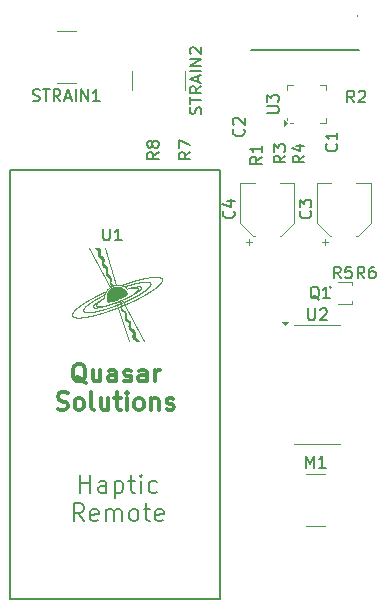
<source format=gbr>
%TF.GenerationSoftware,KiCad,Pcbnew,9.0.0*%
%TF.CreationDate,2025-04-24T22:16:00-04:00*%
%TF.ProjectId,SeniorProject,53656e69-6f72-4507-926f-6a6563742e6b,rev?*%
%TF.SameCoordinates,Original*%
%TF.FileFunction,Legend,Top*%
%TF.FilePolarity,Positive*%
%FSLAX46Y46*%
G04 Gerber Fmt 4.6, Leading zero omitted, Abs format (unit mm)*
G04 Created by KiCad (PCBNEW 9.0.0) date 2025-04-24 22:16:00*
%MOMM*%
%LPD*%
G01*
G04 APERTURE LIST*
%ADD10C,0.187500*%
%ADD11C,0.039687*%
%ADD12C,0.000000*%
%ADD13C,0.031511*%
%ADD14C,0.023812*%
%ADD15C,0.011906*%
%ADD16C,0.300000*%
%ADD17C,0.150000*%
%ADD18C,0.120000*%
%ADD19C,0.200000*%
%ADD20C,0.100000*%
%ADD21C,0.127000*%
G04 APERTURE END LIST*
D10*
X116685713Y-105591762D02*
X116685713Y-104091762D01*
X116685713Y-104806048D02*
X117542856Y-104806048D01*
X117542856Y-105591762D02*
X117542856Y-104091762D01*
X118900000Y-105591762D02*
X118900000Y-104806048D01*
X118900000Y-104806048D02*
X118828571Y-104663191D01*
X118828571Y-104663191D02*
X118685714Y-104591762D01*
X118685714Y-104591762D02*
X118400000Y-104591762D01*
X118400000Y-104591762D02*
X118257142Y-104663191D01*
X118900000Y-105520334D02*
X118757142Y-105591762D01*
X118757142Y-105591762D02*
X118400000Y-105591762D01*
X118400000Y-105591762D02*
X118257142Y-105520334D01*
X118257142Y-105520334D02*
X118185714Y-105377476D01*
X118185714Y-105377476D02*
X118185714Y-105234619D01*
X118185714Y-105234619D02*
X118257142Y-105091762D01*
X118257142Y-105091762D02*
X118400000Y-105020334D01*
X118400000Y-105020334D02*
X118757142Y-105020334D01*
X118757142Y-105020334D02*
X118900000Y-104948905D01*
X119614285Y-104591762D02*
X119614285Y-106091762D01*
X119614285Y-104663191D02*
X119757143Y-104591762D01*
X119757143Y-104591762D02*
X120042857Y-104591762D01*
X120042857Y-104591762D02*
X120185714Y-104663191D01*
X120185714Y-104663191D02*
X120257143Y-104734619D01*
X120257143Y-104734619D02*
X120328571Y-104877476D01*
X120328571Y-104877476D02*
X120328571Y-105306048D01*
X120328571Y-105306048D02*
X120257143Y-105448905D01*
X120257143Y-105448905D02*
X120185714Y-105520334D01*
X120185714Y-105520334D02*
X120042857Y-105591762D01*
X120042857Y-105591762D02*
X119757143Y-105591762D01*
X119757143Y-105591762D02*
X119614285Y-105520334D01*
X120757143Y-104591762D02*
X121328571Y-104591762D01*
X120971428Y-104091762D02*
X120971428Y-105377476D01*
X120971428Y-105377476D02*
X121042857Y-105520334D01*
X121042857Y-105520334D02*
X121185714Y-105591762D01*
X121185714Y-105591762D02*
X121328571Y-105591762D01*
X121828571Y-105591762D02*
X121828571Y-104591762D01*
X121828571Y-104091762D02*
X121757143Y-104163191D01*
X121757143Y-104163191D02*
X121828571Y-104234619D01*
X121828571Y-104234619D02*
X121900000Y-104163191D01*
X121900000Y-104163191D02*
X121828571Y-104091762D01*
X121828571Y-104091762D02*
X121828571Y-104234619D01*
X123185715Y-105520334D02*
X123042857Y-105591762D01*
X123042857Y-105591762D02*
X122757143Y-105591762D01*
X122757143Y-105591762D02*
X122614286Y-105520334D01*
X122614286Y-105520334D02*
X122542857Y-105448905D01*
X122542857Y-105448905D02*
X122471429Y-105306048D01*
X122471429Y-105306048D02*
X122471429Y-104877476D01*
X122471429Y-104877476D02*
X122542857Y-104734619D01*
X122542857Y-104734619D02*
X122614286Y-104663191D01*
X122614286Y-104663191D02*
X122757143Y-104591762D01*
X122757143Y-104591762D02*
X123042857Y-104591762D01*
X123042857Y-104591762D02*
X123185715Y-104663191D01*
X116971428Y-108006678D02*
X116471428Y-107292392D01*
X116114285Y-108006678D02*
X116114285Y-106506678D01*
X116114285Y-106506678D02*
X116685714Y-106506678D01*
X116685714Y-106506678D02*
X116828571Y-106578107D01*
X116828571Y-106578107D02*
X116900000Y-106649535D01*
X116900000Y-106649535D02*
X116971428Y-106792392D01*
X116971428Y-106792392D02*
X116971428Y-107006678D01*
X116971428Y-107006678D02*
X116900000Y-107149535D01*
X116900000Y-107149535D02*
X116828571Y-107220964D01*
X116828571Y-107220964D02*
X116685714Y-107292392D01*
X116685714Y-107292392D02*
X116114285Y-107292392D01*
X118185714Y-107935250D02*
X118042857Y-108006678D01*
X118042857Y-108006678D02*
X117757143Y-108006678D01*
X117757143Y-108006678D02*
X117614285Y-107935250D01*
X117614285Y-107935250D02*
X117542857Y-107792392D01*
X117542857Y-107792392D02*
X117542857Y-107220964D01*
X117542857Y-107220964D02*
X117614285Y-107078107D01*
X117614285Y-107078107D02*
X117757143Y-107006678D01*
X117757143Y-107006678D02*
X118042857Y-107006678D01*
X118042857Y-107006678D02*
X118185714Y-107078107D01*
X118185714Y-107078107D02*
X118257143Y-107220964D01*
X118257143Y-107220964D02*
X118257143Y-107363821D01*
X118257143Y-107363821D02*
X117542857Y-107506678D01*
X118899999Y-108006678D02*
X118899999Y-107006678D01*
X118899999Y-107149535D02*
X118971428Y-107078107D01*
X118971428Y-107078107D02*
X119114285Y-107006678D01*
X119114285Y-107006678D02*
X119328571Y-107006678D01*
X119328571Y-107006678D02*
X119471428Y-107078107D01*
X119471428Y-107078107D02*
X119542857Y-107220964D01*
X119542857Y-107220964D02*
X119542857Y-108006678D01*
X119542857Y-107220964D02*
X119614285Y-107078107D01*
X119614285Y-107078107D02*
X119757142Y-107006678D01*
X119757142Y-107006678D02*
X119971428Y-107006678D01*
X119971428Y-107006678D02*
X120114285Y-107078107D01*
X120114285Y-107078107D02*
X120185714Y-107220964D01*
X120185714Y-107220964D02*
X120185714Y-108006678D01*
X121114285Y-108006678D02*
X120971428Y-107935250D01*
X120971428Y-107935250D02*
X120899999Y-107863821D01*
X120899999Y-107863821D02*
X120828571Y-107720964D01*
X120828571Y-107720964D02*
X120828571Y-107292392D01*
X120828571Y-107292392D02*
X120899999Y-107149535D01*
X120899999Y-107149535D02*
X120971428Y-107078107D01*
X120971428Y-107078107D02*
X121114285Y-107006678D01*
X121114285Y-107006678D02*
X121328571Y-107006678D01*
X121328571Y-107006678D02*
X121471428Y-107078107D01*
X121471428Y-107078107D02*
X121542857Y-107149535D01*
X121542857Y-107149535D02*
X121614285Y-107292392D01*
X121614285Y-107292392D02*
X121614285Y-107720964D01*
X121614285Y-107720964D02*
X121542857Y-107863821D01*
X121542857Y-107863821D02*
X121471428Y-107935250D01*
X121471428Y-107935250D02*
X121328571Y-108006678D01*
X121328571Y-108006678D02*
X121114285Y-108006678D01*
X122042857Y-107006678D02*
X122614285Y-107006678D01*
X122257142Y-106506678D02*
X122257142Y-107792392D01*
X122257142Y-107792392D02*
X122328571Y-107935250D01*
X122328571Y-107935250D02*
X122471428Y-108006678D01*
X122471428Y-108006678D02*
X122614285Y-108006678D01*
X123685714Y-107935250D02*
X123542857Y-108006678D01*
X123542857Y-108006678D02*
X123257143Y-108006678D01*
X123257143Y-108006678D02*
X123114285Y-107935250D01*
X123114285Y-107935250D02*
X123042857Y-107792392D01*
X123042857Y-107792392D02*
X123042857Y-107220964D01*
X123042857Y-107220964D02*
X123114285Y-107078107D01*
X123114285Y-107078107D02*
X123257143Y-107006678D01*
X123257143Y-107006678D02*
X123542857Y-107006678D01*
X123542857Y-107006678D02*
X123685714Y-107078107D01*
X123685714Y-107078107D02*
X123757143Y-107220964D01*
X123757143Y-107220964D02*
X123757143Y-107363821D01*
X123757143Y-107363821D02*
X123042857Y-107506678D01*
D11*
X119835854Y-88159328D02*
X119910871Y-88166934D01*
X119984628Y-88180908D01*
X120056721Y-88201080D01*
X120126743Y-88227278D01*
X120194289Y-88259332D01*
X120258953Y-88297071D01*
X120320330Y-88340324D01*
X120378015Y-88388921D01*
X120431600Y-88442691D01*
X120480682Y-88501462D01*
X120503408Y-88532669D01*
X120524855Y-88565064D01*
X120530719Y-88574462D01*
X120536466Y-88583961D01*
X120542098Y-88593559D01*
X120547616Y-88603253D01*
X120553022Y-88613040D01*
X120558319Y-88622917D01*
X120563508Y-88632881D01*
X120568590Y-88642930D01*
X120575615Y-88657425D01*
X120582402Y-88672091D01*
X120588950Y-88686920D01*
X120595261Y-88701906D01*
X120600572Y-88715267D01*
X120605668Y-88728665D01*
X120610541Y-88742078D01*
X120615184Y-88755484D01*
X120615184Y-88755563D01*
X120596156Y-88777955D01*
X120572334Y-88801731D01*
X120543918Y-88826760D01*
X120511108Y-88852907D01*
X120474103Y-88880040D01*
X120433102Y-88908027D01*
X120388305Y-88936733D01*
X120339911Y-88966026D01*
X120288121Y-88995773D01*
X120233133Y-89025841D01*
X120175147Y-89056097D01*
X120114362Y-89086408D01*
X120050979Y-89116641D01*
X119985196Y-89146662D01*
X119917213Y-89176340D01*
X119847230Y-89205540D01*
X119713759Y-89257567D01*
X119585062Y-89303127D01*
X119462777Y-89341908D01*
X119348537Y-89373597D01*
X119243979Y-89397882D01*
X119195841Y-89407150D01*
X119150737Y-89414450D01*
X119108871Y-89419743D01*
X119070447Y-89422989D01*
X119035670Y-89424150D01*
X119004744Y-89423186D01*
X118997423Y-89408152D01*
X118990348Y-89392925D01*
X118983525Y-89377489D01*
X118980211Y-89369688D01*
X118976963Y-89361830D01*
X118973440Y-89353071D01*
X118970017Y-89344298D01*
X118966695Y-89335509D01*
X118963479Y-89326706D01*
X118960371Y-89317888D01*
X118957374Y-89309055D01*
X118954490Y-89300207D01*
X118951722Y-89291345D01*
X118948775Y-89281809D01*
X118945947Y-89272254D01*
X118943239Y-89262682D01*
X118940649Y-89253096D01*
X118938179Y-89243499D01*
X118935827Y-89233893D01*
X118933595Y-89224282D01*
X118931481Y-89214668D01*
X118924153Y-89176521D01*
X118918569Y-89138327D01*
X118914708Y-89100137D01*
X118912549Y-89062003D01*
X118912070Y-89023974D01*
X118913250Y-88986102D01*
X118920502Y-88911032D01*
X118934132Y-88837198D01*
X118953969Y-88765006D01*
X118979842Y-88694863D01*
X119011581Y-88627175D01*
X119049013Y-88562348D01*
X119091967Y-88500788D01*
X119140272Y-88442902D01*
X119193757Y-88389097D01*
X119222389Y-88363851D01*
X119252251Y-88339777D01*
X119283323Y-88316927D01*
X119315582Y-88295350D01*
X119349008Y-88275098D01*
X119383579Y-88256222D01*
X119419274Y-88238772D01*
X119456071Y-88222799D01*
X119493565Y-88208487D01*
X119531302Y-88196002D01*
X119569231Y-88185322D01*
X119607301Y-88176427D01*
X119645462Y-88169294D01*
X119683663Y-88163903D01*
X119759983Y-88158261D01*
X119835854Y-88159328D01*
G36*
X119835854Y-88159328D02*
G01*
X119910871Y-88166934D01*
X119984628Y-88180908D01*
X120056721Y-88201080D01*
X120126743Y-88227278D01*
X120194289Y-88259332D01*
X120258953Y-88297071D01*
X120320330Y-88340324D01*
X120378015Y-88388921D01*
X120431600Y-88442691D01*
X120480682Y-88501462D01*
X120503408Y-88532669D01*
X120524855Y-88565064D01*
X120530719Y-88574462D01*
X120536466Y-88583961D01*
X120542098Y-88593559D01*
X120547616Y-88603253D01*
X120553022Y-88613040D01*
X120558319Y-88622917D01*
X120563508Y-88632881D01*
X120568590Y-88642930D01*
X120575615Y-88657425D01*
X120582402Y-88672091D01*
X120588950Y-88686920D01*
X120595261Y-88701906D01*
X120600572Y-88715267D01*
X120605668Y-88728665D01*
X120610541Y-88742078D01*
X120615184Y-88755484D01*
X120615184Y-88755563D01*
X120596156Y-88777955D01*
X120572334Y-88801731D01*
X120543918Y-88826760D01*
X120511108Y-88852907D01*
X120474103Y-88880040D01*
X120433102Y-88908027D01*
X120388305Y-88936733D01*
X120339911Y-88966026D01*
X120288121Y-88995773D01*
X120233133Y-89025841D01*
X120175147Y-89056097D01*
X120114362Y-89086408D01*
X120050979Y-89116641D01*
X119985196Y-89146662D01*
X119917213Y-89176340D01*
X119847230Y-89205540D01*
X119713759Y-89257567D01*
X119585062Y-89303127D01*
X119462777Y-89341908D01*
X119348537Y-89373597D01*
X119243979Y-89397882D01*
X119195841Y-89407150D01*
X119150737Y-89414450D01*
X119108871Y-89419743D01*
X119070447Y-89422989D01*
X119035670Y-89424150D01*
X119004744Y-89423186D01*
X118997423Y-89408152D01*
X118990348Y-89392925D01*
X118983525Y-89377489D01*
X118980211Y-89369688D01*
X118976963Y-89361830D01*
X118973440Y-89353071D01*
X118970017Y-89344298D01*
X118966695Y-89335509D01*
X118963479Y-89326706D01*
X118960371Y-89317888D01*
X118957374Y-89309055D01*
X118954490Y-89300207D01*
X118951722Y-89291345D01*
X118948775Y-89281809D01*
X118945947Y-89272254D01*
X118943239Y-89262682D01*
X118940649Y-89253096D01*
X118938179Y-89243499D01*
X118935827Y-89233893D01*
X118933595Y-89224282D01*
X118931481Y-89214668D01*
X118924153Y-89176521D01*
X118918569Y-89138327D01*
X118914708Y-89100137D01*
X118912549Y-89062003D01*
X118912070Y-89023974D01*
X118913250Y-88986102D01*
X118920502Y-88911032D01*
X118934132Y-88837198D01*
X118953969Y-88765006D01*
X118979842Y-88694863D01*
X119011581Y-88627175D01*
X119049013Y-88562348D01*
X119091967Y-88500788D01*
X119140272Y-88442902D01*
X119193757Y-88389097D01*
X119222389Y-88363851D01*
X119252251Y-88339777D01*
X119283323Y-88316927D01*
X119315582Y-88295350D01*
X119349008Y-88275098D01*
X119383579Y-88256222D01*
X119419274Y-88238772D01*
X119456071Y-88222799D01*
X119493565Y-88208487D01*
X119531302Y-88196002D01*
X119569231Y-88185322D01*
X119607301Y-88176427D01*
X119645462Y-88169294D01*
X119683663Y-88163903D01*
X119759983Y-88158261D01*
X119835854Y-88159328D01*
G37*
X119911558Y-88014057D02*
X119994921Y-88021321D01*
X120077230Y-88034422D01*
X120158181Y-88053232D01*
X120237472Y-88077624D01*
X120314800Y-88107472D01*
X120389862Y-88142647D01*
X120462354Y-88183023D01*
X120531973Y-88228472D01*
X120598416Y-88278868D01*
X120661380Y-88334082D01*
X120751361Y-88311918D01*
X120837797Y-88292335D01*
X120920457Y-88275378D01*
X120999113Y-88261090D01*
X121073536Y-88249515D01*
X121143497Y-88240697D01*
X121208766Y-88234681D01*
X121269115Y-88231510D01*
X121324314Y-88231228D01*
X121349911Y-88232184D01*
X121374135Y-88233879D01*
X121396957Y-88236318D01*
X121418348Y-88239507D01*
X121438280Y-88243452D01*
X121456725Y-88248157D01*
X121473653Y-88253628D01*
X121489036Y-88259871D01*
X121502845Y-88266891D01*
X121515052Y-88274694D01*
X121525628Y-88283285D01*
X121534545Y-88292669D01*
X121541773Y-88302853D01*
X121547284Y-88313842D01*
X121547245Y-88313881D01*
X121547205Y-88313921D01*
X121550751Y-88324817D01*
X121552740Y-88336257D01*
X121553191Y-88348229D01*
X121552125Y-88360719D01*
X121549561Y-88373715D01*
X121545519Y-88387203D01*
X121533079Y-88415605D01*
X121514961Y-88445822D01*
X121491325Y-88477747D01*
X121462326Y-88511279D01*
X121428122Y-88546311D01*
X121388872Y-88582741D01*
X121344732Y-88620464D01*
X121295859Y-88659375D01*
X121242412Y-88699371D01*
X121184547Y-88740347D01*
X121122423Y-88782200D01*
X121056196Y-88824825D01*
X120986023Y-88868117D01*
X120910105Y-88913036D01*
X120830339Y-88958506D01*
X120746898Y-89004362D01*
X120659951Y-89050442D01*
X120577198Y-89092955D01*
X120491784Y-89135487D01*
X120403838Y-89177952D01*
X120313489Y-89220265D01*
X120220867Y-89262339D01*
X120126101Y-89304089D01*
X120029320Y-89345431D01*
X119930653Y-89386277D01*
X119831560Y-89426051D01*
X119733455Y-89464153D01*
X119636494Y-89500557D01*
X119540833Y-89535235D01*
X119446627Y-89568160D01*
X119354030Y-89599306D01*
X119263199Y-89628646D01*
X119174289Y-89656152D01*
X119079892Y-89683977D01*
X118988175Y-89709562D01*
X118899344Y-89732869D01*
X118813609Y-89753863D01*
X118733172Y-89771978D01*
X118656021Y-89787811D01*
X118582342Y-89801329D01*
X118512322Y-89812494D01*
X118446145Y-89821271D01*
X118383996Y-89827625D01*
X118326063Y-89831520D01*
X118272530Y-89832921D01*
X118223582Y-89831791D01*
X118200886Y-89830266D01*
X118179406Y-89828096D01*
X118159165Y-89825275D01*
X118140187Y-89821799D01*
X118122494Y-89817665D01*
X118106110Y-89812866D01*
X118091058Y-89807400D01*
X118077362Y-89801260D01*
X118065043Y-89794444D01*
X118054126Y-89786947D01*
X118044635Y-89778763D01*
X118036591Y-89769890D01*
X118030018Y-89760321D01*
X118024939Y-89750053D01*
X118021199Y-89738357D01*
X118019248Y-89726033D01*
X118019062Y-89713100D01*
X118020617Y-89699572D01*
X118023889Y-89685466D01*
X118028854Y-89670798D01*
X118043762Y-89639841D01*
X118065149Y-89606830D01*
X118092820Y-89571894D01*
X118126581Y-89535164D01*
X118166237Y-89496767D01*
X118211594Y-89456834D01*
X118262458Y-89415493D01*
X118318634Y-89372875D01*
X118379928Y-89329107D01*
X118446146Y-89284320D01*
X118517094Y-89238643D01*
X118592577Y-89192205D01*
X118672401Y-89145136D01*
X118674873Y-89103269D01*
X118678823Y-89061618D01*
X118684237Y-89020220D01*
X118691099Y-88979113D01*
X118699392Y-88938335D01*
X118709101Y-88897925D01*
X118720209Y-88857919D01*
X118732701Y-88818357D01*
X118746561Y-88779275D01*
X118761773Y-88740711D01*
X118778321Y-88702704D01*
X118796189Y-88665291D01*
X118815361Y-88628510D01*
X118835821Y-88592400D01*
X118857554Y-88556997D01*
X118880542Y-88522340D01*
X118904772Y-88488467D01*
X118930225Y-88455415D01*
X118956887Y-88423223D01*
X118984742Y-88391928D01*
X119013773Y-88361568D01*
X119043965Y-88332181D01*
X119075302Y-88303805D01*
X119107768Y-88276478D01*
X119141347Y-88250238D01*
X119176023Y-88225122D01*
X119211780Y-88201169D01*
X119248602Y-88178416D01*
X119286473Y-88156901D01*
X119325378Y-88136662D01*
X119365300Y-88117737D01*
X119406223Y-88100164D01*
X119447769Y-88084118D01*
X119489544Y-88069737D01*
X119573630Y-88045910D01*
X119658178Y-88028556D01*
X119742883Y-88017547D01*
X119827445Y-88012757D01*
X119911558Y-88014057D01*
D12*
G36*
X119778970Y-88791230D02*
G01*
X119784409Y-88805117D01*
X119789348Y-88819204D01*
X119791609Y-88826319D01*
X119793722Y-88833480D01*
X119795677Y-88840688D01*
X119797467Y-88847940D01*
X119799084Y-88855235D01*
X119800520Y-88862573D01*
X119801766Y-88869952D01*
X119802815Y-88877371D01*
X119803658Y-88884830D01*
X119804289Y-88892327D01*
X119804557Y-88895932D01*
X119804767Y-88899542D01*
X119804922Y-88903157D01*
X119805023Y-88906773D01*
X119805072Y-88910389D01*
X119805070Y-88914004D01*
X119805020Y-88917614D01*
X119804923Y-88921219D01*
X119804910Y-88922767D01*
X119804874Y-88924315D01*
X119804765Y-88927411D01*
X119803323Y-88925626D01*
X119801858Y-88923849D01*
X119800378Y-88922087D01*
X119798891Y-88920346D01*
X119799288Y-88913996D01*
X119799392Y-88911340D01*
X119799468Y-88908672D01*
X119799536Y-88903311D01*
X119799500Y-88897934D01*
X119799368Y-88892565D01*
X119799051Y-88885190D01*
X119798522Y-88877830D01*
X119797789Y-88870488D01*
X119796859Y-88863164D01*
X119795739Y-88855862D01*
X119794438Y-88848584D01*
X119792963Y-88841331D01*
X119791321Y-88834105D01*
X119787567Y-88819746D01*
X119783238Y-88805523D01*
X119778394Y-88791452D01*
X119773094Y-88777551D01*
X119778970Y-88791230D01*
G37*
D13*
X117761970Y-89857289D02*
X117761137Y-89855141D01*
X117760379Y-89852963D01*
X117759695Y-89850755D01*
X117759084Y-89848514D01*
X117758548Y-89846241D01*
X117758085Y-89843933D01*
X117757697Y-89841588D01*
X117757384Y-89839206D01*
X117757146Y-89836785D01*
X117756985Y-89834323D01*
X117756901Y-89831818D01*
X117756896Y-89829269D01*
X117756972Y-89826674D01*
X117757128Y-89824032D01*
X117757368Y-89821340D01*
X117757694Y-89818598D01*
X117758106Y-89815803D01*
X117758607Y-89812953D01*
X117759200Y-89810047D01*
X117759886Y-89807084D01*
X117760669Y-89804060D01*
X117761550Y-89800975D01*
X117762533Y-89797828D01*
X117763621Y-89794615D01*
X117764815Y-89791335D01*
X117766120Y-89787988D01*
X117767539Y-89784570D01*
X117769074Y-89781080D01*
X117770730Y-89777517D01*
X117772509Y-89773879D01*
X117774415Y-89770164D01*
X117776451Y-89766371D01*
X117778622Y-89762498D01*
X117780930Y-89758542D01*
X117783380Y-89754503D01*
X117785976Y-89750380D01*
X117788721Y-89746169D01*
X117791620Y-89741871D01*
X117794676Y-89737482D01*
X117797894Y-89733003D01*
X117801277Y-89728430D01*
X117804830Y-89723763D01*
X117808556Y-89719001D01*
X117812461Y-89714141D01*
X117816549Y-89709182D01*
X117820823Y-89704123D01*
X117825288Y-89698962D01*
X117829948Y-89693699D01*
X117834808Y-89688331D01*
X117839872Y-89682858D01*
X117845144Y-89677277D01*
X117850628Y-89671589D01*
X117856330Y-89665791D01*
X117862253Y-89659883D01*
X117868402Y-89653863D01*
X117874780Y-89647731D01*
X117881393Y-89641484D01*
X117888244Y-89635123D01*
X117895338Y-89628646D01*
X117902679Y-89622053D01*
X117910271Y-89615341D01*
X117918118Y-89608512D01*
X117926224Y-89601563D01*
X117934594Y-89594494D01*
X117943230Y-89587305D01*
X117952137Y-89579995D01*
X117961320Y-89572563D01*
X117970780Y-89565009D01*
X117980523Y-89557333D01*
X117990551Y-89549533D01*
X118000868Y-89541611D01*
X118011478Y-89533565D01*
X118022383Y-89525396D01*
X118033587Y-89517104D01*
X118045092Y-89508688D01*
X118056902Y-89500149D01*
X118069018Y-89491487D01*
X118081445Y-89482702D01*
X118094184Y-89473794D01*
X118107237Y-89464765D01*
X118120607Y-89455614D01*
X118134295Y-89446343D01*
X118148304Y-89436951D01*
X118162634Y-89427440D01*
X118177288Y-89417811D01*
X118192267Y-89408065D01*
X118207571Y-89398202D01*
X118223202Y-89388224D01*
X118239161Y-89378133D01*
X118255447Y-89367929D01*
X118272061Y-89357614D01*
X118289004Y-89347190D01*
X118306274Y-89336658D01*
X118323873Y-89326021D01*
X118341798Y-89315279D01*
X118360051Y-89304435D01*
X118378629Y-89293491D01*
X118397531Y-89282448D01*
X118416756Y-89271310D01*
X118436303Y-89260079D01*
X118456170Y-89248756D01*
X118476354Y-89237345D01*
X118496854Y-89225847D01*
X118517667Y-89214266D01*
X118538790Y-89202604D01*
X118560221Y-89190863D01*
X118581956Y-89179048D01*
X118603993Y-89167160D01*
X118626327Y-89155202D01*
X118648956Y-89143178D01*
X118664940Y-89134738D01*
X119928431Y-89381039D02*
X119898654Y-89393136D01*
X119868900Y-89405137D01*
X119839176Y-89417040D01*
X119809488Y-89428843D01*
X119779842Y-89440544D01*
X119750244Y-89452140D01*
X119720700Y-89463628D01*
X119691217Y-89475008D01*
X119676497Y-89480657D01*
X119661802Y-89486275D01*
X119647118Y-89491868D01*
X119632460Y-89497430D01*
X119617816Y-89502964D01*
X119603199Y-89508468D01*
X119588598Y-89513943D01*
X119574025Y-89519388D01*
X119559471Y-89524804D01*
X119544945Y-89530187D01*
X119530440Y-89535542D01*
X119515965Y-89540865D01*
X119501513Y-89546157D01*
X119487092Y-89551418D01*
X119472697Y-89556647D01*
X119458332Y-89561844D01*
X119443997Y-89567009D01*
X119429694Y-89572142D01*
X119415422Y-89577242D01*
X119401182Y-89582309D01*
X119386977Y-89587343D01*
X119372805Y-89592344D01*
X119358669Y-89597311D01*
X119344567Y-89602245D01*
X119330505Y-89607144D01*
X119316478Y-89612009D01*
X119302492Y-89616839D01*
X119288542Y-89621636D01*
X119274636Y-89626396D01*
X119260767Y-89631122D01*
X119246944Y-89635812D01*
X119233158Y-89640468D01*
X119219422Y-89645086D01*
X119205724Y-89649670D01*
X119192077Y-89654216D01*
X119178470Y-89658728D01*
X119164916Y-89663201D01*
X119151402Y-89667639D01*
X119137944Y-89672039D01*
X119124527Y-89676404D01*
X119111168Y-89680728D01*
X119097851Y-89685019D01*
X119084595Y-89689269D01*
X119071380Y-89693484D01*
X119058230Y-89697658D01*
X119045121Y-89701798D01*
X119032078Y-89705896D01*
X119019079Y-89709959D01*
X119006148Y-89713981D01*
X118993260Y-89717967D01*
X118980443Y-89721911D01*
X118967669Y-89725821D01*
X118954969Y-89729687D01*
X118942313Y-89733519D01*
X118929733Y-89737307D01*
X118917197Y-89741061D01*
X118904739Y-89744771D01*
X118892326Y-89748446D01*
X118879992Y-89752077D01*
X118867705Y-89755673D01*
X118855499Y-89759225D01*
X118843339Y-89762743D01*
X118831263Y-89766216D01*
X118819233Y-89769654D01*
X118807289Y-89773047D01*
X118795392Y-89776406D01*
X118783582Y-89779720D01*
X118771820Y-89782999D01*
X118760146Y-89786233D01*
X118748521Y-89789433D01*
X118736986Y-89792587D01*
X118725500Y-89795707D01*
X118714105Y-89798782D01*
X118702760Y-89801822D01*
X118691507Y-89804817D01*
X118680305Y-89807778D01*
X118669197Y-89810693D01*
X118658138Y-89813575D01*
X118647176Y-89816410D01*
X118636263Y-89819212D01*
X118625449Y-89821969D01*
X118614684Y-89824692D01*
X118604018Y-89827369D01*
X118593402Y-89830014D01*
X118582886Y-89832612D01*
X118572420Y-89835178D01*
X118562056Y-89837698D01*
X118551742Y-89840185D01*
X118541530Y-89842627D01*
X118531369Y-89845037D01*
X118521310Y-89847401D01*
X118511302Y-89849733D01*
X118501398Y-89852021D01*
X118491545Y-89854275D01*
X118481796Y-89856486D01*
X118472099Y-89858664D01*
X118462506Y-89860799D01*
X118452964Y-89862901D01*
X118443528Y-89864960D01*
X118434142Y-89866987D01*
X118424863Y-89868971D01*
X118415635Y-89870923D01*
X118406513Y-89872832D01*
X118397442Y-89874710D01*
X118388478Y-89876546D01*
X118379564Y-89878351D01*
X118370758Y-89880113D01*
X118362002Y-89881845D01*
X118353354Y-89883536D01*
X118344756Y-89885196D01*
X118336265Y-89886815D01*
X118327825Y-89888404D01*
X118319492Y-89889952D01*
X118311210Y-89891471D01*
X118303035Y-89892950D01*
X118294909Y-89894399D01*
X118286891Y-89895809D01*
X118278923Y-89897189D01*
X118271061Y-89898531D01*
X118263249Y-89899844D01*
X118255544Y-89901119D01*
X118247888Y-89902365D01*
X118240338Y-89903574D01*
X118232838Y-89904754D01*
X118225443Y-89905898D01*
X118218097Y-89907014D01*
X118210856Y-89908093D01*
X118203664Y-89909145D01*
X118196577Y-89910161D01*
X118189538Y-89911151D01*
X118182603Y-89912105D01*
X118175715Y-89913032D01*
X118168932Y-89913926D01*
X118162195Y-89914793D01*
X118155562Y-89915626D01*
X118148975Y-89916434D01*
X118142491Y-89917208D01*
X118136053Y-89917957D01*
X118129716Y-89918674D01*
X118123425Y-89919365D01*
X118117235Y-89920026D01*
X118111091Y-89920661D01*
X118105046Y-89921266D01*
X118099046Y-89921846D01*
X118093145Y-89922396D01*
X118087288Y-89922923D01*
X118081529Y-89923420D01*
X118075814Y-89923893D01*
X118070196Y-89924338D01*
X118064622Y-89924760D01*
X118059142Y-89925154D01*
X118053706Y-89925525D01*
X118048365Y-89925870D01*
X118043066Y-89926191D01*
X118037860Y-89926487D01*
X118032696Y-89926761D01*
X118027624Y-89927009D01*
X118022595Y-89927235D01*
X118017655Y-89927438D01*
X118012757Y-89927618D01*
X118007948Y-89927775D01*
X118003180Y-89927911D01*
X117998499Y-89928024D01*
X117993859Y-89928116D01*
X117989306Y-89928186D01*
X117984792Y-89928235D01*
X117980364Y-89928264D01*
X117975974Y-89928272D01*
X117971669Y-89928260D01*
X117967402Y-89928228D01*
X117963217Y-89928177D01*
X117959071Y-89928106D01*
X117955006Y-89928016D01*
X117950978Y-89927907D01*
X117947030Y-89927781D01*
X117943119Y-89927635D01*
X117939285Y-89927472D01*
X117935489Y-89927290D01*
X117931769Y-89927093D01*
X117928085Y-89926877D01*
X117924476Y-89926645D01*
X117920902Y-89926395D01*
X117917402Y-89926131D01*
X117913937Y-89925849D01*
X117910544Y-89925552D01*
X117907185Y-89925239D01*
X117903897Y-89924912D01*
X117900643Y-89924568D01*
X117897458Y-89924211D01*
X117894306Y-89923838D01*
X117891221Y-89923453D01*
X117888169Y-89923051D01*
X117885184Y-89922638D01*
X117882230Y-89922209D01*
X117879341Y-89921769D01*
X117876484Y-89921314D01*
X117873690Y-89920848D01*
X117870926Y-89920368D01*
X117868225Y-89919877D01*
X117865553Y-89919372D01*
X117862942Y-89918858D01*
X117860361Y-89918329D01*
X117857838Y-89917791D01*
X117855345Y-89917240D01*
X117852909Y-89916680D01*
X117850501Y-89916106D01*
X117848150Y-89915526D01*
X117845826Y-89914931D01*
X117843557Y-89914329D01*
X117841316Y-89913715D01*
X117839127Y-89913093D01*
X117836966Y-89912459D01*
X117834856Y-89911819D01*
X117832772Y-89911166D01*
X117830739Y-89910507D01*
X117828732Y-89909836D01*
X117826773Y-89909160D01*
X117824840Y-89908472D01*
X117822954Y-89907779D01*
X117821093Y-89907074D01*
X117819278Y-89906365D01*
X117817488Y-89905644D01*
X117815742Y-89904919D01*
X117814021Y-89904183D01*
X117812342Y-89903443D01*
X117810687Y-89902691D01*
X117809074Y-89901937D01*
X117807484Y-89901171D01*
X117805935Y-89900403D01*
X117804408Y-89899623D01*
X117802921Y-89898841D01*
X117801456Y-89898048D01*
X117800029Y-89897253D01*
X117798624Y-89896447D01*
X117797255Y-89895639D01*
X117795909Y-89894820D01*
X117794597Y-89893999D01*
X117793307Y-89893169D01*
X117792051Y-89892336D01*
X117790817Y-89891493D01*
X117789615Y-89890648D01*
X117788434Y-89889793D01*
X117787284Y-89888937D01*
X117786155Y-89888071D01*
X117785056Y-89887202D01*
X117783978Y-89886325D01*
X117782929Y-89885445D01*
X117781900Y-89884556D01*
X117780900Y-89883665D01*
X117779919Y-89882765D01*
X117778966Y-89881862D01*
X117778032Y-89880951D01*
X117777124Y-89880037D01*
X117776236Y-89879114D01*
X117775373Y-89878189D01*
X117774529Y-89877254D01*
X117773710Y-89876317D01*
X117772910Y-89875371D01*
X117772133Y-89874422D01*
X117771375Y-89873465D01*
X117770640Y-89872504D01*
X117769924Y-89871534D01*
X117769230Y-89870561D01*
X117768554Y-89869579D01*
X117767900Y-89868593D01*
X117767264Y-89867599D01*
X117766650Y-89866600D01*
X117766053Y-89865592D01*
X117765477Y-89864580D01*
X117764919Y-89863559D01*
X117764381Y-89862532D01*
X117763861Y-89861498D01*
X117763360Y-89860457D01*
X117762878Y-89859408D01*
X117762415Y-89858353D01*
X117761970Y-89857289D01*
X121810174Y-88206686D02*
X121811007Y-88208835D01*
X121811765Y-88211012D01*
X121812449Y-88213221D01*
X121813059Y-88215461D01*
X121813596Y-88217735D01*
X121814058Y-88220043D01*
X121814446Y-88222388D01*
X121814759Y-88224770D01*
X121814997Y-88227192D01*
X121815158Y-88229654D01*
X121815241Y-88232159D01*
X121815246Y-88234708D01*
X121815170Y-88237303D01*
X121815013Y-88239945D01*
X121814773Y-88242637D01*
X121814448Y-88245380D01*
X121814036Y-88248175D01*
X121813534Y-88251025D01*
X121812941Y-88253931D01*
X121812255Y-88256895D01*
X121811472Y-88259918D01*
X121810590Y-88263003D01*
X121809607Y-88266152D01*
X121808519Y-88269365D01*
X121807324Y-88272644D01*
X121806019Y-88275992D01*
X121804600Y-88279410D01*
X121803065Y-88282900D01*
X121801409Y-88286463D01*
X121799630Y-88290101D01*
X121797724Y-88293816D01*
X121795687Y-88297610D01*
X121793516Y-88301484D01*
X121791208Y-88305439D01*
X121788757Y-88309478D01*
X121786161Y-88313602D01*
X121783416Y-88317812D01*
X121780517Y-88322111D01*
X121777460Y-88326500D01*
X121774243Y-88330980D01*
X121770859Y-88335552D01*
X121767306Y-88340219D01*
X121763579Y-88344982D01*
X121759674Y-88349842D01*
X121755586Y-88354801D01*
X121751312Y-88359860D01*
X121746847Y-88365021D01*
X121742186Y-88370285D01*
X121737326Y-88375652D01*
X121732262Y-88381126D01*
X121726990Y-88386706D01*
X121721505Y-88392395D01*
X121715803Y-88398192D01*
X121709880Y-88404100D01*
X121703731Y-88410120D01*
X121697352Y-88416253D01*
X121690739Y-88422499D01*
X121683888Y-88428860D01*
X121676794Y-88435337D01*
X121669453Y-88441931D01*
X121661861Y-88448642D01*
X121654014Y-88455471D01*
X121645908Y-88462420D01*
X121637539Y-88469488D01*
X121628902Y-88476677D01*
X121619995Y-88483987D01*
X121610813Y-88491418D01*
X121601353Y-88498972D01*
X121591610Y-88506648D01*
X121581582Y-88514447D01*
X121571265Y-88522369D01*
X121560656Y-88530414D01*
X121549751Y-88538582D01*
X121538548Y-88546874D01*
X121527043Y-88555289D01*
X121515234Y-88563828D01*
X121503118Y-88572489D01*
X121490692Y-88581273D01*
X121477954Y-88590180D01*
X121464902Y-88599208D01*
X121451533Y-88608358D01*
X121437846Y-88617628D01*
X121423838Y-88627019D01*
X121409509Y-88636528D01*
X121394856Y-88646156D01*
X121379879Y-88655901D01*
X121364576Y-88665763D01*
X121348947Y-88675739D01*
X121332990Y-88685829D01*
X121316706Y-88696031D01*
X121300093Y-88706344D01*
X121283153Y-88716766D01*
X121265885Y-88727296D01*
X121248289Y-88737932D01*
X121230365Y-88748671D01*
X121212116Y-88759513D01*
X121193541Y-88770455D01*
X121174641Y-88781495D01*
X121155419Y-88792630D01*
X121135875Y-88803859D01*
X121116012Y-88815179D01*
X121095832Y-88826587D01*
X121075336Y-88838082D01*
X121054527Y-88849660D01*
X121033408Y-88861319D01*
X121011982Y-88873056D01*
X120990251Y-88884868D01*
X120968219Y-88896753D01*
X120945890Y-88908707D01*
X120923267Y-88920727D01*
X120900353Y-88932811D01*
X120877153Y-88944955D01*
X120853672Y-88957156D01*
X120829912Y-88969411D01*
X120805879Y-88981716D01*
X120781578Y-88994069D01*
X120757013Y-89006466D01*
X120732188Y-89018904D01*
X120707111Y-89031380D01*
X120681784Y-89043889D01*
X120656215Y-89056429D01*
X120630407Y-89068997D01*
X120604368Y-89081588D01*
X120578102Y-89094199D01*
X120564883Y-89100513D01*
X120551615Y-89106828D01*
X120538288Y-89113149D01*
X120524913Y-89119470D01*
X120511481Y-89125797D01*
X120498002Y-89132123D01*
X120484468Y-89138453D01*
X120470888Y-89144783D01*
X120457255Y-89151114D01*
X120443576Y-89157445D01*
X120429848Y-89163777D01*
X120416074Y-89170109D01*
X120402253Y-89176439D01*
X120388387Y-89182768D01*
X120374477Y-89189096D01*
X120360521Y-89195422D01*
X120346524Y-89201745D01*
X120332483Y-89208065D01*
X120318403Y-89214382D01*
X120304279Y-89220696D01*
X120290118Y-89227005D01*
X120275915Y-89233310D01*
X120261676Y-89239609D01*
X120247397Y-89245905D01*
X120233084Y-89252193D01*
X120218731Y-89258477D01*
X120204348Y-89264753D01*
X120189924Y-89271024D01*
X120175473Y-89277285D01*
X120160983Y-89283542D01*
X120146467Y-89289788D01*
X120131913Y-89296028D01*
X120117335Y-89302257D01*
X120102720Y-89308480D01*
X120088084Y-89314690D01*
X120073411Y-89320893D01*
X120058719Y-89327083D01*
X120043992Y-89333267D01*
X120029248Y-89339435D01*
X120014469Y-89345597D01*
X119999675Y-89351743D01*
X119984848Y-89357881D01*
X119970008Y-89364003D01*
X119955135Y-89370116D01*
X119928431Y-89381039D01*
X120650664Y-88324161D02*
X120663144Y-88320437D01*
X120675579Y-88316748D01*
X120687934Y-88313103D01*
X120700244Y-88309492D01*
X120712472Y-88305926D01*
X120724654Y-88302394D01*
X120736753Y-88298907D01*
X120748806Y-88295455D01*
X120760773Y-88292047D01*
X120772693Y-88288674D01*
X120784526Y-88285347D01*
X120796312Y-88282053D01*
X120808009Y-88278805D01*
X120819658Y-88275591D01*
X120831217Y-88272423D01*
X120842727Y-88269289D01*
X120854145Y-88266200D01*
X120865515Y-88263145D01*
X120876791Y-88260137D01*
X120888019Y-88257162D01*
X120899151Y-88254232D01*
X120910234Y-88251337D01*
X120921221Y-88248487D01*
X120932159Y-88245671D01*
X120942998Y-88242901D01*
X120953788Y-88240164D01*
X120964479Y-88237473D01*
X120975120Y-88234815D01*
X120985662Y-88232202D01*
X120996153Y-88229623D01*
X121006543Y-88227089D01*
X121016882Y-88224588D01*
X121027120Y-88222132D01*
X121037307Y-88219709D01*
X121047391Y-88217331D01*
X121057424Y-88214986D01*
X121067354Y-88212685D01*
X121077233Y-88210417D01*
X121087008Y-88208193D01*
X121096732Y-88206001D01*
X121106351Y-88203854D01*
X121115919Y-88201738D01*
X121125381Y-88199666D01*
X121134793Y-88197626D01*
X121144098Y-88195630D01*
X121153353Y-88193665D01*
X121162501Y-88191742D01*
X121171598Y-88189851D01*
X121180588Y-88188003D01*
X121189528Y-88186186D01*
X121198361Y-88184410D01*
X121207143Y-88182666D01*
X121215817Y-88180963D01*
X121224441Y-88179290D01*
X121232958Y-88177659D01*
X121241425Y-88176058D01*
X121249784Y-88174497D01*
X121258092Y-88172966D01*
X121266294Y-88171476D01*
X121274445Y-88170015D01*
X121282490Y-88168593D01*
X121290484Y-88167200D01*
X121298372Y-88165847D01*
X121306209Y-88164522D01*
X121313941Y-88163236D01*
X121321622Y-88161978D01*
X121329198Y-88160758D01*
X121336724Y-88159566D01*
X121344145Y-88158412D01*
X121351516Y-88157285D01*
X121358783Y-88156194D01*
X121366000Y-88155131D01*
X121373113Y-88154104D01*
X121380178Y-88153104D01*
X121387138Y-88152139D01*
X121394051Y-88151201D01*
X121400860Y-88150297D01*
X121407621Y-88149420D01*
X121414280Y-88148576D01*
X121420891Y-88147759D01*
X121427400Y-88146974D01*
X121433863Y-88146215D01*
X121440224Y-88145488D01*
X121446539Y-88144787D01*
X121452754Y-88144117D01*
X121458923Y-88143472D01*
X121464992Y-88142858D01*
X121471016Y-88142268D01*
X121476941Y-88141708D01*
X121482821Y-88141173D01*
X121488604Y-88140667D01*
X121494343Y-88140184D01*
X121499984Y-88139730D01*
X121505582Y-88139300D01*
X121511085Y-88138897D01*
X121516544Y-88138517D01*
X121521909Y-88138164D01*
X121527230Y-88137834D01*
X121532459Y-88137530D01*
X121537645Y-88137248D01*
X121542740Y-88136991D01*
X121547792Y-88136757D01*
X121552754Y-88136547D01*
X121557674Y-88136359D01*
X121562505Y-88136194D01*
X121567295Y-88136051D01*
X121571997Y-88135930D01*
X121576658Y-88135830D01*
X121581233Y-88135753D01*
X121585768Y-88135696D01*
X121590217Y-88135660D01*
X121594628Y-88135645D01*
X121598954Y-88135650D01*
X121603241Y-88135675D01*
X121607446Y-88135720D01*
X121611613Y-88135784D01*
X121615698Y-88135867D01*
X121619746Y-88135970D01*
X121623714Y-88136090D01*
X121627645Y-88136230D01*
X121631498Y-88136386D01*
X121635314Y-88136562D01*
X121639053Y-88136754D01*
X121642756Y-88136964D01*
X121646384Y-88137190D01*
X121649976Y-88137433D01*
X121653495Y-88137692D01*
X121656978Y-88137969D01*
X121660389Y-88138260D01*
X121663766Y-88138568D01*
X121667072Y-88138890D01*
X121670344Y-88139228D01*
X121673547Y-88139580D01*
X121676716Y-88139948D01*
X121679818Y-88140329D01*
X121682887Y-88140725D01*
X121685889Y-88141134D01*
X121688860Y-88141558D01*
X121691765Y-88141993D01*
X121694639Y-88142444D01*
X121697449Y-88142905D01*
X121700229Y-88143382D01*
X121702946Y-88143868D01*
X121705634Y-88144369D01*
X121708260Y-88144880D01*
X121710857Y-88145405D01*
X121713395Y-88145938D01*
X121715903Y-88146486D01*
X121718354Y-88147042D01*
X121720777Y-88147612D01*
X121723143Y-88148189D01*
X121725481Y-88148780D01*
X121727764Y-88149378D01*
X121730020Y-88149989D01*
X121732222Y-88150607D01*
X121734397Y-88151238D01*
X121736521Y-88151875D01*
X121738618Y-88152525D01*
X121740665Y-88153181D01*
X121742685Y-88153849D01*
X121744657Y-88154522D01*
X121746603Y-88155207D01*
X121748501Y-88155897D01*
X121750375Y-88156600D01*
X121752202Y-88157306D01*
X121754004Y-88158024D01*
X121755762Y-88158747D01*
X121757496Y-88159481D01*
X121759186Y-88160218D01*
X121760853Y-88160967D01*
X121762477Y-88161719D01*
X121764079Y-88162482D01*
X121765639Y-88163249D01*
X121767177Y-88164026D01*
X121768675Y-88164806D01*
X121770151Y-88165596D01*
X121771588Y-88166390D01*
X121773004Y-88167193D01*
X121774383Y-88168000D01*
X121775740Y-88168816D01*
X121777061Y-88169635D01*
X121778361Y-88170464D01*
X121779627Y-88171295D01*
X121780871Y-88172135D01*
X121782083Y-88172978D01*
X121783274Y-88173831D01*
X121784433Y-88174686D01*
X121785571Y-88175550D01*
X121786678Y-88176417D01*
X121787766Y-88177292D01*
X121788823Y-88178170D01*
X121789861Y-88179057D01*
X121790870Y-88179947D01*
X121791860Y-88180845D01*
X121792821Y-88181746D01*
X121793764Y-88182656D01*
X121794680Y-88183568D01*
X121795576Y-88184489D01*
X121796447Y-88185413D01*
X121797299Y-88186345D01*
X121798126Y-88187280D01*
X121798934Y-88188224D01*
X121799718Y-88189171D01*
X121800484Y-88190127D01*
X121801226Y-88191086D01*
X121801950Y-88192054D01*
X121802651Y-88193025D01*
X121803334Y-88194005D01*
X121803996Y-88194989D01*
X121804639Y-88195982D01*
X121805261Y-88196979D01*
X121805864Y-88197984D01*
X121806448Y-88198994D01*
X121807012Y-88200013D01*
X121807558Y-88201037D01*
X121808084Y-88202070D01*
X121808592Y-88203108D01*
X121809081Y-88204155D01*
X121809551Y-88205209D01*
X121810003Y-88206270D01*
X121810174Y-88206686D01*
D14*
X116948694Y-90188918D02*
X116947529Y-90185956D01*
X116946439Y-90182965D01*
X116945423Y-90179945D01*
X116944481Y-90176893D01*
X116943614Y-90173810D01*
X116942820Y-90170695D01*
X116942100Y-90167546D01*
X116941454Y-90164362D01*
X116940882Y-90161142D01*
X116940386Y-90157886D01*
X116939964Y-90154592D01*
X116939619Y-90151260D01*
X116939349Y-90147887D01*
X116939157Y-90144472D01*
X116939042Y-90141016D01*
X116939007Y-90137516D01*
X116939051Y-90133971D01*
X116939175Y-90130381D01*
X116939381Y-90126743D01*
X116939671Y-90123057D01*
X116940045Y-90119322D01*
X116940504Y-90115536D01*
X116941050Y-90111698D01*
X116941685Y-90107807D01*
X116942410Y-90103862D01*
X116943227Y-90099861D01*
X116944137Y-90095803D01*
X116945142Y-90091688D01*
X116946244Y-90087513D01*
X116947445Y-90083278D01*
X116948747Y-90078981D01*
X116950152Y-90074622D01*
X116951662Y-90070199D01*
X116953278Y-90065710D01*
X116955004Y-90061156D01*
X116956841Y-90056533D01*
X116958792Y-90051843D01*
X116960858Y-90047082D01*
X116963043Y-90042251D01*
X116965348Y-90037347D01*
X116967777Y-90032371D01*
X116970331Y-90027320D01*
X116973013Y-90022194D01*
X116975825Y-90016991D01*
X116978771Y-90011711D01*
X116981852Y-90006352D01*
X116985072Y-90000913D01*
X116988433Y-89995394D01*
X116991937Y-89989793D01*
X116995588Y-89984109D01*
X116999389Y-89978342D01*
X117003341Y-89972489D01*
X117007447Y-89966551D01*
X117011712Y-89960526D01*
X117016137Y-89954413D01*
X117020724Y-89948212D01*
X117025478Y-89941922D01*
X117030401Y-89935541D01*
X117035496Y-89929068D01*
X117040765Y-89922504D01*
X117046211Y-89915846D01*
X117051838Y-89909095D01*
X117057649Y-89902249D01*
X117063645Y-89895308D01*
X117069831Y-89888270D01*
X117076208Y-89881136D01*
X117082780Y-89873905D01*
X117089550Y-89866575D01*
X117096521Y-89859146D01*
X117103695Y-89851617D01*
X117111075Y-89843989D01*
X117118664Y-89836259D01*
X117126465Y-89828429D01*
X117134481Y-89820497D01*
X117142714Y-89812462D01*
X117151167Y-89804325D01*
X117159843Y-89796084D01*
X117168744Y-89787740D01*
X117177874Y-89779292D01*
X117187234Y-89770740D01*
X117196827Y-89762083D01*
X117206657Y-89753322D01*
X117216725Y-89744455D01*
X117227033Y-89735484D01*
X117237585Y-89726407D01*
X117248383Y-89717224D01*
X117259428Y-89707936D01*
X117270723Y-89698543D01*
X117282271Y-89689043D01*
X117294073Y-89679439D01*
X117306132Y-89669729D01*
X117318449Y-89659914D01*
X117331027Y-89649993D01*
X117343867Y-89639968D01*
X117356971Y-89629839D01*
X117370341Y-89619605D01*
X117383979Y-89609268D01*
X117397886Y-89598827D01*
X117412063Y-89588283D01*
X117426513Y-89577636D01*
X117441236Y-89566888D01*
X117456234Y-89556039D01*
X117471507Y-89545089D01*
X117487058Y-89534039D01*
X117502886Y-89522890D01*
X117518993Y-89511642D01*
X117535380Y-89500298D01*
X117552047Y-89488857D01*
X117568995Y-89477320D01*
X117586224Y-89465689D01*
X117603735Y-89453964D01*
X117621528Y-89442147D01*
X117639603Y-89430238D01*
X117657961Y-89418240D01*
X117676600Y-89406153D01*
X117695522Y-89393979D01*
X117714726Y-89381719D01*
X117734211Y-89369374D01*
X117753977Y-89356946D01*
X117774023Y-89344436D01*
X117794350Y-89331846D01*
X117814955Y-89319178D01*
X117835838Y-89306433D01*
X117856999Y-89293613D01*
X117878435Y-89280719D01*
X117900146Y-89267754D01*
X117922130Y-89254719D01*
X117944386Y-89241616D01*
X117966912Y-89228447D01*
X117989707Y-89215214D01*
X118012768Y-89201919D01*
X118036095Y-89188563D01*
X118059684Y-89175150D01*
X118083534Y-89161680D01*
X118107642Y-89148156D01*
X118132007Y-89134581D01*
X118156626Y-89120956D01*
X118181496Y-89107283D01*
X118206614Y-89093565D01*
X118231979Y-89079805D01*
X118257587Y-89066003D01*
X118283435Y-89052163D01*
X118309521Y-89038286D01*
X118335842Y-89024376D01*
X118362393Y-89010434D01*
X118389173Y-88996463D01*
X118416178Y-88982465D01*
X118443404Y-88968443D01*
X118470849Y-88954398D01*
X118498508Y-88940333D01*
X118526378Y-88926251D01*
X118554456Y-88912154D01*
X118582737Y-88898045D01*
X118611219Y-88883925D01*
X118639897Y-88869797D01*
X118654311Y-88862730D01*
X118668768Y-88855664D01*
X118683277Y-88848595D01*
X118697828Y-88841527D01*
X118712429Y-88834458D01*
X118727072Y-88827390D01*
X118730186Y-88825890D01*
X120018918Y-89602892D02*
X119986273Y-89616159D01*
X119953643Y-89629335D01*
X119921032Y-89642416D01*
X119888444Y-89655402D01*
X119855883Y-89668292D01*
X119823354Y-89681083D01*
X119790860Y-89693775D01*
X119758405Y-89706365D01*
X119725994Y-89718853D01*
X119693632Y-89731236D01*
X119677467Y-89737390D01*
X119661322Y-89743514D01*
X119645186Y-89749614D01*
X119629069Y-89755685D01*
X119612963Y-89761731D01*
X119596878Y-89767747D01*
X119580804Y-89773738D01*
X119564752Y-89779700D01*
X119548713Y-89785635D01*
X119532696Y-89791541D01*
X119516694Y-89797420D01*
X119500715Y-89803270D01*
X119484752Y-89809092D01*
X119468813Y-89814885D01*
X119452892Y-89820649D01*
X119436994Y-89826384D01*
X119421117Y-89832090D01*
X119405264Y-89837766D01*
X119389432Y-89843414D01*
X119373626Y-89849031D01*
X119357842Y-89854619D01*
X119342085Y-89860176D01*
X119326352Y-89865704D01*
X119310645Y-89871201D01*
X119294965Y-89876668D01*
X119279312Y-89882104D01*
X119263687Y-89887509D01*
X119248089Y-89892884D01*
X119232521Y-89898227D01*
X119216981Y-89903539D01*
X119201473Y-89908820D01*
X119185993Y-89914070D01*
X119170546Y-89919287D01*
X119155128Y-89924474D01*
X119139746Y-89929628D01*
X119124393Y-89934750D01*
X119109076Y-89939840D01*
X119093790Y-89944898D01*
X119078542Y-89949923D01*
X119063325Y-89954916D01*
X119048147Y-89959875D01*
X119033001Y-89964804D01*
X119017897Y-89969697D01*
X119002824Y-89974559D01*
X118987794Y-89979387D01*
X118972797Y-89984182D01*
X118957845Y-89988943D01*
X118942925Y-89993672D01*
X118928052Y-89998366D01*
X118913212Y-90003028D01*
X118898421Y-90007653D01*
X118883663Y-90012248D01*
X118868955Y-90016806D01*
X118854281Y-90021332D01*
X118839659Y-90025822D01*
X118825071Y-90030280D01*
X118810537Y-90034701D01*
X118796037Y-90039090D01*
X118781593Y-90043442D01*
X118767183Y-90047763D01*
X118752830Y-90052045D01*
X118738513Y-90056296D01*
X118724253Y-90060509D01*
X118710030Y-90064691D01*
X118695867Y-90068834D01*
X118681739Y-90072946D01*
X118667673Y-90077019D01*
X118653644Y-90081060D01*
X118639677Y-90085063D01*
X118625748Y-90089034D01*
X118611882Y-90092966D01*
X118598055Y-90096867D01*
X118584292Y-90100729D01*
X118570568Y-90104559D01*
X118556910Y-90108349D01*
X118543291Y-90112109D01*
X118529740Y-90115829D01*
X118516227Y-90119517D01*
X118502784Y-90123166D01*
X118489380Y-90126783D01*
X118476047Y-90130360D01*
X118462754Y-90133907D01*
X118449532Y-90137413D01*
X118436350Y-90140888D01*
X118423241Y-90144323D01*
X118410172Y-90147727D01*
X118397178Y-90151091D01*
X118384224Y-90154424D01*
X118371345Y-90157717D01*
X118358507Y-90160978D01*
X118345746Y-90164200D01*
X118333025Y-90167390D01*
X118320383Y-90170541D01*
X118307781Y-90173661D01*
X118295258Y-90176740D01*
X118282777Y-90179789D01*
X118270375Y-90182797D01*
X118258015Y-90185775D01*
X118245736Y-90188713D01*
X118233499Y-90191621D01*
X118221343Y-90194488D01*
X118209229Y-90197325D01*
X118197198Y-90200122D01*
X118185209Y-90202889D01*
X118173303Y-90205615D01*
X118161440Y-90208312D01*
X118149661Y-90210969D01*
X118137925Y-90213596D01*
X118126273Y-90216183D01*
X118114664Y-90218741D01*
X118103141Y-90221259D01*
X118091661Y-90223747D01*
X118080267Y-90226196D01*
X118068916Y-90228615D01*
X118057652Y-90230995D01*
X118046431Y-90233346D01*
X118035297Y-90235658D01*
X118024207Y-90237940D01*
X118013205Y-90240184D01*
X118002246Y-90242399D01*
X117991375Y-90244575D01*
X117980548Y-90246722D01*
X117969810Y-90248832D01*
X117959115Y-90250912D01*
X117948510Y-90252954D01*
X117937948Y-90254968D01*
X117927476Y-90256944D01*
X117917048Y-90258892D01*
X117906710Y-90260802D01*
X117896415Y-90262684D01*
X117886210Y-90264529D01*
X117876049Y-90266346D01*
X117865979Y-90268127D01*
X117855952Y-90269879D01*
X117846016Y-90271595D01*
X117836123Y-90273283D01*
X117826322Y-90274936D01*
X117816564Y-90276561D01*
X117806897Y-90278150D01*
X117797273Y-90279712D01*
X117787741Y-90281239D01*
X117778252Y-90282738D01*
X117768854Y-90284203D01*
X117759499Y-90285641D01*
X117750236Y-90287045D01*
X117741016Y-90288422D01*
X117731887Y-90289765D01*
X117722801Y-90291081D01*
X117713806Y-90292364D01*
X117704854Y-90293621D01*
X117695993Y-90294844D01*
X117687175Y-90296042D01*
X117678448Y-90297206D01*
X117669763Y-90298345D01*
X117661170Y-90299452D01*
X117652618Y-90300533D01*
X117644158Y-90301583D01*
X117635739Y-90302607D01*
X117627411Y-90303600D01*
X117619125Y-90304568D01*
X117610929Y-90305505D01*
X117602774Y-90306417D01*
X117594710Y-90307299D01*
X117586687Y-90308156D01*
X117578754Y-90308984D01*
X117570862Y-90309787D01*
X117563059Y-90310561D01*
X117555297Y-90311310D01*
X117547624Y-90312031D01*
X117539992Y-90312728D01*
X117532448Y-90313397D01*
X117524944Y-90314042D01*
X117517529Y-90314659D01*
X117510154Y-90315253D01*
X117502866Y-90315820D01*
X117495618Y-90316364D01*
X117488457Y-90316881D01*
X117481336Y-90317375D01*
X117474302Y-90317843D01*
X117467306Y-90318288D01*
X117460397Y-90318708D01*
X117453527Y-90319105D01*
X117446741Y-90319477D01*
X117439995Y-90319827D01*
X117433334Y-90320153D01*
X117426711Y-90320456D01*
X117420171Y-90320736D01*
X117413670Y-90320994D01*
X117407253Y-90321228D01*
X117400873Y-90321442D01*
X117394576Y-90321632D01*
X117388316Y-90321801D01*
X117382139Y-90321948D01*
X117375998Y-90322074D01*
X117369939Y-90322178D01*
X117363917Y-90322262D01*
X117357975Y-90322324D01*
X117352069Y-90322366D01*
X117346244Y-90322388D01*
X117340454Y-90322389D01*
X117334743Y-90322370D01*
X117329069Y-90322331D01*
X117323472Y-90322273D01*
X117317911Y-90322195D01*
X117312427Y-90322098D01*
X117306978Y-90321982D01*
X117301606Y-90321847D01*
X117296269Y-90321693D01*
X117291006Y-90321521D01*
X117285779Y-90321330D01*
X117280626Y-90321122D01*
X117275508Y-90320895D01*
X117270462Y-90320652D01*
X117265451Y-90320390D01*
X117260513Y-90320111D01*
X117255608Y-90319815D01*
X117250775Y-90319503D01*
X117245976Y-90319172D01*
X117241246Y-90318827D01*
X117236551Y-90318464D01*
X117231924Y-90318086D01*
X117227331Y-90317691D01*
X117222806Y-90317281D01*
X117218314Y-90316855D01*
X117213889Y-90316414D01*
X117209497Y-90315957D01*
X117205171Y-90315486D01*
X117200877Y-90314999D01*
X117196649Y-90314499D01*
X117192452Y-90313983D01*
X117188320Y-90313454D01*
X117184219Y-90312909D01*
X117180182Y-90312352D01*
X117176175Y-90311780D01*
X117172232Y-90311196D01*
X117168318Y-90310596D01*
X117164467Y-90309985D01*
X117160645Y-90309359D01*
X117156885Y-90308723D01*
X117153154Y-90308071D01*
X117149482Y-90307409D01*
X117145840Y-90306733D01*
X117142257Y-90306046D01*
X117138703Y-90305345D01*
X117135207Y-90304635D01*
X117131739Y-90303910D01*
X117128328Y-90303177D01*
X117124945Y-90302429D01*
X117121618Y-90301673D01*
X117118319Y-90300903D01*
X117115075Y-90300124D01*
X117111858Y-90299332D01*
X117108695Y-90298533D01*
X117105559Y-90297719D01*
X117102476Y-90296899D01*
X117099420Y-90296065D01*
X117096416Y-90295225D01*
X117093438Y-90294371D01*
X117090511Y-90293510D01*
X117087610Y-90292637D01*
X117084759Y-90291757D01*
X117081934Y-90290865D01*
X117079158Y-90289967D01*
X117076407Y-90289056D01*
X117073704Y-90288140D01*
X117071026Y-90287211D01*
X117068395Y-90286277D01*
X117065789Y-90285331D01*
X117063229Y-90284380D01*
X117060693Y-90283417D01*
X117058203Y-90282449D01*
X117055736Y-90281469D01*
X117053314Y-90280486D01*
X117050915Y-90279490D01*
X117048559Y-90278490D01*
X117046227Y-90277479D01*
X117043937Y-90276464D01*
X117041671Y-90275438D01*
X117039445Y-90274408D01*
X117037243Y-90273366D01*
X117035081Y-90272322D01*
X117032941Y-90271266D01*
X117030841Y-90270207D01*
X117028763Y-90269137D01*
X117026724Y-90268064D01*
X117024706Y-90266981D01*
X117022726Y-90265894D01*
X117020769Y-90264797D01*
X117018847Y-90263697D01*
X117016948Y-90262587D01*
X117015084Y-90261474D01*
X117013241Y-90260351D01*
X117011433Y-90259225D01*
X117009647Y-90258089D01*
X117007894Y-90256951D01*
X117006162Y-90255802D01*
X117004464Y-90254652D01*
X117002786Y-90253491D01*
X117001140Y-90252328D01*
X116999515Y-90251155D01*
X116997921Y-90249980D01*
X116996348Y-90248796D01*
X116994805Y-90247609D01*
X116993283Y-90246412D01*
X116991790Y-90245213D01*
X116990317Y-90244005D01*
X116988873Y-90242794D01*
X116987449Y-90241574D01*
X116986053Y-90240352D01*
X116984677Y-90239120D01*
X116983329Y-90237886D01*
X116982000Y-90236643D01*
X116980697Y-90235397D01*
X116979414Y-90234142D01*
X116978157Y-90232885D01*
X116976920Y-90231618D01*
X116975708Y-90230349D01*
X116974515Y-90229071D01*
X116973346Y-90227790D01*
X116972197Y-90226500D01*
X116971072Y-90225207D01*
X116969965Y-90223905D01*
X116968882Y-90222600D01*
X116967818Y-90221287D01*
X116966777Y-90219969D01*
X116965755Y-90218643D01*
X116964755Y-90217314D01*
X116963773Y-90215975D01*
X116962814Y-90214633D01*
X116961873Y-90213282D01*
X116960953Y-90211927D01*
X116960052Y-90210564D01*
X116959172Y-90209195D01*
X116958310Y-90207819D01*
X116957469Y-90206437D01*
X116956646Y-90205047D01*
X116955843Y-90203652D01*
X116955059Y-90202249D01*
X116954294Y-90200839D01*
X116953548Y-90199422D01*
X116952821Y-90197998D01*
X116952112Y-90196567D01*
X116951423Y-90195128D01*
X116950752Y-90193682D01*
X116950099Y-90192229D01*
X116949465Y-90190767D01*
X116948694Y-90188918D01*
X122623609Y-87875057D02*
X122624774Y-87878019D01*
X122625864Y-87881010D01*
X122626880Y-87884030D01*
X122627822Y-87887082D01*
X122628690Y-87890164D01*
X122629485Y-87893280D01*
X122630205Y-87896429D01*
X122630851Y-87899612D01*
X122631422Y-87902832D01*
X122631919Y-87906088D01*
X122632341Y-87909381D01*
X122632686Y-87912714D01*
X122632956Y-87916087D01*
X122633148Y-87919501D01*
X122633263Y-87922957D01*
X122633299Y-87926457D01*
X122633255Y-87930002D01*
X122633131Y-87933592D01*
X122632925Y-87937229D01*
X122632636Y-87940915D01*
X122632262Y-87944650D01*
X122631803Y-87948436D01*
X122631257Y-87952274D01*
X122630622Y-87956165D01*
X122629897Y-87960110D01*
X122629081Y-87964110D01*
X122628171Y-87968168D01*
X122627166Y-87972283D01*
X122626064Y-87976457D01*
X122624863Y-87980692D01*
X122623562Y-87984988D01*
X122622157Y-87989348D01*
X122620648Y-87993771D01*
X122619031Y-87998259D01*
X122617306Y-88002813D01*
X122615469Y-88007435D01*
X122613519Y-88012125D01*
X122611452Y-88016885D01*
X122609268Y-88021716D01*
X122606963Y-88026619D01*
X122604535Y-88031596D01*
X122601981Y-88036646D01*
X122599299Y-88041772D01*
X122596487Y-88046974D01*
X122593542Y-88052254D01*
X122590460Y-88057613D01*
X122587241Y-88063051D01*
X122583880Y-88068570D01*
X122580376Y-88074171D01*
X122576726Y-88079854D01*
X122572926Y-88085621D01*
X122568974Y-88091473D01*
X122564868Y-88097411D01*
X122560604Y-88103436D01*
X122556179Y-88109548D01*
X122551592Y-88115748D01*
X122546838Y-88122039D01*
X122541916Y-88128419D01*
X122536822Y-88134891D01*
X122531553Y-88141455D01*
X122526107Y-88148112D01*
X122520480Y-88154863D01*
X122514670Y-88161709D01*
X122508674Y-88168649D01*
X122502489Y-88175686D01*
X122496112Y-88182820D01*
X122489540Y-88190051D01*
X122482770Y-88197381D01*
X122475800Y-88204809D01*
X122468627Y-88212337D01*
X122461247Y-88219965D01*
X122453658Y-88227694D01*
X122445858Y-88235524D01*
X122437842Y-88243456D01*
X122429610Y-88251490D01*
X122421157Y-88259627D01*
X122412481Y-88267867D01*
X122403580Y-88276210D01*
X122394451Y-88284658D01*
X122385091Y-88293210D01*
X122375498Y-88301866D01*
X122365669Y-88310627D01*
X122355601Y-88319493D01*
X122345293Y-88328464D01*
X122334742Y-88337541D01*
X122323944Y-88346723D01*
X122312899Y-88356011D01*
X122301604Y-88365404D01*
X122290057Y-88374903D01*
X122278255Y-88384507D01*
X122266197Y-88394216D01*
X122253880Y-88404031D01*
X122241302Y-88413951D01*
X122228462Y-88423976D01*
X122215358Y-88434105D01*
X122201988Y-88444339D01*
X122188350Y-88454676D01*
X122174443Y-88465117D01*
X122160266Y-88475660D01*
X122145816Y-88486306D01*
X122131093Y-88497054D01*
X122116095Y-88507904D01*
X122100822Y-88518853D01*
X122085271Y-88529903D01*
X122069443Y-88541052D01*
X122053335Y-88552299D01*
X122036948Y-88563644D01*
X122020281Y-88575085D01*
X122003333Y-88586622D01*
X121986103Y-88598253D01*
X121968592Y-88609978D01*
X121950799Y-88621795D01*
X121932723Y-88633703D01*
X121914365Y-88645701D01*
X121895725Y-88657788D01*
X121876802Y-88669963D01*
X121857598Y-88682223D01*
X121838112Y-88694569D01*
X121818345Y-88706997D01*
X121798298Y-88719507D01*
X121777971Y-88732097D01*
X121757364Y-88744765D01*
X121736480Y-88757511D01*
X121715318Y-88770331D01*
X121693881Y-88783225D01*
X121672169Y-88796191D01*
X121650183Y-88809227D01*
X121627926Y-88822330D01*
X121605399Y-88835500D01*
X121582602Y-88848734D01*
X121559539Y-88862030D01*
X121536211Y-88875386D01*
X121512620Y-88888801D01*
X121488768Y-88902271D01*
X121464658Y-88915796D01*
X121440291Y-88929372D01*
X121415670Y-88942998D01*
X121390798Y-88956672D01*
X121365677Y-88970390D01*
X121340310Y-88984152D01*
X121314700Y-88997955D01*
X121288849Y-89011797D01*
X121262760Y-89025674D01*
X121236437Y-89039586D01*
X121209883Y-89053529D01*
X121183100Y-89067501D01*
X121156092Y-89081501D01*
X121128863Y-89095525D01*
X121101415Y-89109571D01*
X121073753Y-89123637D01*
X121045880Y-89137721D01*
X121017798Y-89151819D01*
X120989513Y-89165931D01*
X120961028Y-89180052D01*
X120932346Y-89194182D01*
X120917930Y-89201250D01*
X120903471Y-89208317D01*
X120888961Y-89215387D01*
X120874407Y-89222456D01*
X120859804Y-89229526D01*
X120845159Y-89236595D01*
X120830465Y-89243665D01*
X120815729Y-89250733D01*
X120800947Y-89257801D01*
X120786123Y-89264866D01*
X120771253Y-89271932D01*
X120756343Y-89278994D01*
X120741389Y-89286055D01*
X120726394Y-89293113D01*
X120711357Y-89300169D01*
X120696280Y-89307222D01*
X120681163Y-89314271D01*
X120666006Y-89321317D01*
X120650810Y-89328358D01*
X120635574Y-89335396D01*
X120620301Y-89342429D01*
X120604990Y-89349458D01*
X120589643Y-89356482D01*
X120574257Y-89363501D01*
X120558837Y-89370513D01*
X120543380Y-89377521D01*
X120527890Y-89384521D01*
X120512362Y-89391516D01*
X120496804Y-89398504D01*
X120481208Y-89405485D01*
X120465584Y-89412458D01*
X120449923Y-89419426D01*
X120434234Y-89426384D01*
X120418509Y-89433336D01*
X120402758Y-89440277D01*
X120386972Y-89447212D01*
X120371161Y-89454136D01*
X120355315Y-89461054D01*
X120339446Y-89467960D01*
X120323543Y-89474859D01*
X120307618Y-89481745D01*
X120291660Y-89488624D01*
X120275681Y-89495491D01*
X120259669Y-89502349D01*
X120243639Y-89509194D01*
X120227576Y-89516031D01*
X120211495Y-89522853D01*
X120195383Y-89529667D01*
X120179255Y-89536466D01*
X120163096Y-89543257D01*
X120146922Y-89550032D01*
X120130718Y-89556798D01*
X120114501Y-89563548D01*
X120098253Y-89570288D01*
X120081994Y-89577012D01*
X120065705Y-89583726D01*
X120049407Y-89590423D01*
X120033079Y-89597110D01*
X120018918Y-89602892D01*
X120407618Y-88142709D02*
X120423017Y-88137536D01*
X120438387Y-88132394D01*
X120453721Y-88127286D01*
X120469025Y-88122208D01*
X120484291Y-88117164D01*
X120499526Y-88112151D01*
X120514723Y-88107172D01*
X120529888Y-88102225D01*
X120545012Y-88097311D01*
X120560105Y-88092429D01*
X120575154Y-88087582D01*
X120590172Y-88082766D01*
X120605146Y-88077985D01*
X120620087Y-88073236D01*
X120634982Y-88068522D01*
X120649843Y-88063840D01*
X120664658Y-88059194D01*
X120679438Y-88054579D01*
X120694170Y-88050000D01*
X120708867Y-88045453D01*
X120723513Y-88040943D01*
X120738125Y-88036464D01*
X120752685Y-88032022D01*
X120767210Y-88027612D01*
X120781680Y-88023239D01*
X120796115Y-88018898D01*
X120810495Y-88014594D01*
X120824838Y-88010322D01*
X120839125Y-88006088D01*
X120853375Y-88001885D01*
X120867566Y-87997720D01*
X120881721Y-87993588D01*
X120895816Y-87989493D01*
X120909874Y-87985430D01*
X120923870Y-87981406D01*
X120937828Y-87977413D01*
X120951723Y-87973459D01*
X120965581Y-87969537D01*
X120979374Y-87965654D01*
X120993129Y-87961802D01*
X121006817Y-87957990D01*
X121020468Y-87954209D01*
X121034051Y-87950467D01*
X121047595Y-87946757D01*
X121061070Y-87943086D01*
X121074506Y-87939447D01*
X121087872Y-87935848D01*
X121101199Y-87932280D01*
X121114454Y-87928751D01*
X121127670Y-87925254D01*
X121140812Y-87921797D01*
X121153915Y-87918371D01*
X121166944Y-87914985D01*
X121179933Y-87911631D01*
X121192846Y-87908316D01*
X121205719Y-87905032D01*
X121218516Y-87901789D01*
X121231272Y-87898576D01*
X121243951Y-87895404D01*
X121256589Y-87892262D01*
X121269148Y-87889161D01*
X121281666Y-87886090D01*
X121294104Y-87883059D01*
X121306502Y-87880060D01*
X121318818Y-87877100D01*
X121331093Y-87874170D01*
X121343287Y-87871281D01*
X121355438Y-87868423D01*
X121367508Y-87865604D01*
X121379535Y-87862815D01*
X121391479Y-87860067D01*
X121403381Y-87857348D01*
X121415199Y-87854670D01*
X121426975Y-87852021D01*
X121438666Y-87849412D01*
X121450314Y-87846833D01*
X121461877Y-87844293D01*
X121473397Y-87841784D01*
X121484831Y-87839313D01*
X121496222Y-87836873D01*
X121507526Y-87834471D01*
X121518787Y-87832099D01*
X121529961Y-87829766D01*
X121541092Y-87827462D01*
X121552135Y-87825197D01*
X121563135Y-87822961D01*
X121574047Y-87820764D01*
X121584915Y-87818596D01*
X121595694Y-87816466D01*
X121606430Y-87814364D01*
X121617077Y-87812301D01*
X121627680Y-87810267D01*
X121638193Y-87808270D01*
X121648664Y-87806302D01*
X121659044Y-87804371D01*
X121669380Y-87802468D01*
X121679627Y-87800603D01*
X121689830Y-87798765D01*
X121699942Y-87796965D01*
X121710011Y-87795192D01*
X121719989Y-87793456D01*
X121729924Y-87791748D01*
X121739767Y-87790075D01*
X121749568Y-87788431D01*
X121759277Y-87786822D01*
X121768943Y-87785240D01*
X121778517Y-87783694D01*
X121788049Y-87782175D01*
X121797489Y-87780690D01*
X121806886Y-87779233D01*
X121816191Y-87777810D01*
X121825454Y-87776414D01*
X121834625Y-87775053D01*
X121843753Y-87773717D01*
X121852790Y-87772416D01*
X121861785Y-87771140D01*
X121870688Y-87769898D01*
X121879548Y-87768682D01*
X121888317Y-87767499D01*
X121897044Y-87766342D01*
X121905680Y-87765217D01*
X121914273Y-87764117D01*
X121922776Y-87763050D01*
X121931236Y-87762008D01*
X121939606Y-87760997D01*
X121947934Y-87760012D01*
X121956172Y-87759057D01*
X121964368Y-87758128D01*
X121972474Y-87757229D01*
X121980539Y-87756354D01*
X121988513Y-87755510D01*
X121996447Y-87754690D01*
X122004291Y-87753899D01*
X122012094Y-87753133D01*
X122019808Y-87752395D01*
X122027482Y-87751682D01*
X122035066Y-87750996D01*
X122042610Y-87750335D01*
X122050067Y-87749702D01*
X122057482Y-87749092D01*
X122064811Y-87748509D01*
X122072099Y-87747950D01*
X122079300Y-87747417D01*
X122086461Y-87746908D01*
X122093536Y-87746424D01*
X122100571Y-87745964D01*
X122107520Y-87745529D01*
X122114430Y-87745117D01*
X122121254Y-87744730D01*
X122128040Y-87744365D01*
X122134741Y-87744025D01*
X122141403Y-87743707D01*
X122147981Y-87743413D01*
X122154520Y-87743140D01*
X122160977Y-87742892D01*
X122167395Y-87742665D01*
X122173730Y-87742460D01*
X122180028Y-87742277D01*
X122186244Y-87742117D01*
X122192422Y-87741977D01*
X122198519Y-87741860D01*
X122204578Y-87741763D01*
X122210558Y-87741687D01*
X122216500Y-87741632D01*
X122222363Y-87741598D01*
X122228189Y-87741584D01*
X122233936Y-87741590D01*
X122239647Y-87741617D01*
X122245280Y-87741663D01*
X122250877Y-87741728D01*
X122256397Y-87741813D01*
X122261881Y-87741918D01*
X122267289Y-87742041D01*
X122272662Y-87742183D01*
X122277959Y-87742343D01*
X122283221Y-87742522D01*
X122288409Y-87742719D01*
X122293562Y-87742935D01*
X122298641Y-87743167D01*
X122303686Y-87743418D01*
X122308658Y-87743686D01*
X122313597Y-87743971D01*
X122318463Y-87744273D01*
X122323296Y-87744593D01*
X122328058Y-87744928D01*
X122332787Y-87745281D01*
X122337446Y-87745648D01*
X122342072Y-87746034D01*
X122346629Y-87746433D01*
X122351153Y-87746850D01*
X122355610Y-87747281D01*
X122360034Y-87747729D01*
X122364391Y-87748190D01*
X122368716Y-87748668D01*
X122372975Y-87749158D01*
X122377203Y-87749666D01*
X122381365Y-87750186D01*
X122385497Y-87750722D01*
X122389564Y-87751270D01*
X122393600Y-87751834D01*
X122397574Y-87752409D01*
X122401516Y-87753000D01*
X122405397Y-87753603D01*
X122409248Y-87754221D01*
X122413037Y-87754849D01*
X122416797Y-87755493D01*
X122420496Y-87756146D01*
X122424166Y-87756815D01*
X122427778Y-87757494D01*
X122431359Y-87758188D01*
X122434883Y-87758890D01*
X122438378Y-87759608D01*
X122441816Y-87760334D01*
X122445226Y-87761075D01*
X122448580Y-87761824D01*
X122451905Y-87762587D01*
X122455176Y-87763358D01*
X122458418Y-87764143D01*
X122461607Y-87764936D01*
X122464768Y-87765743D01*
X122467877Y-87766557D01*
X122470958Y-87767384D01*
X122473987Y-87768219D01*
X122476990Y-87769066D01*
X122479941Y-87769921D01*
X122482866Y-87770788D01*
X122485741Y-87771661D01*
X122488590Y-87772548D01*
X122491390Y-87773440D01*
X122494165Y-87774345D01*
X122496891Y-87775256D01*
X122499592Y-87776179D01*
X122502245Y-87777107D01*
X122504874Y-87778048D01*
X122507457Y-87778994D01*
X122510014Y-87779952D01*
X122512527Y-87780914D01*
X122515015Y-87781889D01*
X122517459Y-87782867D01*
X122519879Y-87783858D01*
X122522256Y-87784853D01*
X122524609Y-87785859D01*
X122526920Y-87786869D01*
X122529207Y-87787891D01*
X122531453Y-87788916D01*
X122533675Y-87789953D01*
X122535858Y-87790993D01*
X122538017Y-87792044D01*
X122540137Y-87793099D01*
X122542234Y-87794164D01*
X122544293Y-87795232D01*
X122546329Y-87796312D01*
X122548327Y-87797394D01*
X122550304Y-87798487D01*
X122552244Y-87799582D01*
X122554162Y-87800689D01*
X122556044Y-87801797D01*
X122557904Y-87802917D01*
X122559730Y-87804038D01*
X122561534Y-87805170D01*
X122563304Y-87806304D01*
X122565053Y-87807449D01*
X122566768Y-87808596D01*
X122568463Y-87809752D01*
X122570126Y-87810911D01*
X122571767Y-87812081D01*
X122573377Y-87813252D01*
X122574967Y-87814433D01*
X122576526Y-87815616D01*
X122578064Y-87816809D01*
X122579573Y-87818004D01*
X122581061Y-87819208D01*
X122582520Y-87820415D01*
X122583959Y-87821631D01*
X122585370Y-87822850D01*
X122586761Y-87824078D01*
X122588125Y-87825308D01*
X122589469Y-87826548D01*
X122590785Y-87827790D01*
X122592083Y-87829041D01*
X122593354Y-87830294D01*
X122594606Y-87831557D01*
X122595832Y-87832823D01*
X122597039Y-87834097D01*
X122598221Y-87835374D01*
X122599384Y-87836660D01*
X122600523Y-87837949D01*
X122601643Y-87839247D01*
X122602739Y-87840549D01*
X122603816Y-87841859D01*
X122604870Y-87843172D01*
X122605906Y-87844494D01*
X122606919Y-87845819D01*
X122607913Y-87847154D01*
X122608885Y-87848492D01*
X122609839Y-87849839D01*
X122610771Y-87851190D01*
X122611684Y-87852549D01*
X122612577Y-87853913D01*
X122613451Y-87855285D01*
X122614304Y-87856663D01*
X122615139Y-87858048D01*
X122615954Y-87859439D01*
X122616751Y-87860838D01*
X122617527Y-87862243D01*
X122618285Y-87863656D01*
X122619024Y-87865074D01*
X122619745Y-87866502D01*
X122620446Y-87867935D01*
X122621129Y-87869377D01*
X122621793Y-87870825D01*
X122622438Y-87872281D01*
X122623609Y-87875057D01*
D15*
X115996829Y-90600000D02*
X115995476Y-90596576D01*
X115994197Y-90593123D01*
X115992992Y-90589640D01*
X115991862Y-90586127D01*
X115990806Y-90582583D01*
X115989823Y-90579007D01*
X115988915Y-90575398D01*
X115988080Y-90571755D01*
X115987320Y-90568077D01*
X115986634Y-90564365D01*
X115986022Y-90560615D01*
X115985486Y-90556829D01*
X115985025Y-90553004D01*
X115984640Y-90549140D01*
X115984332Y-90545235D01*
X115984100Y-90541289D01*
X115983946Y-90537301D01*
X115983871Y-90533270D01*
X115983875Y-90529195D01*
X115983959Y-90525074D01*
X115984124Y-90520907D01*
X115984372Y-90516692D01*
X115984702Y-90512430D01*
X115985116Y-90508117D01*
X115985616Y-90503755D01*
X115986203Y-90499341D01*
X115986877Y-90494874D01*
X115987640Y-90490353D01*
X115988494Y-90485778D01*
X115989440Y-90481148D01*
X115990479Y-90476460D01*
X115991614Y-90471715D01*
X115992844Y-90466911D01*
X115994173Y-90462047D01*
X115995601Y-90457122D01*
X115997131Y-90452135D01*
X115998765Y-90447085D01*
X116000503Y-90441971D01*
X116002348Y-90436792D01*
X116004301Y-90431547D01*
X116006365Y-90426235D01*
X116008542Y-90420855D01*
X116010833Y-90415406D01*
X116013240Y-90409887D01*
X116015766Y-90404296D01*
X116018413Y-90398634D01*
X116021182Y-90392899D01*
X116024076Y-90387089D01*
X116027097Y-90381205D01*
X116030247Y-90375245D01*
X116033528Y-90369208D01*
X116036943Y-90363093D01*
X116040493Y-90356900D01*
X116044182Y-90350627D01*
X116048011Y-90344273D01*
X116051983Y-90337839D01*
X116056100Y-90331321D01*
X116060364Y-90324721D01*
X116064778Y-90318037D01*
X116069344Y-90311267D01*
X116074065Y-90304412D01*
X116078942Y-90297470D01*
X116083980Y-90290441D01*
X116089179Y-90283324D01*
X116094542Y-90276118D01*
X116100072Y-90268822D01*
X116105772Y-90261435D01*
X116111643Y-90253957D01*
X116117688Y-90246387D01*
X116123911Y-90238725D01*
X116130312Y-90230968D01*
X116136895Y-90223118D01*
X116143663Y-90215173D01*
X116150617Y-90207132D01*
X116157760Y-90198995D01*
X116165095Y-90190761D01*
X116172624Y-90182429D01*
X116180350Y-90174000D01*
X116188275Y-90165472D01*
X116196402Y-90156844D01*
X116204733Y-90148118D01*
X116213270Y-90139290D01*
X116222017Y-90130362D01*
X116230975Y-90121333D01*
X116240146Y-90112202D01*
X116249534Y-90102969D01*
X116259140Y-90093634D01*
X116268968Y-90084196D01*
X116279018Y-90074654D01*
X116289295Y-90065009D01*
X116299799Y-90055260D01*
X116310533Y-90045406D01*
X116321500Y-90035448D01*
X116332701Y-90025386D01*
X116344139Y-90015218D01*
X116355816Y-90004946D01*
X116367734Y-89994568D01*
X116379895Y-89984084D01*
X116392301Y-89973496D01*
X116404955Y-89962801D01*
X116417857Y-89952002D01*
X116431011Y-89941096D01*
X116444417Y-89930085D01*
X116458079Y-89918968D01*
X116471996Y-89907746D01*
X116486173Y-89896419D01*
X116500609Y-89884987D01*
X116515307Y-89873449D01*
X116530268Y-89861807D01*
X116545494Y-89850061D01*
X116560986Y-89838210D01*
X116576746Y-89826255D01*
X116592775Y-89814197D01*
X116609074Y-89802036D01*
X116625645Y-89789772D01*
X116642489Y-89777406D01*
X116659607Y-89764938D01*
X116676999Y-89752369D01*
X116694668Y-89739700D01*
X116712614Y-89726930D01*
X116730837Y-89714062D01*
X116749339Y-89701094D01*
X116768121Y-89688029D01*
X116787182Y-89674867D01*
X116806524Y-89661609D01*
X116826147Y-89648255D01*
X116846051Y-89634806D01*
X116866237Y-89621264D01*
X116886705Y-89607629D01*
X116907455Y-89593903D01*
X116928488Y-89580085D01*
X116949802Y-89566179D01*
X116971399Y-89552184D01*
X116993279Y-89538101D01*
X117015440Y-89523932D01*
X117037883Y-89509679D01*
X117060607Y-89495341D01*
X117083612Y-89480922D01*
X117106897Y-89466421D01*
X117130462Y-89451841D01*
X117154305Y-89437182D01*
X117178427Y-89422446D01*
X117202826Y-89407635D01*
X117227501Y-89392750D01*
X117252451Y-89377793D01*
X117277676Y-89362764D01*
X117303173Y-89347667D01*
X117328942Y-89332501D01*
X117354982Y-89317270D01*
X117381290Y-89301974D01*
X117407865Y-89286616D01*
X117434706Y-89271197D01*
X117461810Y-89255718D01*
X117489177Y-89240182D01*
X117516805Y-89224591D01*
X117544690Y-89208946D01*
X117572832Y-89193248D01*
X117601229Y-89177501D01*
X117629877Y-89161706D01*
X117658776Y-89145864D01*
X117687922Y-89129978D01*
X117717314Y-89114049D01*
X117746948Y-89098080D01*
X117776823Y-89082072D01*
X117806936Y-89066028D01*
X117837284Y-89049949D01*
X117867865Y-89033838D01*
X117898675Y-89017696D01*
X117929713Y-89001525D01*
X117960975Y-88985329D01*
X117992459Y-88969107D01*
X118024161Y-88952864D01*
X118056078Y-88936600D01*
X118088208Y-88920317D01*
X118120547Y-88904019D01*
X118153092Y-88887706D01*
X118185840Y-88871381D01*
X118218789Y-88855046D01*
X118251933Y-88838703D01*
X118268581Y-88830528D01*
X118285271Y-88822354D01*
X118302014Y-88814177D01*
X118318799Y-88806002D01*
X118335635Y-88797824D01*
X118352514Y-88789647D01*
X118369441Y-88781469D01*
X118386412Y-88773293D01*
X118403429Y-88765116D01*
X118420489Y-88756941D01*
X118437595Y-88748766D01*
X118454743Y-88740593D01*
X118471936Y-88732421D01*
X118489170Y-88724251D01*
X118506448Y-88716083D01*
X118523766Y-88707918D01*
X118541127Y-88699755D01*
X118558529Y-88691595D01*
X118575971Y-88683438D01*
X118593453Y-88675284D01*
X118610976Y-88667134D01*
X118628537Y-88658987D01*
X118646137Y-88650845D01*
X118663776Y-88642707D01*
X118681452Y-88634574D01*
X118699167Y-88626445D01*
X118716917Y-88618321D01*
X118734706Y-88610203D01*
X118752529Y-88602090D01*
X118770390Y-88593983D01*
X118788283Y-88585882D01*
X118806214Y-88577786D01*
X118824177Y-88569699D01*
X118842177Y-88561616D01*
X118859647Y-88553792D01*
X120105676Y-89815696D02*
X120067903Y-89831054D01*
X120030145Y-89846320D01*
X119992404Y-89861492D01*
X119954685Y-89876570D01*
X119916991Y-89891552D01*
X119879326Y-89906436D01*
X119841692Y-89921222D01*
X119804095Y-89935908D01*
X119766537Y-89950493D01*
X119729022Y-89964975D01*
X119691554Y-89979354D01*
X119672836Y-89986506D01*
X119654137Y-89993628D01*
X119635445Y-90000726D01*
X119616774Y-90007796D01*
X119598111Y-90014840D01*
X119579469Y-90021856D01*
X119560837Y-90028846D01*
X119542226Y-90035807D01*
X119523627Y-90042743D01*
X119505049Y-90049649D01*
X119486484Y-90056529D01*
X119467941Y-90063379D01*
X119449413Y-90070203D01*
X119430907Y-90076997D01*
X119412417Y-90083765D01*
X119393950Y-90090502D01*
X119375500Y-90097212D01*
X119357074Y-90103892D01*
X119338666Y-90110544D01*
X119320283Y-90117166D01*
X119301920Y-90123760D01*
X119283581Y-90130323D01*
X119265264Y-90136858D01*
X119246972Y-90143363D01*
X119228703Y-90149838D01*
X119210459Y-90156282D01*
X119192240Y-90162697D01*
X119174047Y-90169082D01*
X119155880Y-90175436D01*
X119137740Y-90181760D01*
X119119627Y-90188054D01*
X119101541Y-90194316D01*
X119083483Y-90200548D01*
X119065454Y-90206749D01*
X119047454Y-90212918D01*
X119029483Y-90219056D01*
X119011544Y-90225163D01*
X118993632Y-90231239D01*
X118975755Y-90237282D01*
X118957906Y-90243295D01*
X118940092Y-90249274D01*
X118922307Y-90255223D01*
X118904559Y-90261139D01*
X118886840Y-90267023D01*
X118869159Y-90272874D01*
X118851508Y-90278694D01*
X118833897Y-90284480D01*
X118816316Y-90290235D01*
X118798776Y-90295956D01*
X118781267Y-90301645D01*
X118763800Y-90307300D01*
X118746365Y-90312923D01*
X118728973Y-90318511D01*
X118711613Y-90324068D01*
X118694299Y-90329590D01*
X118677016Y-90335080D01*
X118659781Y-90340535D01*
X118642578Y-90345958D01*
X118625422Y-90351345D01*
X118608301Y-90356701D01*
X118591228Y-90362021D01*
X118574189Y-90367309D01*
X118557201Y-90372560D01*
X118540246Y-90377780D01*
X118523344Y-90382963D01*
X118506477Y-90388114D01*
X118489662Y-90393229D01*
X118472883Y-90398311D01*
X118456158Y-90403357D01*
X118439469Y-90408370D01*
X118422836Y-90413346D01*
X118406238Y-90418291D01*
X118389698Y-90423197D01*
X118373194Y-90428072D01*
X118356748Y-90432909D01*
X118340339Y-90437714D01*
X118323991Y-90442481D01*
X118307678Y-90447216D01*
X118291427Y-90451913D01*
X118275214Y-90456578D01*
X118259063Y-90461204D01*
X118242949Y-90465799D01*
X118226899Y-90470355D01*
X118210887Y-90474879D01*
X118194940Y-90479364D01*
X118179031Y-90483818D01*
X118163188Y-90488232D01*
X118147383Y-90492615D01*
X118131646Y-90496958D01*
X118115948Y-90501270D01*
X118100319Y-90505543D01*
X118084728Y-90509784D01*
X118069207Y-90513985D01*
X118053725Y-90518155D01*
X118038315Y-90522285D01*
X118022943Y-90526384D01*
X118007644Y-90530443D01*
X117992385Y-90534470D01*
X117977198Y-90538458D01*
X117962052Y-90542414D01*
X117946980Y-90546331D01*
X117931948Y-90550216D01*
X117916991Y-90554062D01*
X117902074Y-90557876D01*
X117887234Y-90561650D01*
X117872434Y-90565393D01*
X117857712Y-90569096D01*
X117843030Y-90572768D01*
X117828427Y-90576400D01*
X117813864Y-90580001D01*
X117799381Y-90583562D01*
X117784939Y-90587092D01*
X117770576Y-90590582D01*
X117756255Y-90594041D01*
X117742015Y-90597461D01*
X117727817Y-90600849D01*
X117713699Y-90604198D01*
X117699624Y-90607516D01*
X117685631Y-90610795D01*
X117671680Y-90614043D01*
X117657813Y-90617251D01*
X117643987Y-90620428D01*
X117630245Y-90623566D01*
X117616545Y-90626674D01*
X117602930Y-90629742D01*
X117589357Y-90632780D01*
X117575869Y-90635778D01*
X117562424Y-90638747D01*
X117549064Y-90641676D01*
X117535748Y-90644575D01*
X117522517Y-90647435D01*
X117509329Y-90650265D01*
X117496228Y-90653057D01*
X117483170Y-90655818D01*
X117470200Y-90658541D01*
X117457272Y-90661234D01*
X117444432Y-90663888D01*
X117431635Y-90666513D01*
X117418927Y-90669100D01*
X117406261Y-90671657D01*
X117393685Y-90674176D01*
X117381151Y-90676666D01*
X117368707Y-90679117D01*
X117356306Y-90681540D01*
X117343994Y-90683925D01*
X117331726Y-90686281D01*
X117319548Y-90688600D01*
X117307413Y-90690890D01*
X117295368Y-90693142D01*
X117283366Y-90695366D01*
X117271454Y-90697553D01*
X117259586Y-90699712D01*
X117247809Y-90701834D01*
X117236075Y-90703928D01*
X117224432Y-90705985D01*
X117212832Y-90708014D01*
X117201323Y-90710007D01*
X117189857Y-90711972D01*
X117178483Y-90713901D01*
X117167152Y-90715802D01*
X117155912Y-90717668D01*
X117144715Y-90719507D01*
X117133610Y-90721310D01*
X117122547Y-90723086D01*
X117111577Y-90724827D01*
X117100649Y-90726540D01*
X117089813Y-90728219D01*
X117079019Y-90729872D01*
X117068318Y-90731490D01*
X117057659Y-90733081D01*
X117047091Y-90734638D01*
X117036566Y-90736169D01*
X117026133Y-90737666D01*
X117015743Y-90739137D01*
X117005443Y-90740575D01*
X116995187Y-90741986D01*
X116985021Y-90743365D01*
X116974898Y-90744718D01*
X116964866Y-90746039D01*
X116954876Y-90747333D01*
X116944977Y-90748596D01*
X116935121Y-90749833D01*
X116925355Y-90751039D01*
X116915631Y-90752219D01*
X116905997Y-90753368D01*
X116896406Y-90754492D01*
X116886904Y-90755585D01*
X116877445Y-90756653D01*
X116868075Y-90757691D01*
X116858747Y-90758704D01*
X116849508Y-90759687D01*
X116840311Y-90760646D01*
X116831204Y-90761575D01*
X116822137Y-90762480D01*
X116813159Y-90763356D01*
X116804223Y-90764208D01*
X116795375Y-90765031D01*
X116786568Y-90765830D01*
X116777849Y-90766601D01*
X116769170Y-90767349D01*
X116760580Y-90768069D01*
X116752030Y-90768765D01*
X116743567Y-90769434D01*
X116735144Y-90770080D01*
X116726809Y-90770699D01*
X116718513Y-90771295D01*
X116710304Y-90771864D01*
X116702134Y-90772411D01*
X116694050Y-90772932D01*
X116686006Y-90773431D01*
X116678048Y-90773904D01*
X116670128Y-90774354D01*
X116662294Y-90774780D01*
X116654498Y-90775183D01*
X116646787Y-90775563D01*
X116639114Y-90775920D01*
X116631526Y-90776253D01*
X116623976Y-90776564D01*
X116616509Y-90776852D01*
X116609080Y-90777119D01*
X116601734Y-90777362D01*
X116594426Y-90777584D01*
X116587199Y-90777784D01*
X116580011Y-90777962D01*
X116572904Y-90778119D01*
X116565834Y-90778254D01*
X116558845Y-90778368D01*
X116551893Y-90778461D01*
X116545021Y-90778534D01*
X116538186Y-90778585D01*
X116531431Y-90778616D01*
X116524712Y-90778627D01*
X116518071Y-90778618D01*
X116511467Y-90778589D01*
X116504941Y-90778540D01*
X116498451Y-90778471D01*
X116492038Y-90778383D01*
X116485661Y-90778276D01*
X116479360Y-90778149D01*
X116473095Y-90778004D01*
X116466906Y-90777840D01*
X116460751Y-90777657D01*
X116454672Y-90777456D01*
X116448628Y-90777237D01*
X116442657Y-90776999D01*
X116436722Y-90776744D01*
X116430859Y-90776471D01*
X116425032Y-90776180D01*
X116419276Y-90775872D01*
X116413555Y-90775547D01*
X116407905Y-90775205D01*
X116402290Y-90774845D01*
X116396745Y-90774470D01*
X116391234Y-90774076D01*
X116385793Y-90773668D01*
X116380385Y-90773242D01*
X116375046Y-90772802D01*
X116369740Y-90772344D01*
X116364503Y-90771872D01*
X116359298Y-90771382D01*
X116354161Y-90770879D01*
X116349057Y-90770359D01*
X116344019Y-90769826D01*
X116339013Y-90769276D01*
X116334073Y-90768713D01*
X116329165Y-90768133D01*
X116324321Y-90767541D01*
X116319510Y-90766932D01*
X116314762Y-90766312D01*
X116310046Y-90765675D01*
X116305393Y-90765026D01*
X116300771Y-90764362D01*
X116296211Y-90763687D01*
X116291682Y-90762995D01*
X116287214Y-90762293D01*
X116282777Y-90761575D01*
X116278401Y-90760847D01*
X116274054Y-90760103D01*
X116269767Y-90759350D01*
X116265510Y-90758581D01*
X116261312Y-90757802D01*
X116257143Y-90757009D01*
X116253033Y-90756206D01*
X116248951Y-90755389D01*
X116244927Y-90754562D01*
X116240932Y-90753721D01*
X116236993Y-90752871D01*
X116233082Y-90752007D01*
X116229227Y-90751135D01*
X116225400Y-90750248D01*
X116221628Y-90749354D01*
X116217883Y-90748445D01*
X116214193Y-90747529D01*
X116210529Y-90746600D01*
X116206919Y-90745663D01*
X116203336Y-90744712D01*
X116199806Y-90743754D01*
X116196302Y-90742783D01*
X116192849Y-90741806D01*
X116189423Y-90740815D01*
X116186047Y-90739817D01*
X116182698Y-90738807D01*
X116179398Y-90737791D01*
X116176124Y-90736761D01*
X116172900Y-90735726D01*
X116169700Y-90734678D01*
X116166549Y-90733625D01*
X116163423Y-90732559D01*
X116160344Y-90731488D01*
X116157290Y-90730405D01*
X116154282Y-90729316D01*
X116151300Y-90728216D01*
X116148362Y-90727110D01*
X116145450Y-90725993D01*
X116142581Y-90724871D01*
X116139737Y-90723737D01*
X116136937Y-90722599D01*
X116134161Y-90721449D01*
X116131428Y-90720295D01*
X116128718Y-90719130D01*
X116126051Y-90717960D01*
X116123407Y-90716780D01*
X116120804Y-90715595D01*
X116118225Y-90714399D01*
X116115686Y-90713200D01*
X116113170Y-90711990D01*
X116110694Y-90710776D01*
X116108240Y-90709551D01*
X116105825Y-90708324D01*
X116103433Y-90707085D01*
X116101079Y-90705843D01*
X116098748Y-90704591D01*
X116096453Y-90703335D01*
X116094181Y-90702069D01*
X116091945Y-90700801D01*
X116089731Y-90699521D01*
X116087552Y-90698240D01*
X116085396Y-90696947D01*
X116083274Y-90695652D01*
X116081174Y-90694347D01*
X116079108Y-90693040D01*
X116077063Y-90691722D01*
X116075052Y-90690402D01*
X116073062Y-90689072D01*
X116071104Y-90687740D01*
X116069168Y-90686397D01*
X116067263Y-90685053D01*
X116065379Y-90683698D01*
X116063527Y-90682342D01*
X116061694Y-90680975D01*
X116059893Y-90679606D01*
X116058112Y-90678228D01*
X116056361Y-90676848D01*
X116054630Y-90675457D01*
X116052928Y-90674065D01*
X116051246Y-90672663D01*
X116049593Y-90671259D01*
X116047960Y-90669846D01*
X116046354Y-90668430D01*
X116044769Y-90667005D01*
X116043210Y-90665577D01*
X116041672Y-90664140D01*
X116040160Y-90662701D01*
X116038667Y-90661253D01*
X116037201Y-90659802D01*
X116035754Y-90658342D01*
X116034332Y-90656879D01*
X116032930Y-90655407D01*
X116031552Y-90653933D01*
X116030194Y-90652449D01*
X116028860Y-90650963D01*
X116027545Y-90649468D01*
X116026254Y-90647969D01*
X116024982Y-90646462D01*
X116023734Y-90644952D01*
X116022504Y-90643432D01*
X116021297Y-90641910D01*
X116020108Y-90640378D01*
X116018943Y-90638843D01*
X116017795Y-90637299D01*
X116016670Y-90635752D01*
X116015563Y-90634196D01*
X116014478Y-90632635D01*
X116013412Y-90631066D01*
X116012366Y-90629493D01*
X116011339Y-90627911D01*
X116010333Y-90626325D01*
X116009345Y-90624730D01*
X116008378Y-90623130D01*
X116007429Y-90621521D01*
X116006500Y-90619908D01*
X116005589Y-90618286D01*
X116004699Y-90616658D01*
X116003826Y-90615022D01*
X116002973Y-90613380D01*
X116002138Y-90611730D01*
X116001323Y-90610074D01*
X116000525Y-90608409D01*
X115999747Y-90606738D01*
X115998987Y-90605058D01*
X115998246Y-90603372D01*
X115997523Y-90601677D01*
X115996829Y-90600000D01*
X123591508Y-87503344D02*
X123592861Y-87506769D01*
X123594140Y-87510222D01*
X123595345Y-87513705D01*
X123596475Y-87517218D01*
X123597532Y-87520763D01*
X123598515Y-87524340D01*
X123599423Y-87527949D01*
X123600258Y-87531592D01*
X123601018Y-87535270D01*
X123601704Y-87538983D01*
X123602316Y-87542732D01*
X123602852Y-87546519D01*
X123603313Y-87550345D01*
X123603698Y-87554209D01*
X123604007Y-87558114D01*
X123604239Y-87562060D01*
X123604393Y-87566048D01*
X123604468Y-87570080D01*
X123604464Y-87574155D01*
X123604380Y-87578276D01*
X123604215Y-87582444D01*
X123603968Y-87586658D01*
X123603638Y-87590921D01*
X123603223Y-87595234D01*
X123602723Y-87599597D01*
X123602137Y-87604011D01*
X123601463Y-87608478D01*
X123600700Y-87612998D01*
X123599846Y-87617574D01*
X123598900Y-87622205D01*
X123597861Y-87626892D01*
X123596727Y-87631638D01*
X123595497Y-87636442D01*
X123594168Y-87641306D01*
X123592740Y-87646231D01*
X123591210Y-87651218D01*
X123589577Y-87656268D01*
X123587839Y-87661382D01*
X123585994Y-87666561D01*
X123584041Y-87671806D01*
X123581977Y-87677118D01*
X123579801Y-87682498D01*
X123577510Y-87687947D01*
X123575103Y-87693466D01*
X123572577Y-87699057D01*
X123569931Y-87704719D01*
X123567162Y-87710454D01*
X123564268Y-87716264D01*
X123561248Y-87722148D01*
X123558098Y-87728108D01*
X123554817Y-87734145D01*
X123551403Y-87740259D01*
X123547852Y-87746453D01*
X123544164Y-87752725D01*
X123540335Y-87759079D01*
X123536364Y-87765514D01*
X123532247Y-87772031D01*
X123527984Y-87778631D01*
X123523570Y-87785315D01*
X123519004Y-87792084D01*
X123514284Y-87798939D01*
X123509407Y-87805880D01*
X123504370Y-87812909D01*
X123499171Y-87820026D01*
X123493809Y-87827232D01*
X123488279Y-87834528D01*
X123482580Y-87841914D01*
X123476709Y-87849392D01*
X123470664Y-87856962D01*
X123464443Y-87864624D01*
X123458042Y-87872380D01*
X123451459Y-87880230D01*
X123444693Y-87888175D01*
X123437739Y-87896215D01*
X123430596Y-87904352D01*
X123423262Y-87912586D01*
X123415734Y-87920917D01*
X123408008Y-87929346D01*
X123400084Y-87937873D01*
X123391958Y-87946500D01*
X123383628Y-87955227D01*
X123375091Y-87964053D01*
X123366346Y-87972981D01*
X123357389Y-87982009D01*
X123348218Y-87991140D01*
X123338831Y-88000372D01*
X123329225Y-88009707D01*
X123319399Y-88019145D01*
X123309349Y-88028686D01*
X123299074Y-88038331D01*
X123288570Y-88048079D01*
X123277837Y-88057932D01*
X123266871Y-88067889D01*
X123255671Y-88077951D01*
X123244234Y-88088118D01*
X123232558Y-88098390D01*
X123220641Y-88108768D01*
X123208481Y-88119250D01*
X123196075Y-88129838D01*
X123183423Y-88140532D01*
X123170522Y-88151331D01*
X123157369Y-88162236D01*
X123143963Y-88173247D01*
X123130303Y-88184363D01*
X123116386Y-88195584D01*
X123102211Y-88206911D01*
X123087776Y-88218343D01*
X123073079Y-88229879D01*
X123058119Y-88241521D01*
X123042894Y-88253267D01*
X123027403Y-88265117D01*
X123011644Y-88277071D01*
X122995616Y-88289129D01*
X122979318Y-88301289D01*
X122962748Y-88313553D01*
X122945905Y-88325918D01*
X122928789Y-88338385D01*
X122911397Y-88350954D01*
X122893729Y-88363623D01*
X122875784Y-88376391D01*
X122857562Y-88389260D01*
X122839060Y-88402226D01*
X122820280Y-88415291D01*
X122801220Y-88428453D01*
X122781879Y-88441711D01*
X122762257Y-88455064D01*
X122742353Y-88468513D01*
X122722168Y-88482054D01*
X122701701Y-88495689D01*
X122680951Y-88509415D01*
X122659920Y-88523232D01*
X122638605Y-88537138D01*
X122617009Y-88551133D01*
X122595130Y-88565215D01*
X122572970Y-88579384D01*
X122550527Y-88593637D01*
X122527804Y-88607974D01*
X122504799Y-88622394D01*
X122481515Y-88636895D01*
X122457950Y-88651475D01*
X122434107Y-88666134D01*
X122409985Y-88680869D01*
X122385586Y-88695680D01*
X122360911Y-88710566D01*
X122335961Y-88725523D01*
X122310736Y-88740552D01*
X122285239Y-88755649D01*
X122259470Y-88770815D01*
X122233430Y-88786046D01*
X122207122Y-88801342D01*
X122180546Y-88816701D01*
X122153705Y-88832121D01*
X122126600Y-88847600D01*
X122099232Y-88863136D01*
X122071604Y-88878728D01*
X122043718Y-88894374D01*
X122015575Y-88910072D01*
X121987178Y-88925820D01*
X121958528Y-88941616D01*
X121929629Y-88957459D01*
X121900481Y-88973346D01*
X121871089Y-88989275D01*
X121841453Y-89005245D01*
X121811576Y-89021254D01*
X121781462Y-89037299D01*
X121751112Y-89053379D01*
X121720530Y-89069491D01*
X121689717Y-89085635D01*
X121658677Y-89101806D01*
X121627413Y-89118004D01*
X121595927Y-89134227D01*
X121564223Y-89150472D01*
X121532304Y-89166738D01*
X121500171Y-89183021D01*
X121467830Y-89199322D01*
X121435282Y-89215636D01*
X121402530Y-89231963D01*
X121369579Y-89248299D01*
X121336432Y-89264644D01*
X121303090Y-89280995D01*
X121286346Y-89289173D01*
X121269559Y-89297349D01*
X121252722Y-89305528D01*
X121235841Y-89313706D01*
X121218912Y-89321885D01*
X121201940Y-89330062D01*
X121184920Y-89338240D01*
X121167859Y-89346416D01*
X121150751Y-89354593D01*
X121133601Y-89362767D01*
X121116406Y-89370940D01*
X121099170Y-89379110D01*
X121081891Y-89387280D01*
X121064570Y-89395446D01*
X121047207Y-89403610D01*
X121029804Y-89411771D01*
X121012359Y-89419930D01*
X120994875Y-89428085D01*
X120977350Y-89436236D01*
X120959787Y-89444384D01*
X120942184Y-89452527D01*
X120924543Y-89460666D01*
X120906865Y-89468801D01*
X120889148Y-89476931D01*
X120871395Y-89485056D01*
X120853604Y-89493176D01*
X120835779Y-89501290D01*
X120817916Y-89509399D01*
X120800020Y-89517501D01*
X120782086Y-89525598D01*
X120764121Y-89533687D01*
X120746119Y-89541771D01*
X120728086Y-89549846D01*
X120710017Y-89557916D01*
X120691920Y-89565977D01*
X120673786Y-89574032D01*
X120655624Y-89582078D01*
X120637427Y-89590117D01*
X120619204Y-89598146D01*
X120600946Y-89606169D01*
X120582662Y-89614181D01*
X120564344Y-89622186D01*
X120546003Y-89630179D01*
X120527627Y-89638166D01*
X120509229Y-89646140D01*
X120490797Y-89654107D01*
X120472344Y-89662062D01*
X120453858Y-89670009D01*
X120435353Y-89677942D01*
X120416814Y-89685868D01*
X120398258Y-89693780D01*
X120379668Y-89701684D01*
X120361062Y-89709574D01*
X120342424Y-89717455D01*
X120323770Y-89725321D01*
X120305085Y-89733179D01*
X120286386Y-89741021D01*
X120267655Y-89748854D01*
X120248911Y-89756671D01*
X120230137Y-89764479D01*
X120211351Y-89772270D01*
X120192534Y-89780052D01*
X120173708Y-89787817D01*
X120154851Y-89795573D01*
X120135986Y-89803310D01*
X120117091Y-89811038D01*
X120105676Y-89815696D01*
X120114169Y-88042220D02*
X120132701Y-88035388D01*
X120151210Y-88028585D01*
X120169704Y-88021809D01*
X120188175Y-88015063D01*
X120206628Y-88008344D01*
X120225059Y-88001655D01*
X120243471Y-87994994D01*
X120261859Y-87988363D01*
X120280227Y-87981760D01*
X120298570Y-87975188D01*
X120316893Y-87968644D01*
X120335190Y-87962130D01*
X120353465Y-87955646D01*
X120371714Y-87949192D01*
X120389939Y-87942767D01*
X120408137Y-87936373D01*
X120426311Y-87930010D01*
X120444458Y-87923676D01*
X120462577Y-87917374D01*
X120480670Y-87911101D01*
X120498734Y-87904860D01*
X120516771Y-87898650D01*
X120534778Y-87892471D01*
X120552756Y-87886322D01*
X120570704Y-87880206D01*
X120588623Y-87874120D01*
X120606508Y-87868067D01*
X120624365Y-87862044D01*
X120642188Y-87856055D01*
X120659981Y-87850096D01*
X120677739Y-87844170D01*
X120695466Y-87838275D01*
X120713156Y-87832414D01*
X120730816Y-87826584D01*
X120748437Y-87820788D01*
X120766028Y-87815022D01*
X120783578Y-87809292D01*
X120801097Y-87803592D01*
X120818574Y-87797927D01*
X120836020Y-87792293D01*
X120853422Y-87786694D01*
X120870793Y-87781126D01*
X120888119Y-87775594D01*
X120905412Y-87770093D01*
X120922659Y-87764628D01*
X120939874Y-87759194D01*
X120957041Y-87753796D01*
X120974174Y-87748429D01*
X120991259Y-87743099D01*
X121008310Y-87737800D01*
X121025311Y-87732537D01*
X121042278Y-87727307D01*
X121059193Y-87722113D01*
X121076074Y-87716950D01*
X121092901Y-87711825D01*
X121109694Y-87706731D01*
X121126432Y-87701674D01*
X121143135Y-87696650D01*
X121159782Y-87691662D01*
X121176394Y-87686707D01*
X121192948Y-87681789D01*
X121209466Y-87676903D01*
X121225926Y-87672055D01*
X121242350Y-87667238D01*
X121258714Y-87662460D01*
X121275041Y-87657713D01*
X121291307Y-87653005D01*
X121307536Y-87648329D01*
X121323703Y-87643691D01*
X121339832Y-87639085D01*
X121355898Y-87634517D01*
X121371926Y-87629982D01*
X121387889Y-87625485D01*
X121403815Y-87621020D01*
X121419674Y-87616594D01*
X121435495Y-87612200D01*
X121451249Y-87607845D01*
X121466964Y-87603521D01*
X121482610Y-87599237D01*
X121498218Y-87594985D01*
X121513756Y-87590772D01*
X121529255Y-87586590D01*
X121544684Y-87582448D01*
X121560073Y-87578338D01*
X121575390Y-87574267D01*
X121590667Y-87570228D01*
X121605872Y-87566228D01*
X121621037Y-87562260D01*
X121636128Y-87558332D01*
X121651178Y-87554435D01*
X121666154Y-87550578D01*
X121681089Y-87546752D01*
X121695948Y-87542966D01*
X121710767Y-87539211D01*
X121725509Y-87535496D01*
X121740209Y-87531813D01*
X121754833Y-87528169D01*
X121769414Y-87524556D01*
X121783918Y-87520983D01*
X121798380Y-87517442D01*
X121812762Y-87513940D01*
X121827103Y-87510469D01*
X121841363Y-87507038D01*
X121855582Y-87503637D01*
X121869719Y-87500277D01*
X121883815Y-87496947D01*
X121897828Y-87493657D01*
X121911800Y-87490397D01*
X121925689Y-87487177D01*
X121939535Y-87483988D01*
X121953298Y-87480838D01*
X121967019Y-87477719D01*
X121980655Y-87474639D01*
X121994249Y-87471590D01*
X122007758Y-87468580D01*
X122021225Y-87465600D01*
X122034606Y-87462659D01*
X122047944Y-87459748D01*
X122061196Y-87456877D01*
X122074406Y-87454035D01*
X122087529Y-87451232D01*
X122100608Y-87448459D01*
X122113601Y-87445725D01*
X122126551Y-87443021D01*
X122139413Y-87440355D01*
X122152232Y-87437718D01*
X122164962Y-87435121D01*
X122177650Y-87432552D01*
X122190249Y-87430022D01*
X122202804Y-87427521D01*
X122215271Y-87425058D01*
X122227695Y-87422623D01*
X122240029Y-87420227D01*
X122252320Y-87417860D01*
X122264521Y-87415530D01*
X122276678Y-87413229D01*
X122288746Y-87410966D01*
X122300771Y-87408730D01*
X122312705Y-87406532D01*
X122324596Y-87404363D01*
X122336396Y-87402230D01*
X122348153Y-87400125D01*
X122359819Y-87398057D01*
X122371442Y-87396017D01*
X122382974Y-87394014D01*
X122394462Y-87392038D01*
X122405860Y-87390098D01*
X122417214Y-87388186D01*
X122428477Y-87386309D01*
X122439697Y-87384460D01*
X122450825Y-87382646D01*
X122461911Y-87380860D01*
X122472904Y-87379109D01*
X122483855Y-87377385D01*
X122494715Y-87375695D01*
X122505531Y-87374032D01*
X122516256Y-87372404D01*
X122526938Y-87370803D01*
X122537529Y-87369235D01*
X122548077Y-87367694D01*
X122558533Y-87366187D01*
X122568947Y-87364706D01*
X122579269Y-87363258D01*
X122589549Y-87361836D01*
X122599738Y-87360447D01*
X122609884Y-87359085D01*
X122619939Y-87357754D01*
X122629952Y-87356450D01*
X122639874Y-87355177D01*
X122649754Y-87353931D01*
X122659543Y-87352715D01*
X122669289Y-87351525D01*
X122678946Y-87350367D01*
X122688560Y-87349233D01*
X122698085Y-87348131D01*
X122707567Y-87347053D01*
X122716960Y-87346006D01*
X122726311Y-87344984D01*
X122735572Y-87343991D01*
X122744792Y-87343023D01*
X122753923Y-87342085D01*
X122763012Y-87341171D01*
X122772012Y-87340286D01*
X122780971Y-87339425D01*
X122789842Y-87338593D01*
X122798672Y-87337785D01*
X122807413Y-87337005D01*
X122816114Y-87336249D01*
X122824727Y-87335520D01*
X122833299Y-87334815D01*
X122841784Y-87334138D01*
X122850229Y-87333483D01*
X122858587Y-87332856D01*
X122866905Y-87332252D01*
X122875136Y-87331674D01*
X122883328Y-87331118D01*
X122891434Y-87330589D01*
X122899500Y-87330083D01*
X122907480Y-87329601D01*
X122915421Y-87329143D01*
X122923278Y-87328709D01*
X122931095Y-87328297D01*
X122938828Y-87327910D01*
X122946522Y-87327545D01*
X122954132Y-87327204D01*
X122961703Y-87326885D01*
X122969192Y-87326590D01*
X122976642Y-87326316D01*
X122984009Y-87326065D01*
X122991338Y-87325835D01*
X122998585Y-87325628D01*
X123005795Y-87325442D01*
X123012923Y-87325279D01*
X123020014Y-87325136D01*
X123027023Y-87325015D01*
X123033996Y-87324914D01*
X123040888Y-87324835D01*
X123047744Y-87324776D01*
X123054520Y-87324738D01*
X123061259Y-87324720D01*
X123067920Y-87324723D01*
X123074544Y-87324745D01*
X123081090Y-87324787D01*
X123087601Y-87324849D01*
X123094033Y-87324931D01*
X123100430Y-87325032D01*
X123106751Y-87325151D01*
X123113036Y-87325291D01*
X123119245Y-87325448D01*
X123125419Y-87325625D01*
X123131517Y-87325819D01*
X123137581Y-87326033D01*
X123143571Y-87326264D01*
X123149525Y-87326513D01*
X123155407Y-87326780D01*
X123161253Y-87327065D01*
X123167028Y-87327367D01*
X123172768Y-87327687D01*
X123178436Y-87328023D01*
X123184070Y-87328377D01*
X123189633Y-87328746D01*
X123195163Y-87329134D01*
X123200622Y-87329537D01*
X123206049Y-87329957D01*
X123211405Y-87330392D01*
X123216729Y-87330845D01*
X123221984Y-87331311D01*
X123227207Y-87331795D01*
X123232361Y-87332293D01*
X123237484Y-87332808D01*
X123242539Y-87333336D01*
X123247563Y-87333882D01*
X123252520Y-87334440D01*
X123257445Y-87335014D01*
X123262306Y-87335602D01*
X123267134Y-87336205D01*
X123271899Y-87336821D01*
X123276632Y-87337453D01*
X123281302Y-87338097D01*
X123285940Y-87338756D01*
X123290517Y-87339427D01*
X123295062Y-87340114D01*
X123299546Y-87340812D01*
X123304000Y-87341525D01*
X123308392Y-87342249D01*
X123312755Y-87342988D01*
X123317057Y-87343738D01*
X123321330Y-87344502D01*
X123325544Y-87345277D01*
X123329728Y-87346066D01*
X123333854Y-87346865D01*
X123337951Y-87347678D01*
X123341991Y-87348501D01*
X123346001Y-87349338D01*
X123349955Y-87350184D01*
X123353881Y-87351044D01*
X123357751Y-87351912D01*
X123361593Y-87352795D01*
X123365380Y-87353686D01*
X123369139Y-87354591D01*
X123372844Y-87355503D01*
X123376521Y-87356429D01*
X123380146Y-87357363D01*
X123383743Y-87358310D01*
X123387288Y-87359264D01*
X123390806Y-87360232D01*
X123394272Y-87361206D01*
X123397712Y-87362194D01*
X123401101Y-87363188D01*
X123404464Y-87364195D01*
X123407777Y-87365208D01*
X123411064Y-87366234D01*
X123414303Y-87367266D01*
X123417515Y-87368311D01*
X123420679Y-87369361D01*
X123423818Y-87370424D01*
X123426910Y-87371492D01*
X123429977Y-87372572D01*
X123432997Y-87373658D01*
X123435992Y-87374756D01*
X123438942Y-87375858D01*
X123441867Y-87376973D01*
X123444748Y-87378092D01*
X123447604Y-87379223D01*
X123450416Y-87380358D01*
X123453204Y-87381506D01*
X123455949Y-87382657D01*
X123458671Y-87383820D01*
X123461350Y-87384987D01*
X123464005Y-87386165D01*
X123466620Y-87387347D01*
X123469210Y-87388540D01*
X123471761Y-87389737D01*
X123474288Y-87390945D01*
X123476775Y-87392156D01*
X123479240Y-87393378D01*
X123481665Y-87394604D01*
X123484068Y-87395840D01*
X123486433Y-87397080D01*
X123488776Y-87398330D01*
X123491081Y-87399583D01*
X123493363Y-87400847D01*
X123495610Y-87402113D01*
X123497834Y-87403390D01*
X123500023Y-87404670D01*
X123502189Y-87405960D01*
X123504321Y-87407252D01*
X123506431Y-87408555D01*
X123508507Y-87409861D01*
X123510562Y-87411176D01*
X123512583Y-87412494D01*
X123514582Y-87413822D01*
X123516549Y-87415152D01*
X123518496Y-87416493D01*
X123520410Y-87417835D01*
X123522303Y-87419188D01*
X123524165Y-87420542D01*
X123526006Y-87421907D01*
X123527816Y-87423274D01*
X123529607Y-87424650D01*
X123531367Y-87426029D01*
X123533107Y-87427417D01*
X123534817Y-87428807D01*
X123536508Y-87430207D01*
X123538169Y-87431609D01*
X123539811Y-87433021D01*
X123541425Y-87434435D01*
X123543019Y-87435858D01*
X123544586Y-87437283D01*
X123546133Y-87438718D01*
X123547653Y-87440155D01*
X123549154Y-87441602D01*
X123550628Y-87443051D01*
X123552083Y-87444509D01*
X123553513Y-87445969D01*
X123554923Y-87447439D01*
X123556308Y-87448912D01*
X123557674Y-87450393D01*
X123559016Y-87451877D01*
X123560338Y-87453371D01*
X123561637Y-87454867D01*
X123562917Y-87456372D01*
X123564173Y-87457881D01*
X123565410Y-87459398D01*
X123566625Y-87460918D01*
X123567820Y-87462448D01*
X123568993Y-87463981D01*
X123570148Y-87465522D01*
X123571280Y-87467068D01*
X123572394Y-87468622D01*
X123573486Y-87470180D01*
X123574560Y-87471747D01*
X123575613Y-87473318D01*
X123576647Y-87474897D01*
X123577660Y-87476482D01*
X123578654Y-87478074D01*
X123579629Y-87479672D01*
X123580585Y-87481278D01*
X123581520Y-87482889D01*
X123582438Y-87484509D01*
X123583335Y-87486134D01*
X123584215Y-87487768D01*
X123585074Y-87489407D01*
X123585916Y-87491055D01*
X123586738Y-87492708D01*
X123587542Y-87494371D01*
X123588327Y-87496039D01*
X123589093Y-87497716D01*
X123589841Y-87499400D01*
X123590571Y-87501092D01*
X123591508Y-87503344D01*
D12*
G36*
X119949675Y-89385773D02*
G01*
X119957095Y-89389978D01*
X119964590Y-89394139D01*
X119972167Y-89398263D01*
X119985293Y-89405467D01*
X119998476Y-89412961D01*
X120011623Y-89420817D01*
X120024644Y-89429110D01*
X120031077Y-89433443D01*
X120037444Y-89437912D01*
X120043733Y-89442528D01*
X120049933Y-89447298D01*
X120056032Y-89452233D01*
X120062019Y-89457340D01*
X120067881Y-89462631D01*
X120073608Y-89468113D01*
X120079222Y-89473724D01*
X120084664Y-89479481D01*
X120089938Y-89485374D01*
X120095049Y-89491398D01*
X120100000Y-89497544D01*
X120104795Y-89503805D01*
X120109437Y-89510173D01*
X120113931Y-89516641D01*
X120118279Y-89523200D01*
X120122486Y-89529845D01*
X120126555Y-89536566D01*
X120130490Y-89543357D01*
X120134295Y-89550209D01*
X120137974Y-89557116D01*
X120144966Y-89571062D01*
X120151816Y-89586447D01*
X120157824Y-89601749D01*
X120163013Y-89616984D01*
X120167403Y-89632172D01*
X120171018Y-89647331D01*
X120173878Y-89662478D01*
X120176005Y-89677633D01*
X120177421Y-89692813D01*
X120178148Y-89708037D01*
X120178207Y-89723323D01*
X120177620Y-89738690D01*
X120176410Y-89754154D01*
X120174597Y-89769736D01*
X120172204Y-89785452D01*
X120169252Y-89801322D01*
X120165763Y-89817363D01*
X120162896Y-89831813D01*
X120160302Y-89846067D01*
X120158059Y-89860142D01*
X120156247Y-89874056D01*
X120154945Y-89887830D01*
X120154510Y-89894669D01*
X120154232Y-89901480D01*
X120154121Y-89908265D01*
X120154187Y-89915027D01*
X120154439Y-89921767D01*
X120154888Y-89928488D01*
X120156348Y-89941608D01*
X120158453Y-89954778D01*
X120161184Y-89967955D01*
X120164521Y-89981098D01*
X120168446Y-89994165D01*
X120172939Y-90007114D01*
X120177981Y-90019902D01*
X120183553Y-90032489D01*
X120189635Y-90044832D01*
X120196209Y-90056889D01*
X120203255Y-90068619D01*
X120210755Y-90079980D01*
X120218688Y-90090930D01*
X120227036Y-90101426D01*
X120235780Y-90111428D01*
X120244900Y-90120893D01*
X120255750Y-90130801D01*
X120267119Y-90139999D01*
X120278937Y-90148599D01*
X120291134Y-90156709D01*
X120303640Y-90164439D01*
X120316383Y-90171899D01*
X120342303Y-90186446D01*
X120368330Y-90201228D01*
X120381208Y-90208981D01*
X120393903Y-90217121D01*
X120406343Y-90225759D01*
X120418458Y-90235003D01*
X120430178Y-90244964D01*
X120441432Y-90255751D01*
X120453066Y-90268122D01*
X120464091Y-90280880D01*
X120474502Y-90294012D01*
X120484294Y-90307507D01*
X120493459Y-90321353D01*
X120501994Y-90335539D01*
X120509891Y-90350052D01*
X120517146Y-90364881D01*
X120523753Y-90380015D01*
X120529705Y-90395441D01*
X120534998Y-90411147D01*
X120539625Y-90427123D01*
X120543581Y-90443355D01*
X120546861Y-90459833D01*
X120549458Y-90476545D01*
X120551366Y-90493479D01*
X120551934Y-90517582D01*
X120551068Y-90540369D01*
X120549068Y-90562026D01*
X120546230Y-90582742D01*
X120532485Y-90659958D01*
X120529942Y-90678790D01*
X120528353Y-90697808D01*
X120528017Y-90717202D01*
X120528412Y-90727099D01*
X120529232Y-90737159D01*
X120530514Y-90747407D01*
X120532297Y-90757867D01*
X120534616Y-90768562D01*
X120537510Y-90779514D01*
X120541015Y-90790749D01*
X120545169Y-90802288D01*
X120550009Y-90814157D01*
X120555574Y-90826378D01*
X120560170Y-90835772D01*
X120564840Y-90844667D01*
X120569585Y-90853089D01*
X120574409Y-90861059D01*
X120579315Y-90868604D01*
X120584307Y-90875747D01*
X120589387Y-90882512D01*
X120594559Y-90888923D01*
X120599826Y-90895004D01*
X120605192Y-90900781D01*
X120610659Y-90906276D01*
X120616231Y-90911514D01*
X120627703Y-90921316D01*
X120639632Y-90930379D01*
X120652045Y-90938897D01*
X120664967Y-90947063D01*
X120678425Y-90955071D01*
X120692443Y-90963114D01*
X120722268Y-90980075D01*
X120738125Y-90989381D01*
X120754646Y-90999494D01*
X120761827Y-91004314D01*
X120768996Y-91009356D01*
X120776108Y-91014604D01*
X120783122Y-91020043D01*
X120789994Y-91025657D01*
X120796683Y-91031429D01*
X120803144Y-91037346D01*
X120809336Y-91043389D01*
X120822876Y-91057865D01*
X120835709Y-91072986D01*
X120847805Y-91088714D01*
X120859137Y-91105009D01*
X120869679Y-91121830D01*
X120879402Y-91139138D01*
X120888278Y-91156892D01*
X120896281Y-91175052D01*
X120903383Y-91193580D01*
X120909555Y-91212433D01*
X120914771Y-91231573D01*
X120919004Y-91250960D01*
X120922224Y-91270553D01*
X120924406Y-91290312D01*
X120925520Y-91310198D01*
X120925541Y-91330171D01*
X120925096Y-91342301D01*
X120924088Y-91354672D01*
X120922610Y-91367241D01*
X120920752Y-91379966D01*
X120916261Y-91405719D01*
X120911343Y-91431592D01*
X120906726Y-91457250D01*
X120904758Y-91469893D01*
X120903138Y-91482355D01*
X120901959Y-91494595D01*
X120901309Y-91506571D01*
X120901282Y-91518240D01*
X120901966Y-91529561D01*
X120903163Y-91540528D01*
X120904979Y-91551692D01*
X120907387Y-91562995D01*
X120910362Y-91574378D01*
X120913876Y-91585783D01*
X120917905Y-91597153D01*
X120922420Y-91608429D01*
X120927396Y-91619552D01*
X120932807Y-91630466D01*
X120938626Y-91641111D01*
X120944826Y-91651429D01*
X120951381Y-91661363D01*
X120958265Y-91670854D01*
X120965452Y-91679844D01*
X120972915Y-91688275D01*
X120980627Y-91696089D01*
X120988965Y-91703760D01*
X120998022Y-91711114D01*
X121007706Y-91718198D01*
X121017927Y-91725055D01*
X121028592Y-91731732D01*
X121039609Y-91738273D01*
X121062334Y-91751126D01*
X121085367Y-91763976D01*
X121107976Y-91777182D01*
X121118891Y-91784031D01*
X121129425Y-91791105D01*
X121139486Y-91798447D01*
X121148982Y-91806103D01*
X121151666Y-91808137D01*
X121154360Y-91810271D01*
X121157058Y-91812494D01*
X121159757Y-91814795D01*
X121165139Y-91819587D01*
X121170472Y-91824558D01*
X121175724Y-91829618D01*
X121180860Y-91834678D01*
X121190653Y-91844441D01*
X121199573Y-91855137D01*
X121204137Y-91860627D01*
X121208671Y-91866190D01*
X121213102Y-91871813D01*
X121217353Y-91877481D01*
X121219389Y-91880327D01*
X121221352Y-91883179D01*
X121223233Y-91886034D01*
X121225023Y-91888891D01*
X121231927Y-91899522D01*
X121238528Y-91910306D01*
X121244822Y-91921242D01*
X121250805Y-91932324D01*
X121256474Y-91943550D01*
X121261824Y-91954915D01*
X121266853Y-91966416D01*
X121271557Y-91978049D01*
X121275931Y-91989811D01*
X121279971Y-92001697D01*
X121283676Y-92013704D01*
X121287040Y-92025828D01*
X121290059Y-92038066D01*
X121292731Y-92050413D01*
X121295051Y-92062867D01*
X121297016Y-92075423D01*
X121298435Y-92094840D01*
X121299059Y-92104500D01*
X121299556Y-92113840D01*
X121299417Y-92121992D01*
X121299174Y-92130178D01*
X121298819Y-92138373D01*
X121298346Y-92146553D01*
X121297745Y-92154691D01*
X121297011Y-92162763D01*
X121296136Y-92170745D01*
X121295111Y-92178610D01*
X121292107Y-92197170D01*
X121288476Y-92216719D01*
X121280903Y-92257023D01*
X121277746Y-92276898D01*
X121276497Y-92286574D01*
X121275533Y-92296002D01*
X121274902Y-92305127D01*
X121274655Y-92313895D01*
X121274840Y-92322250D01*
X121275506Y-92330137D01*
X121276577Y-92340014D01*
X121278253Y-92350163D01*
X121280503Y-92360518D01*
X121283298Y-92371013D01*
X121286608Y-92381581D01*
X121290403Y-92392157D01*
X121294653Y-92402673D01*
X121299328Y-92413064D01*
X121304399Y-92423264D01*
X121309835Y-92433205D01*
X121315606Y-92442823D01*
X121321683Y-92452050D01*
X121328036Y-92460820D01*
X121334635Y-92469067D01*
X121341450Y-92476725D01*
X121348451Y-92483728D01*
X121352099Y-92487152D01*
X121355874Y-92490497D01*
X121359785Y-92493774D01*
X121363839Y-92496997D01*
X121368046Y-92500176D01*
X121372412Y-92503324D01*
X121376948Y-92506453D01*
X121381660Y-92509574D01*
X121386557Y-92512700D01*
X121391648Y-92515843D01*
X121402443Y-92522225D01*
X121414110Y-92528819D01*
X121426715Y-92535718D01*
X121449465Y-92548435D01*
X121460873Y-92555087D01*
X121472207Y-92561971D01*
X121483396Y-92569116D01*
X121494369Y-92576549D01*
X121505053Y-92584298D01*
X121510264Y-92588300D01*
X121515377Y-92592392D01*
X121518172Y-92594557D01*
X121520987Y-92596820D01*
X121526654Y-92601597D01*
X121532330Y-92606637D01*
X121537969Y-92611858D01*
X121543521Y-92617176D01*
X121548941Y-92622507D01*
X121559192Y-92632873D01*
X121571971Y-92648112D01*
X121576565Y-92653627D01*
X121581033Y-92659267D01*
X121585377Y-92665024D01*
X121589604Y-92670885D01*
X121593715Y-92676839D01*
X121597715Y-92682876D01*
X121605398Y-92695152D01*
X121612683Y-92707626D01*
X121619600Y-92720209D01*
X121626180Y-92732812D01*
X121632455Y-92745347D01*
X121637120Y-92756312D01*
X121641682Y-92767523D01*
X121646095Y-92778957D01*
X121648232Y-92784750D01*
X121650314Y-92790591D01*
X121433621Y-92790591D01*
X121430574Y-92785534D01*
X121427450Y-92780609D01*
X121424254Y-92775831D01*
X121420990Y-92771214D01*
X121417663Y-92766772D01*
X121414277Y-92762518D01*
X121410837Y-92758468D01*
X121407348Y-92754634D01*
X121401803Y-92748640D01*
X121395495Y-92742683D01*
X121388513Y-92736761D01*
X121380944Y-92730876D01*
X121372876Y-92725026D01*
X121364397Y-92719211D01*
X121346556Y-92707684D01*
X121309802Y-92685027D01*
X121292293Y-92673890D01*
X121284063Y-92668368D01*
X121276300Y-92662876D01*
X121271361Y-92659395D01*
X121266486Y-92655829D01*
X121261675Y-92652181D01*
X121256926Y-92648452D01*
X121247608Y-92640767D01*
X121238527Y-92632793D01*
X121229672Y-92624551D01*
X121221036Y-92616062D01*
X121212610Y-92607346D01*
X121204386Y-92598424D01*
X121195760Y-92587463D01*
X121191152Y-92581538D01*
X121186516Y-92575445D01*
X121181982Y-92569277D01*
X121177675Y-92563129D01*
X121175647Y-92560093D01*
X121173723Y-92557097D01*
X121171921Y-92554154D01*
X121170254Y-92551275D01*
X121163008Y-92539118D01*
X121156099Y-92526789D01*
X121149542Y-92514294D01*
X121143349Y-92501637D01*
X121137532Y-92488825D01*
X121132105Y-92475863D01*
X121127080Y-92462755D01*
X121122471Y-92449507D01*
X121118289Y-92436124D01*
X121114548Y-92422611D01*
X121111260Y-92408974D01*
X121108438Y-92395218D01*
X121106096Y-92381348D01*
X121104245Y-92367369D01*
X121102900Y-92353287D01*
X121102071Y-92339106D01*
X121101732Y-92329787D01*
X121101710Y-92320323D01*
X121101981Y-92310767D01*
X121102518Y-92301175D01*
X121103297Y-92291601D01*
X121104292Y-92282101D01*
X121105480Y-92272730D01*
X121106834Y-92263541D01*
X121108366Y-92253734D01*
X121110212Y-92243690D01*
X121114606Y-92223070D01*
X121124484Y-92180931D01*
X121128993Y-92160121D01*
X121130925Y-92149935D01*
X121132562Y-92139954D01*
X121133842Y-92130222D01*
X121134705Y-92120784D01*
X121135088Y-92111684D01*
X121134932Y-92102965D01*
X121134420Y-92092529D01*
X121133290Y-92081829D01*
X121131569Y-92070928D01*
X121129284Y-92059887D01*
X121126462Y-92048769D01*
X121123131Y-92037636D01*
X121119317Y-92026550D01*
X121115049Y-92015574D01*
X121110352Y-92004768D01*
X121105255Y-91994195D01*
X121099784Y-91983918D01*
X121093967Y-91973998D01*
X121087831Y-91964498D01*
X121081403Y-91955479D01*
X121074710Y-91947005D01*
X121067780Y-91939135D01*
X121064065Y-91935206D01*
X121060207Y-91931360D01*
X121056203Y-91927586D01*
X121052048Y-91923873D01*
X121047739Y-91920212D01*
X121043270Y-91916591D01*
X121038638Y-91913000D01*
X121033838Y-91909429D01*
X121028866Y-91905868D01*
X121023717Y-91902305D01*
X121012874Y-91895134D01*
X121001274Y-91887833D01*
X120988882Y-91880319D01*
X120972141Y-91870298D01*
X120955565Y-91859789D01*
X120939259Y-91848743D01*
X120931240Y-91843002D01*
X120923328Y-91837109D01*
X120915536Y-91831057D01*
X120907877Y-91824839D01*
X120900364Y-91818450D01*
X120893010Y-91811884D01*
X120885830Y-91805134D01*
X120878834Y-91798194D01*
X120872038Y-91791058D01*
X120865454Y-91783720D01*
X120857704Y-91774050D01*
X120850259Y-91764183D01*
X120843121Y-91754126D01*
X120836289Y-91743886D01*
X120829763Y-91733467D01*
X120823546Y-91722878D01*
X120817636Y-91712123D01*
X120812034Y-91701209D01*
X120806742Y-91690143D01*
X120801758Y-91678930D01*
X120797085Y-91667578D01*
X120792722Y-91656092D01*
X120788669Y-91644478D01*
X120784927Y-91632743D01*
X120781497Y-91620894D01*
X120778379Y-91608935D01*
X120776187Y-91600194D01*
X120775131Y-91595820D01*
X120774637Y-91593615D01*
X120774173Y-91591393D01*
X120771474Y-91573217D01*
X120769013Y-91554961D01*
X120768219Y-91536546D01*
X120767882Y-91527269D01*
X120767751Y-91522649D01*
X120767664Y-91518051D01*
X120768775Y-91499953D01*
X120769076Y-91495408D01*
X120769341Y-91490855D01*
X120769494Y-91488592D01*
X120769679Y-91486347D01*
X120769911Y-91484126D01*
X120770204Y-91481935D01*
X120773232Y-91462315D01*
X120776701Y-91443690D01*
X120784305Y-91408847D01*
X120791705Y-91376246D01*
X120794918Y-91360423D01*
X120797588Y-91344726D01*
X120799551Y-91329009D01*
X120800644Y-91313128D01*
X120800701Y-91296937D01*
X120799560Y-91280292D01*
X120798489Y-91271753D01*
X120797056Y-91263047D01*
X120795242Y-91254155D01*
X120793026Y-91245058D01*
X120790387Y-91235739D01*
X120787305Y-91226179D01*
X120783759Y-91216361D01*
X120779729Y-91206266D01*
X120774602Y-91194179D01*
X120769215Y-91182836D01*
X120763579Y-91172194D01*
X120757703Y-91162212D01*
X120751598Y-91152848D01*
X120745276Y-91144061D01*
X120738746Y-91135809D01*
X120732018Y-91128050D01*
X120725104Y-91120744D01*
X120718014Y-91113848D01*
X120710759Y-91107320D01*
X120703348Y-91101120D01*
X120688103Y-91089535D01*
X120672364Y-91078760D01*
X120606147Y-91037104D01*
X120589198Y-91025388D01*
X120572258Y-91012486D01*
X120563819Y-91005486D01*
X120555413Y-90998065D01*
X120547052Y-90990181D01*
X120538747Y-90981793D01*
X120525288Y-90966347D01*
X120512641Y-90950251D01*
X120500835Y-90933550D01*
X120489896Y-90916291D01*
X120479852Y-90898520D01*
X120470730Y-90880282D01*
X120462558Y-90861623D01*
X120455363Y-90842589D01*
X120449173Y-90823226D01*
X120444014Y-90803579D01*
X120439915Y-90783695D01*
X120436903Y-90763619D01*
X120435006Y-90743396D01*
X120434250Y-90723074D01*
X120434663Y-90702697D01*
X120436273Y-90682311D01*
X120464263Y-90541083D01*
X120466089Y-90524928D01*
X120467003Y-90508558D01*
X120466840Y-90491809D01*
X120465440Y-90474518D01*
X120462640Y-90456519D01*
X120460663Y-90447204D01*
X120458276Y-90437650D01*
X120455458Y-90427837D01*
X120452187Y-90417745D01*
X120448445Y-90407353D01*
X120444211Y-90396641D01*
X120438662Y-90384357D01*
X120432771Y-90372352D01*
X120426508Y-90360660D01*
X120423228Y-90354941D01*
X120419843Y-90349314D01*
X120416350Y-90343781D01*
X120412746Y-90338347D01*
X120409027Y-90333016D01*
X120405188Y-90327793D01*
X120401227Y-90322681D01*
X120397139Y-90317686D01*
X120392921Y-90312810D01*
X120388569Y-90308058D01*
X120384091Y-90303389D01*
X120379468Y-90298841D01*
X120374704Y-90294406D01*
X120369802Y-90290073D01*
X120364763Y-90285834D01*
X120359592Y-90281680D01*
X120354290Y-90277602D01*
X120348862Y-90273590D01*
X120343308Y-90269636D01*
X120337632Y-90265731D01*
X120325927Y-90258030D01*
X120313768Y-90250415D01*
X120301177Y-90242812D01*
X120288284Y-90235019D01*
X120275171Y-90226837D01*
X120261966Y-90218207D01*
X120248800Y-90209068D01*
X120242271Y-90204289D01*
X120235801Y-90199360D01*
X120229404Y-90194274D01*
X120223098Y-90189023D01*
X120216899Y-90183599D01*
X120210822Y-90177995D01*
X120204884Y-90172203D01*
X120199101Y-90166216D01*
X120188222Y-90153790D01*
X120177942Y-90140991D01*
X120168268Y-90127835D01*
X120159207Y-90114335D01*
X120150763Y-90100509D01*
X120142943Y-90086372D01*
X120135754Y-90071938D01*
X120129202Y-90057224D01*
X120123292Y-90042244D01*
X120118031Y-90027016D01*
X120113425Y-90011552D01*
X120109480Y-89995871D01*
X120106203Y-89979986D01*
X120103600Y-89963913D01*
X120101676Y-89947668D01*
X120100438Y-89931266D01*
X120100961Y-89906410D01*
X120102870Y-89883117D01*
X120105865Y-89861148D01*
X120109652Y-89840264D01*
X120126761Y-89762782D01*
X120130044Y-89743729D01*
X120132335Y-89724324D01*
X120133337Y-89704328D01*
X120133261Y-89694033D01*
X120132752Y-89683500D01*
X120131773Y-89672700D01*
X120130285Y-89661603D01*
X120128253Y-89650178D01*
X120125638Y-89638396D01*
X120122404Y-89626227D01*
X120118513Y-89613640D01*
X120113929Y-89600606D01*
X120108614Y-89587096D01*
X120102771Y-89574162D01*
X120096530Y-89561464D01*
X120089860Y-89549043D01*
X120086354Y-89542949D01*
X120082728Y-89536941D01*
X120078978Y-89531023D01*
X120075101Y-89525200D01*
X120071091Y-89519478D01*
X120066946Y-89513862D01*
X120062661Y-89508357D01*
X120058231Y-89502968D01*
X120053654Y-89497701D01*
X120048924Y-89492561D01*
X120041624Y-89485039D01*
X120034004Y-89477868D01*
X120026094Y-89471013D01*
X120017924Y-89464437D01*
X120009526Y-89458105D01*
X120000931Y-89451981D01*
X119992169Y-89446029D01*
X119983271Y-89440213D01*
X119965190Y-89428847D01*
X119946935Y-89417596D01*
X119928753Y-89406174D01*
X119919767Y-89400309D01*
X119910890Y-89394294D01*
X119942322Y-89381515D01*
X119949675Y-89385773D01*
G37*
X120048924Y-89492561D02*
X120046103Y-89489569D01*
X120043180Y-89486584D01*
X120040149Y-89483601D01*
X120037004Y-89480618D01*
X120033738Y-89477629D01*
X120030343Y-89474629D01*
X120026809Y-89471611D01*
X120023125Y-89468570D01*
X120019278Y-89465496D01*
X120015252Y-89462379D01*
X120011025Y-89459208D01*
X120006574Y-89455965D01*
X120001864Y-89452631D01*
X119996850Y-89449177D01*
X119991469Y-89445564D01*
X119985625Y-89441733D01*
X119979159Y-89437585D01*
X119971775Y-89432937D01*
X119962758Y-89427344D01*
X119955930Y-89423139D01*
X119944550Y-89416119D01*
X119938871Y-89412582D01*
X119933210Y-89409017D01*
X119927573Y-89405414D01*
X119921970Y-89401765D01*
X119916406Y-89398061D01*
X119913642Y-89396186D01*
X119910890Y-89394294D01*
X120108614Y-89587096D02*
X120107358Y-89584227D01*
X120106085Y-89581367D01*
X120104825Y-89578588D01*
X120103547Y-89575819D01*
X120102281Y-89573125D01*
X120100997Y-89570441D01*
X120099724Y-89567826D01*
X120098434Y-89565222D01*
X120097153Y-89562683D01*
X120095855Y-89560155D01*
X120094566Y-89557688D01*
X120093259Y-89555232D01*
X120091960Y-89552833D01*
X120090644Y-89550446D01*
X120089335Y-89548112D01*
X120088009Y-89545791D01*
X120086690Y-89543521D01*
X120085353Y-89541262D01*
X120084022Y-89539052D01*
X120082674Y-89536854D01*
X120081331Y-89534703D01*
X120079972Y-89532563D01*
X120078617Y-89530468D01*
X120077246Y-89528385D01*
X120075878Y-89526344D01*
X120074494Y-89524315D01*
X120073113Y-89522327D01*
X120071716Y-89520351D01*
X120070322Y-89518413D01*
X120068912Y-89516489D01*
X120067504Y-89514601D01*
X120066080Y-89512725D01*
X120064658Y-89510886D01*
X120063220Y-89509059D01*
X120061783Y-89507266D01*
X120060331Y-89505486D01*
X120058880Y-89503739D01*
X120057413Y-89502004D01*
X120055946Y-89500302D01*
X120054464Y-89498612D01*
X120052982Y-89496953D01*
X120051484Y-89495306D01*
X120048924Y-89492561D01*
X120100438Y-89931266D02*
X120100419Y-89925668D01*
X120100479Y-89920088D01*
X120100618Y-89914518D01*
X120100836Y-89908953D01*
X120101132Y-89903383D01*
X120101509Y-89897801D01*
X120101965Y-89892195D01*
X120102503Y-89886554D01*
X120103125Y-89880865D01*
X120103833Y-89875110D01*
X120104630Y-89869271D01*
X120105521Y-89863321D01*
X120106512Y-89857229D01*
X120107611Y-89850952D01*
X120108832Y-89844432D01*
X120110193Y-89837582D01*
X120111725Y-89830264D01*
X120113481Y-89822235D01*
X120115583Y-89812965D01*
X120118213Y-89801627D01*
X120120995Y-89789622D01*
X120122350Y-89783657D01*
X120123669Y-89777707D01*
X120124943Y-89771764D01*
X120126162Y-89765821D01*
X120127317Y-89759871D01*
X120127868Y-89756891D01*
X120128399Y-89753906D01*
X120128910Y-89750916D01*
X120129400Y-89747919D01*
X120129866Y-89744915D01*
X120130309Y-89741903D01*
X120130726Y-89738882D01*
X120131117Y-89735850D01*
X120131481Y-89732807D01*
X120131816Y-89729752D01*
X120132121Y-89726684D01*
X120132396Y-89723603D01*
X120132638Y-89720507D01*
X120132847Y-89717395D01*
X120133023Y-89714266D01*
X120133162Y-89711120D01*
X120133265Y-89707955D01*
X120133330Y-89704771D01*
X120133357Y-89701566D01*
X120133343Y-89698341D01*
X120133288Y-89695093D01*
X120133191Y-89691822D01*
X120133050Y-89688527D01*
X120132865Y-89685207D01*
X120132633Y-89681861D01*
X120132355Y-89678488D01*
X120132029Y-89675088D01*
X120131654Y-89671659D01*
X120131228Y-89668200D01*
X120130750Y-89664711D01*
X120130220Y-89661190D01*
X120129636Y-89657637D01*
X120128998Y-89654051D01*
X120128303Y-89650431D01*
X120127550Y-89646775D01*
X120126740Y-89643083D01*
X120125870Y-89639355D01*
X120124939Y-89635588D01*
X120123946Y-89631783D01*
X120122890Y-89627938D01*
X120121770Y-89624052D01*
X120120585Y-89620124D01*
X120119333Y-89616154D01*
X120118014Y-89612141D01*
X120116626Y-89608083D01*
X120115168Y-89603980D01*
X120113639Y-89599831D01*
X120112038Y-89595634D01*
X120110363Y-89591390D01*
X120108614Y-89587096D01*
X120199101Y-90166216D02*
X120197221Y-90164143D01*
X120195357Y-90162059D01*
X120193511Y-90159964D01*
X120191681Y-90157857D01*
X120189868Y-90155740D01*
X120188072Y-90153611D01*
X120186292Y-90151472D01*
X120184530Y-90149321D01*
X120182785Y-90147160D01*
X120181057Y-90144988D01*
X120179346Y-90142806D01*
X120177652Y-90140613D01*
X120175975Y-90138409D01*
X120174315Y-90136196D01*
X120172673Y-90133971D01*
X120171048Y-90131737D01*
X120169440Y-90129492D01*
X120167850Y-90127238D01*
X120166277Y-90124973D01*
X120164721Y-90122698D01*
X120163183Y-90120414D01*
X120161663Y-90118119D01*
X120160160Y-90115815D01*
X120158674Y-90113502D01*
X120157206Y-90111179D01*
X120155756Y-90108846D01*
X120154324Y-90106504D01*
X120152909Y-90104153D01*
X120151512Y-90101792D01*
X120150133Y-90099423D01*
X120148772Y-90097044D01*
X120147429Y-90094656D01*
X120146103Y-90092259D01*
X120144796Y-90089854D01*
X120143506Y-90087440D01*
X120142235Y-90085017D01*
X120140982Y-90082585D01*
X120139747Y-90080145D01*
X120138530Y-90077697D01*
X120137331Y-90075240D01*
X120136150Y-90072775D01*
X120134988Y-90070302D01*
X120133844Y-90067821D01*
X120132718Y-90065332D01*
X120131610Y-90062834D01*
X120130521Y-90060329D01*
X120128399Y-90055296D01*
X120126350Y-90050232D01*
X120125353Y-90047689D01*
X120124376Y-90045139D01*
X120123416Y-90042581D01*
X120122476Y-90040016D01*
X120121554Y-90037444D01*
X120120650Y-90034865D01*
X120119766Y-90032279D01*
X120118900Y-90029686D01*
X120118054Y-90027087D01*
X120117226Y-90024480D01*
X120116417Y-90021867D01*
X120115626Y-90019248D01*
X120114855Y-90016622D01*
X120114103Y-90013990D01*
X120113370Y-90011351D01*
X120112656Y-90008707D01*
X120111961Y-90006056D01*
X120111284Y-90003399D01*
X120110628Y-90000736D01*
X120109990Y-89998068D01*
X120109371Y-89995393D01*
X120108772Y-89992713D01*
X120108192Y-89990028D01*
X120107631Y-89987336D01*
X120107090Y-89984640D01*
X120106568Y-89981938D01*
X120106065Y-89979230D01*
X120105582Y-89976518D01*
X120105118Y-89973800D01*
X120104673Y-89971078D01*
X120104248Y-89968350D01*
X120103843Y-89965618D01*
X120103456Y-89962881D01*
X120103090Y-89960139D01*
X120102743Y-89957393D01*
X120102416Y-89954641D01*
X120102108Y-89951886D01*
X120101820Y-89949126D01*
X120101552Y-89946362D01*
X120101303Y-89943594D01*
X120101074Y-89940822D01*
X120100865Y-89938045D01*
X120100675Y-89935265D01*
X120100506Y-89932481D01*
X120100438Y-89931266D01*
X120301177Y-90242812D02*
X120295494Y-90239399D01*
X120289754Y-90235917D01*
X120285662Y-90233408D01*
X120281552Y-90230858D01*
X120278003Y-90228632D01*
X120274445Y-90226375D01*
X120271224Y-90224305D01*
X120268000Y-90222208D01*
X120265012Y-90220240D01*
X120262026Y-90218247D01*
X120259221Y-90216351D01*
X120256419Y-90214431D01*
X120253765Y-90212587D01*
X120251115Y-90210721D01*
X120248589Y-90208917D01*
X120246069Y-90207092D01*
X120243656Y-90205319D01*
X120241250Y-90203525D01*
X120238938Y-90201776D01*
X120236634Y-90200007D01*
X120234414Y-90198277D01*
X120232203Y-90196527D01*
X120230067Y-90194811D01*
X120227941Y-90193077D01*
X120225883Y-90191373D01*
X120223836Y-90189650D01*
X120221852Y-90187954D01*
X120219879Y-90186241D01*
X120217965Y-90184551D01*
X120216062Y-90182844D01*
X120214213Y-90181159D01*
X120212376Y-90179457D01*
X120210590Y-90177775D01*
X120208817Y-90176076D01*
X120207090Y-90174394D01*
X120205377Y-90172697D01*
X120203708Y-90171015D01*
X120202053Y-90169318D01*
X120199101Y-90166216D01*
X120388569Y-90308058D02*
X120301177Y-90242812D01*
X120444211Y-90396641D02*
X120388569Y-90308058D01*
X120436273Y-90682311D02*
X120437311Y-90675415D01*
X120438444Y-90668415D01*
X120439679Y-90661272D01*
X120441026Y-90653932D01*
X120442501Y-90646319D01*
X120444130Y-90638315D01*
X120445955Y-90629722D01*
X120448064Y-90620145D01*
X120450689Y-90608539D01*
X120451815Y-90603611D01*
X120454654Y-90591130D01*
X120456027Y-90584986D01*
X120457357Y-90578897D01*
X120458637Y-90572852D01*
X120459857Y-90566845D01*
X120461011Y-90560866D01*
X120462090Y-90554909D01*
X120462599Y-90551935D01*
X120463085Y-90548963D01*
X120463549Y-90545993D01*
X120463989Y-90543022D01*
X120464404Y-90540050D01*
X120464794Y-90537076D01*
X120465156Y-90534099D01*
X120465490Y-90531118D01*
X120465796Y-90528132D01*
X120466071Y-90525140D01*
X120466315Y-90522140D01*
X120466528Y-90519132D01*
X120466707Y-90516115D01*
X120466852Y-90513088D01*
X120466962Y-90510049D01*
X120467036Y-90506998D01*
X120467072Y-90503933D01*
X120467071Y-90500854D01*
X120467030Y-90497759D01*
X120466949Y-90494648D01*
X120466827Y-90491520D01*
X120466663Y-90488372D01*
X120466455Y-90485205D01*
X120466203Y-90482018D01*
X120465906Y-90478809D01*
X120465562Y-90475577D01*
X120465171Y-90472321D01*
X120464732Y-90469041D01*
X120464243Y-90465735D01*
X120463704Y-90462402D01*
X120463113Y-90459041D01*
X120462470Y-90455651D01*
X120461773Y-90452231D01*
X120461022Y-90448780D01*
X120460216Y-90445298D01*
X120459352Y-90441782D01*
X120458432Y-90438232D01*
X120457452Y-90434647D01*
X120456413Y-90431026D01*
X120455314Y-90427368D01*
X120454152Y-90423672D01*
X120452928Y-90419936D01*
X120451641Y-90416160D01*
X120450288Y-90412343D01*
X120448870Y-90408484D01*
X120447385Y-90404581D01*
X120445833Y-90400634D01*
X120444211Y-90396641D01*
X120538747Y-90981793D02*
X120534950Y-90977595D01*
X120531209Y-90973339D01*
X120527526Y-90969027D01*
X120523900Y-90964660D01*
X120520333Y-90960239D01*
X120516827Y-90955765D01*
X120513382Y-90951240D01*
X120510000Y-90946666D01*
X120506681Y-90942042D01*
X120503426Y-90937372D01*
X120500238Y-90932655D01*
X120497115Y-90927894D01*
X120494061Y-90923091D01*
X120492559Y-90920673D01*
X120491074Y-90918245D01*
X120489607Y-90915808D01*
X120488157Y-90913360D01*
X120486725Y-90910903D01*
X120485310Y-90908437D01*
X120483914Y-90905961D01*
X120482535Y-90903476D01*
X120481174Y-90900983D01*
X120479831Y-90898480D01*
X120478506Y-90895970D01*
X120477200Y-90893451D01*
X120475912Y-90890924D01*
X120474642Y-90888389D01*
X120473391Y-90885846D01*
X120472158Y-90883296D01*
X120470945Y-90880739D01*
X120469749Y-90878174D01*
X120468573Y-90875603D01*
X120467416Y-90873024D01*
X120466278Y-90870440D01*
X120465159Y-90867849D01*
X120464059Y-90865253D01*
X120462978Y-90862649D01*
X120461917Y-90860041D01*
X120460874Y-90857426D01*
X120459852Y-90854807D01*
X120458848Y-90852182D01*
X120457865Y-90849553D01*
X120456901Y-90846918D01*
X120455957Y-90844280D01*
X120455032Y-90841636D01*
X120454127Y-90838989D01*
X120453242Y-90836337D01*
X120452377Y-90833682D01*
X120451531Y-90831022D01*
X120450706Y-90828361D01*
X120449900Y-90825694D01*
X120449114Y-90823027D01*
X120448348Y-90820354D01*
X120447603Y-90817681D01*
X120446878Y-90815003D01*
X120446173Y-90812325D01*
X120445487Y-90809642D01*
X120444822Y-90806960D01*
X120444177Y-90804274D01*
X120443553Y-90801588D01*
X120442948Y-90798899D01*
X120442365Y-90796210D01*
X120441800Y-90793518D01*
X120441257Y-90790828D01*
X120440733Y-90788134D01*
X120440231Y-90785442D01*
X120439747Y-90782747D01*
X120439285Y-90780055D01*
X120438843Y-90777359D01*
X120438421Y-90774666D01*
X120438019Y-90771971D01*
X120437638Y-90769278D01*
X120437277Y-90766583D01*
X120436937Y-90763892D01*
X120436616Y-90761199D01*
X120436316Y-90758509D01*
X120436036Y-90755817D01*
X120435777Y-90753130D01*
X120435537Y-90750441D01*
X120435318Y-90747756D01*
X120435119Y-90745070D01*
X120434941Y-90742389D01*
X120434782Y-90739706D01*
X120434644Y-90737028D01*
X120434526Y-90734349D01*
X120434428Y-90731676D01*
X120434350Y-90729002D01*
X120434293Y-90726334D01*
X120434255Y-90723664D01*
X120434238Y-90721001D01*
X120434240Y-90718337D01*
X120434263Y-90715680D01*
X120434306Y-90713022D01*
X120434368Y-90710371D01*
X120434451Y-90707719D01*
X120434554Y-90705075D01*
X120434676Y-90702430D01*
X120434819Y-90699792D01*
X120434981Y-90697154D01*
X120435163Y-90694524D01*
X120435365Y-90691894D01*
X120435587Y-90689272D01*
X120435829Y-90686649D01*
X120436273Y-90682311D01*
X120779729Y-91206266D02*
X120778766Y-91203887D01*
X120777792Y-91201536D01*
X120776809Y-91199213D01*
X120775816Y-91196918D01*
X120774813Y-91194650D01*
X120773801Y-91192410D01*
X120772777Y-91190195D01*
X120771745Y-91188006D01*
X120770702Y-91185842D01*
X120769649Y-91183704D01*
X120768585Y-91181589D01*
X120767512Y-91179499D01*
X120766428Y-91177431D01*
X120765334Y-91175388D01*
X120764229Y-91173365D01*
X120763115Y-91171367D01*
X120761988Y-91169388D01*
X120760852Y-91167433D01*
X120758546Y-91163581D01*
X120756195Y-91159810D01*
X120753798Y-91156114D01*
X120751353Y-91152491D01*
X120748860Y-91148937D01*
X120746315Y-91145448D01*
X120743718Y-91142021D01*
X120741066Y-91138653D01*
X120738356Y-91135340D01*
X120735585Y-91132077D01*
X120732750Y-91128862D01*
X120729848Y-91125689D01*
X120726875Y-91122556D01*
X120723825Y-91119457D01*
X120720693Y-91116388D01*
X120717473Y-91113343D01*
X120714159Y-91110318D01*
X120710741Y-91107305D01*
X120707210Y-91104297D01*
X120703555Y-91101287D01*
X120699761Y-91098265D01*
X120695811Y-91095219D01*
X120691684Y-91092136D01*
X120687352Y-91088997D01*
X120682778Y-91085780D01*
X120677913Y-91082452D01*
X120672684Y-91078969D01*
X120666977Y-91075261D01*
X120660599Y-91071206D01*
X120653153Y-91066559D01*
X120641451Y-91059358D01*
X120635107Y-91055462D01*
X120628732Y-91051526D01*
X120622329Y-91047531D01*
X120615904Y-91043458D01*
X120612685Y-91041386D01*
X120609461Y-91039288D01*
X120606235Y-91037162D01*
X120603005Y-91035004D01*
X120599774Y-91032813D01*
X120596541Y-91030587D01*
X120593307Y-91028322D01*
X120590072Y-91026018D01*
X120586838Y-91023671D01*
X120583605Y-91021279D01*
X120580373Y-91018840D01*
X120577143Y-91016351D01*
X120573915Y-91013811D01*
X120570691Y-91011217D01*
X120567470Y-91008566D01*
X120564254Y-91005857D01*
X120561042Y-91003087D01*
X120557836Y-91000253D01*
X120554636Y-90997354D01*
X120551443Y-90994387D01*
X120548256Y-90991349D01*
X120545078Y-90988239D01*
X120541908Y-90985055D01*
X120538747Y-90981793D01*
X120770204Y-91481935D02*
X120771132Y-91475423D01*
X120772153Y-91468817D01*
X120773272Y-91462086D01*
X120774497Y-91455186D01*
X120775841Y-91448057D01*
X120777323Y-91440614D01*
X120778972Y-91432717D01*
X120780844Y-91424119D01*
X120783058Y-91414286D01*
X120785832Y-91402232D01*
X120788567Y-91390351D01*
X120789891Y-91384492D01*
X120791177Y-91378679D01*
X120792417Y-91372904D01*
X120793602Y-91367161D01*
X120794724Y-91361442D01*
X120795777Y-91355741D01*
X120796275Y-91352895D01*
X120796752Y-91350051D01*
X120797208Y-91347208D01*
X120797642Y-91344365D01*
X120798052Y-91341521D01*
X120798438Y-91338676D01*
X120798798Y-91335828D01*
X120799132Y-91332976D01*
X120799439Y-91330121D01*
X120799718Y-91327260D01*
X120799968Y-91324394D01*
X120800187Y-91321521D01*
X120800375Y-91318640D01*
X120800531Y-91315750D01*
X120800654Y-91312851D01*
X120800743Y-91309942D01*
X120800796Y-91307022D01*
X120800814Y-91304090D01*
X120800794Y-91301145D01*
X120800737Y-91298186D01*
X120800641Y-91295213D01*
X120800504Y-91292224D01*
X120800327Y-91289219D01*
X120800107Y-91286197D01*
X120799845Y-91283156D01*
X120799539Y-91280097D01*
X120799188Y-91277018D01*
X120798792Y-91273919D01*
X120798348Y-91270798D01*
X120797857Y-91267654D01*
X120797317Y-91264488D01*
X120796727Y-91261297D01*
X120796086Y-91258081D01*
X120795394Y-91254840D01*
X120794649Y-91251572D01*
X120793851Y-91248276D01*
X120792998Y-91244952D01*
X120792089Y-91241599D01*
X120791124Y-91238215D01*
X120790101Y-91234801D01*
X120789019Y-91231355D01*
X120787879Y-91227876D01*
X120786677Y-91224363D01*
X120785414Y-91220816D01*
X120784089Y-91217234D01*
X120782700Y-91213615D01*
X120781247Y-91209959D01*
X120779729Y-91206266D01*
X120768775Y-91499953D02*
X120769002Y-91496666D01*
X120769162Y-91493916D01*
X120769339Y-91490875D01*
X120769550Y-91487855D01*
X120769678Y-91486357D01*
X120769827Y-91484869D01*
X120770001Y-91483395D01*
X120770204Y-91481935D01*
X120767664Y-91518051D02*
X120768775Y-91499953D01*
X120768219Y-91536546D02*
X120768219Y-91536541D01*
X120767882Y-91527266D01*
X120767751Y-91522647D01*
X120767664Y-91518051D01*
X120769013Y-91554961D02*
X120768219Y-91536546D01*
X120771474Y-91573217D02*
X120769013Y-91554961D01*
X120774173Y-91591393D02*
X120771474Y-91573217D01*
X120778379Y-91608935D02*
X120777049Y-91603616D01*
X120776283Y-91600582D01*
X120775537Y-91597541D01*
X120774828Y-91594483D01*
X120774173Y-91591393D01*
X120865454Y-91783720D02*
X120861784Y-91779214D01*
X120858176Y-91774656D01*
X120854629Y-91770047D01*
X120851144Y-91765388D01*
X120847722Y-91760678D01*
X120844361Y-91755919D01*
X120841064Y-91751111D01*
X120837830Y-91746253D01*
X120834660Y-91741347D01*
X120831554Y-91736393D01*
X120828512Y-91731391D01*
X120825535Y-91726342D01*
X120822624Y-91721246D01*
X120819778Y-91716105D01*
X120816998Y-91710917D01*
X120814285Y-91705685D01*
X120811638Y-91700407D01*
X120809059Y-91695086D01*
X120806548Y-91689721D01*
X120804105Y-91684314D01*
X120801730Y-91678864D01*
X120799425Y-91673373D01*
X120797189Y-91667840D01*
X120795023Y-91662267D01*
X120792927Y-91656655D01*
X120790902Y-91651003D01*
X120788948Y-91645314D01*
X120787066Y-91639586D01*
X120785257Y-91633822D01*
X120783519Y-91628022D01*
X120781855Y-91622187D01*
X120780264Y-91616317D01*
X120778746Y-91610413D01*
X120778379Y-91608935D01*
X120988882Y-91880319D02*
X120985173Y-91878144D01*
X120981468Y-91875946D01*
X120977940Y-91873830D01*
X120974417Y-91871693D01*
X120971045Y-91869623D01*
X120967680Y-91867533D01*
X120964447Y-91865501D01*
X120961221Y-91863449D01*
X120958112Y-91861447D01*
X120955011Y-91859426D01*
X120952015Y-91857449D01*
X120949028Y-91855454D01*
X120946136Y-91853497D01*
X120943254Y-91851523D01*
X120940459Y-91849583D01*
X120937675Y-91847626D01*
X120934970Y-91845700D01*
X120932276Y-91843757D01*
X120929657Y-91841842D01*
X120927049Y-91839911D01*
X120924510Y-91838005D01*
X120921984Y-91836084D01*
X120919521Y-91834185D01*
X120917072Y-91832271D01*
X120914683Y-91830378D01*
X120912307Y-91828470D01*
X120909988Y-91826582D01*
X120907682Y-91824678D01*
X120905431Y-91822793D01*
X120903193Y-91820892D01*
X120901006Y-91819009D01*
X120898833Y-91817110D01*
X120896709Y-91815228D01*
X120894598Y-91813330D01*
X120892535Y-91811448D01*
X120890485Y-91809551D01*
X120888480Y-91807667D01*
X120886489Y-91805769D01*
X120884541Y-91803884D01*
X120882607Y-91801985D01*
X120880714Y-91800097D01*
X120878836Y-91798195D01*
X120876997Y-91796305D01*
X120875172Y-91794400D01*
X120873386Y-91792506D01*
X120871614Y-91790598D01*
X120869878Y-91788700D01*
X120868157Y-91786788D01*
X120865454Y-91783720D01*
X121067780Y-91939135D02*
X120988882Y-91880319D01*
X121134932Y-92102965D02*
X121134823Y-92099307D01*
X121134632Y-92095563D01*
X121134357Y-92091736D01*
X121133995Y-92087826D01*
X121133546Y-92083837D01*
X121133008Y-92079772D01*
X121132380Y-92075635D01*
X121131660Y-92071429D01*
X121130848Y-92067158D01*
X121129944Y-92062829D01*
X121128947Y-92058445D01*
X121127857Y-92054014D01*
X121126674Y-92049540D01*
X121125400Y-92045032D01*
X121124034Y-92040495D01*
X121122579Y-92035938D01*
X121121036Y-92031369D01*
X121119406Y-92026794D01*
X121117694Y-92022223D01*
X121115900Y-92017664D01*
X121114028Y-92013125D01*
X121112082Y-92008615D01*
X121111082Y-92006374D01*
X121110064Y-92004142D01*
X121109031Y-92001923D01*
X121107980Y-91999715D01*
X121106914Y-91997522D01*
X121105832Y-91995341D01*
X121104737Y-91993179D01*
X121103626Y-91991029D01*
X121102503Y-91988901D01*
X121101365Y-91986786D01*
X121100216Y-91984695D01*
X121099053Y-91982619D01*
X121097882Y-91980569D01*
X121096697Y-91978535D01*
X121095505Y-91976529D01*
X121094299Y-91974540D01*
X121093089Y-91972581D01*
X121091865Y-91970640D01*
X121090639Y-91968731D01*
X121089400Y-91966840D01*
X121088159Y-91964983D01*
X121086907Y-91963146D01*
X121085655Y-91961343D01*
X121084391Y-91959560D01*
X121083129Y-91957813D01*
X121081857Y-91956087D01*
X121080587Y-91954398D01*
X121079308Y-91952730D01*
X121078032Y-91951100D01*
X121076748Y-91949491D01*
X121075469Y-91947921D01*
X121074181Y-91946372D01*
X121072900Y-91944863D01*
X121071611Y-91943375D01*
X121070330Y-91941927D01*
X121069041Y-91940501D01*
X121067780Y-91939135D01*
X121106834Y-92263541D02*
X121107541Y-92258769D01*
X121108374Y-92253686D01*
X121109345Y-92248246D01*
X121110470Y-92242380D01*
X121111776Y-92235989D01*
X121113299Y-92228914D01*
X121115108Y-92220869D01*
X121117352Y-92211212D01*
X121119814Y-92200821D01*
X121122899Y-92187771D01*
X121124408Y-92181266D01*
X121125874Y-92174789D01*
X121127283Y-92168348D01*
X121128621Y-92161956D01*
X121129260Y-92158781D01*
X121129874Y-92155622D01*
X121130464Y-92152480D01*
X121131028Y-92149357D01*
X121131562Y-92146254D01*
X121132067Y-92143171D01*
X121132539Y-92140111D01*
X121132977Y-92137075D01*
X121133379Y-92134064D01*
X121133744Y-92131079D01*
X121134070Y-92128122D01*
X121134354Y-92125194D01*
X121134596Y-92122295D01*
X121134792Y-92119429D01*
X121134942Y-92116595D01*
X121135044Y-92113796D01*
X121135096Y-92111032D01*
X121135096Y-92108304D01*
X121135042Y-92105615D01*
X121134932Y-92102965D01*
X121102071Y-92339106D02*
X121106834Y-92263541D01*
X121170254Y-92551275D02*
X121168539Y-92548464D01*
X121166843Y-92545643D01*
X121165173Y-92542828D01*
X121163521Y-92540004D01*
X121161896Y-92537186D01*
X121160289Y-92534359D01*
X121158709Y-92531539D01*
X121157147Y-92528710D01*
X121155611Y-92525887D01*
X121154094Y-92523056D01*
X121152603Y-92520233D01*
X121151131Y-92517400D01*
X121149685Y-92514575D01*
X121148257Y-92511742D01*
X121146856Y-92508917D01*
X121145473Y-92506083D01*
X121144116Y-92503257D01*
X121142778Y-92500423D01*
X121141465Y-92497596D01*
X121140171Y-92494763D01*
X121138903Y-92491937D01*
X121137653Y-92489103D01*
X121136429Y-92486278D01*
X121135224Y-92483445D01*
X121134044Y-92480620D01*
X121132883Y-92477789D01*
X121131746Y-92474965D01*
X121130629Y-92472135D01*
X121129536Y-92469313D01*
X121128463Y-92466484D01*
X121127414Y-92463663D01*
X121126384Y-92460836D01*
X121125378Y-92458017D01*
X121124391Y-92455192D01*
X121123429Y-92452375D01*
X121122486Y-92449552D01*
X121121566Y-92446738D01*
X121120666Y-92443917D01*
X121119789Y-92441104D01*
X121118932Y-92438286D01*
X121118098Y-92435476D01*
X121117284Y-92432660D01*
X121116493Y-92429853D01*
X121115721Y-92427040D01*
X121114972Y-92424235D01*
X121114242Y-92421425D01*
X121113535Y-92418623D01*
X121112848Y-92415816D01*
X121112183Y-92413017D01*
X121111538Y-92410213D01*
X121110915Y-92407417D01*
X121110312Y-92404616D01*
X121109731Y-92401822D01*
X121109169Y-92399024D01*
X121108630Y-92396234D01*
X121108110Y-92393440D01*
X121107612Y-92390653D01*
X121107133Y-92387861D01*
X121106676Y-92385077D01*
X121106239Y-92382289D01*
X121105823Y-92379508D01*
X121105427Y-92376724D01*
X121105052Y-92373946D01*
X121104697Y-92371164D01*
X121104363Y-92368390D01*
X121104049Y-92365611D01*
X121103756Y-92362840D01*
X121103482Y-92360065D01*
X121103230Y-92357297D01*
X121102997Y-92354525D01*
X121102785Y-92351760D01*
X121102593Y-92348991D01*
X121102421Y-92346229D01*
X121102269Y-92343464D01*
X121102071Y-92339106D01*
X121204386Y-92598424D02*
X121200320Y-92593257D01*
X121196425Y-92588310D01*
X121192396Y-92583149D01*
X121188321Y-92577837D01*
X121186292Y-92575145D01*
X121184284Y-92572440D01*
X121182307Y-92569729D01*
X121180373Y-92567020D01*
X121178491Y-92564323D01*
X121176673Y-92561644D01*
X121174930Y-92558992D01*
X121173272Y-92556374D01*
X121171709Y-92553799D01*
X121170254Y-92551275D01*
X121276300Y-92662876D02*
X121204386Y-92598424D01*
X121407348Y-92754634D02*
X121405524Y-92752560D01*
X121403545Y-92750429D01*
X121401402Y-92748238D01*
X121399084Y-92745983D01*
X121396581Y-92743659D01*
X121393880Y-92741260D01*
X121390968Y-92738780D01*
X121387830Y-92736210D01*
X121384447Y-92733543D01*
X121380797Y-92730766D01*
X121376854Y-92727864D01*
X121372585Y-92724821D01*
X121367947Y-92721611D01*
X121362881Y-92718199D01*
X121357303Y-92714536D01*
X121351077Y-92710539D01*
X121343965Y-92706062D01*
X121335443Y-92700782D01*
X121325462Y-92694660D01*
X121318887Y-92690631D01*
X121312371Y-92686618D01*
X121305945Y-92682622D01*
X121299643Y-92678641D01*
X121296547Y-92676657D01*
X121293495Y-92674676D01*
X121290489Y-92672700D01*
X121287534Y-92670728D01*
X121284633Y-92668759D01*
X121281792Y-92666794D01*
X121279012Y-92664833D01*
X121276300Y-92662876D01*
X121433621Y-92790591D02*
X121407348Y-92754634D01*
X121650314Y-92790591D02*
X121433621Y-92790591D01*
X121632455Y-92745347D02*
X121650314Y-92790591D01*
X121571971Y-92648112D02*
X121632455Y-92745347D01*
X121559192Y-92632873D02*
X121571971Y-92648112D01*
X121515377Y-92592392D02*
X121559192Y-92632873D01*
X121426715Y-92535718D02*
X121515377Y-92592392D01*
X121348451Y-92483728D02*
X121426715Y-92535718D01*
X121275506Y-92330137D02*
X121275823Y-92333690D01*
X121276229Y-92337336D01*
X121276726Y-92341073D01*
X121277315Y-92344900D01*
X121277998Y-92348811D01*
X121278777Y-92352803D01*
X121279652Y-92356873D01*
X121280624Y-92361014D01*
X121281694Y-92365221D01*
X121282861Y-92369488D01*
X121284126Y-92373807D01*
X121285487Y-92378172D01*
X121286944Y-92382575D01*
X121288495Y-92387006D01*
X121290138Y-92391458D01*
X121291870Y-92395921D01*
X121293688Y-92400385D01*
X121295589Y-92404842D01*
X121297570Y-92409281D01*
X121298589Y-92411490D01*
X121299626Y-92413692D01*
X121300681Y-92415884D01*
X121301753Y-92418066D01*
X121302841Y-92420235D01*
X121303947Y-92422393D01*
X121305066Y-92424535D01*
X121306201Y-92426664D01*
X121307349Y-92428774D01*
X121308512Y-92430871D01*
X121309685Y-92432944D01*
X121310874Y-92435004D01*
X121312070Y-92437037D01*
X121313281Y-92439055D01*
X121314498Y-92441045D01*
X121315729Y-92443018D01*
X121316964Y-92444960D01*
X121318212Y-92446885D01*
X121319462Y-92448776D01*
X121320724Y-92450650D01*
X121321987Y-92452488D01*
X121323261Y-92454307D01*
X121324534Y-92456090D01*
X121325817Y-92457853D01*
X121327098Y-92459577D01*
X121328388Y-92461281D01*
X121329674Y-92462946D01*
X121330969Y-92464590D01*
X121332258Y-92466193D01*
X121333555Y-92467775D01*
X121334845Y-92469317D01*
X121336143Y-92470836D01*
X121337432Y-92472314D01*
X121338729Y-92473769D01*
X121340015Y-92475183D01*
X121341308Y-92476574D01*
X121342590Y-92477924D01*
X121343878Y-92479251D01*
X121345153Y-92480537D01*
X121346435Y-92481799D01*
X121348451Y-92483728D01*
X121295111Y-92178610D02*
X121294257Y-92184320D01*
X121293230Y-92190655D01*
X121291994Y-92197804D01*
X121290482Y-92206113D01*
X121288538Y-92216393D01*
X121286867Y-92225072D01*
X121284167Y-92239153D01*
X121282845Y-92246213D01*
X121281565Y-92253262D01*
X121280343Y-92260280D01*
X121279196Y-92267249D01*
X121278656Y-92270710D01*
X121278141Y-92274151D01*
X121277652Y-92277571D01*
X121277193Y-92280966D01*
X121276765Y-92284336D01*
X121276370Y-92287676D01*
X121276011Y-92290986D01*
X121275689Y-92294263D01*
X121275407Y-92297504D01*
X121275166Y-92300707D01*
X121274969Y-92303870D01*
X121274818Y-92306990D01*
X121274714Y-92310065D01*
X121274661Y-92313093D01*
X121274659Y-92316071D01*
X121274712Y-92318998D01*
X121274821Y-92321870D01*
X121274988Y-92324685D01*
X121275216Y-92327442D01*
X121275506Y-92330137D01*
X121299556Y-92113840D02*
X121295111Y-92178610D01*
X121297016Y-92075423D02*
X121297109Y-92076660D01*
X121297806Y-92086023D01*
X121298478Y-92095471D01*
X121298790Y-92100166D01*
X121299077Y-92104809D01*
X121299334Y-92109375D01*
X121299556Y-92113840D01*
X121225023Y-91888891D02*
X121226733Y-91891467D01*
X121228425Y-91894052D01*
X121230097Y-91896642D01*
X121231751Y-91899242D01*
X121233385Y-91901847D01*
X121235000Y-91904462D01*
X121236596Y-91907081D01*
X121238173Y-91909710D01*
X121239730Y-91912343D01*
X121241269Y-91914985D01*
X121242788Y-91917633D01*
X121244289Y-91920289D01*
X121245769Y-91922949D01*
X121247232Y-91925619D01*
X121248674Y-91928292D01*
X121250097Y-91930975D01*
X121251501Y-91933661D01*
X121252886Y-91936356D01*
X121254251Y-91939056D01*
X121255597Y-91941763D01*
X121256924Y-91944475D01*
X121258232Y-91947194D01*
X121259519Y-91949918D01*
X121260788Y-91952649D01*
X121262037Y-91955385D01*
X121263268Y-91958128D01*
X121264478Y-91960875D01*
X121265670Y-91963629D01*
X121266841Y-91966388D01*
X121267994Y-91969153D01*
X121269127Y-91971922D01*
X121270241Y-91974699D01*
X121271335Y-91977479D01*
X121272410Y-91980266D01*
X121273465Y-91983057D01*
X121274502Y-91985855D01*
X121275518Y-91988656D01*
X121276515Y-91991464D01*
X121277492Y-91994275D01*
X121278451Y-91997092D01*
X121279389Y-91999913D01*
X121280309Y-92002741D01*
X121281208Y-92005572D01*
X121282088Y-92008409D01*
X121282949Y-92011249D01*
X121283790Y-92014095D01*
X121284612Y-92016945D01*
X121285414Y-92019800D01*
X121286196Y-92022659D01*
X121286960Y-92025523D01*
X121287703Y-92028391D01*
X121288427Y-92031264D01*
X121289131Y-92034140D01*
X121289816Y-92037022D01*
X121290481Y-92039906D01*
X121291127Y-92042797D01*
X121291753Y-92045689D01*
X121292359Y-92048588D01*
X121292946Y-92051489D01*
X121293513Y-92054395D01*
X121294061Y-92057304D01*
X121294589Y-92060219D01*
X121295097Y-92063135D01*
X121295586Y-92066057D01*
X121296055Y-92068982D01*
X121296504Y-92071911D01*
X121297016Y-92075423D01*
X121190653Y-91844441D02*
X121195241Y-91849962D01*
X121197369Y-91852504D01*
X121201056Y-91856914D01*
X121204757Y-91861379D01*
X121208432Y-91865892D01*
X121210247Y-91868163D01*
X121212040Y-91870444D01*
X121213807Y-91872732D01*
X121215543Y-91875028D01*
X121217243Y-91877329D01*
X121218901Y-91879636D01*
X121220513Y-91881946D01*
X121222074Y-91884259D01*
X121223579Y-91886575D01*
X121225023Y-91888891D01*
X121148982Y-91806103D02*
X121151633Y-91808110D01*
X121154432Y-91810329D01*
X121157396Y-91812777D01*
X121160545Y-91815480D01*
X121163909Y-91818470D01*
X121167531Y-91821793D01*
X121171482Y-91825520D01*
X121175889Y-91829779D01*
X121181044Y-91834861D01*
X121186146Y-91839947D01*
X121190653Y-91844441D01*
X120980627Y-91696089D02*
X120983138Y-91698512D01*
X120985786Y-91700956D01*
X120988579Y-91703426D01*
X120991524Y-91705925D01*
X120994633Y-91708459D01*
X120997916Y-91711033D01*
X121001387Y-91713653D01*
X121005060Y-91716327D01*
X121008956Y-91719066D01*
X121013098Y-91721881D01*
X121017515Y-91724788D01*
X121022246Y-91727809D01*
X121027344Y-91730971D01*
X121032885Y-91734316D01*
X121038984Y-91737909D01*
X121045837Y-91741858D01*
X121053838Y-91746383D01*
X121064048Y-91752079D01*
X121067592Y-91754047D01*
X121078464Y-91760097D01*
X121083887Y-91763141D01*
X121089290Y-91766202D01*
X121094661Y-91769287D01*
X121099993Y-91772400D01*
X121105275Y-91775546D01*
X121110497Y-91778729D01*
X121115650Y-91781954D01*
X121118198Y-91783583D01*
X121120725Y-91785225D01*
X121123230Y-91786880D01*
X121125711Y-91788549D01*
X121128168Y-91790231D01*
X121130600Y-91791928D01*
X121133004Y-91793641D01*
X121135380Y-91795369D01*
X121137728Y-91797113D01*
X121140044Y-91798875D01*
X121142329Y-91800654D01*
X121144581Y-91802451D01*
X121146799Y-91804268D01*
X121148982Y-91806103D01*
X120901966Y-91529561D02*
X120902322Y-91533465D01*
X120902765Y-91537443D01*
X120903296Y-91541493D01*
X120903917Y-91545611D01*
X120904629Y-91549794D01*
X120905432Y-91554039D01*
X120906328Y-91558341D01*
X120907316Y-91562696D01*
X120908397Y-91567099D01*
X120909571Y-91571544D01*
X120910837Y-91576028D01*
X120912196Y-91580542D01*
X120913645Y-91585082D01*
X120915184Y-91589641D01*
X120916812Y-91594212D01*
X120918527Y-91598788D01*
X120920326Y-91603362D01*
X120922208Y-91607926D01*
X120924169Y-91612475D01*
X120926207Y-91616999D01*
X120927254Y-91619250D01*
X120928319Y-91621492D01*
X120929401Y-91623724D01*
X120930501Y-91625947D01*
X120931617Y-91628157D01*
X120932750Y-91630356D01*
X120933898Y-91632540D01*
X120935062Y-91634713D01*
X120936240Y-91636868D01*
X120937433Y-91639010D01*
X120938639Y-91641133D01*
X120939859Y-91643242D01*
X120941091Y-91645330D01*
X120942337Y-91647403D01*
X120943592Y-91649451D01*
X120944861Y-91651485D01*
X120946138Y-91653493D01*
X120947429Y-91655485D01*
X120948725Y-91657449D01*
X120950035Y-91659397D01*
X120951349Y-91661315D01*
X120952675Y-91663217D01*
X120954005Y-91665087D01*
X120955346Y-91666939D01*
X120956689Y-91668760D01*
X120958043Y-91670562D01*
X120959398Y-91672330D01*
X120960763Y-91674080D01*
X120962127Y-91675796D01*
X120963502Y-91677492D01*
X120964874Y-91679153D01*
X120966256Y-91680795D01*
X120967634Y-91682401D01*
X120969021Y-91683987D01*
X120970404Y-91685537D01*
X120971795Y-91687066D01*
X120973180Y-91688559D01*
X120974574Y-91690031D01*
X120975961Y-91691467D01*
X120977355Y-91692882D01*
X120978742Y-91694260D01*
X120980135Y-91695617D01*
X120980627Y-91696089D01*
X120925541Y-91330171D02*
X120925454Y-91334397D01*
X120925285Y-91338783D01*
X120925031Y-91343344D01*
X120924686Y-91348096D01*
X120924247Y-91353061D01*
X120923708Y-91358266D01*
X120923061Y-91363743D01*
X120922299Y-91369537D01*
X120921408Y-91375710D01*
X120920372Y-91382348D01*
X120919164Y-91389591D01*
X120917738Y-91397675D01*
X120916005Y-91407089D01*
X120913274Y-91421462D01*
X120910578Y-91435648D01*
X120909270Y-91442714D01*
X120908008Y-91449753D01*
X120906807Y-91456757D01*
X120905683Y-91463721D01*
X120905155Y-91467185D01*
X120904651Y-91470636D01*
X120904174Y-91474074D01*
X120903725Y-91477497D01*
X120903307Y-91480904D01*
X120902921Y-91484295D01*
X120902569Y-91487669D01*
X120902254Y-91491024D01*
X120901976Y-91494361D01*
X120901738Y-91497678D01*
X120901542Y-91500974D01*
X120901390Y-91504248D01*
X120901283Y-91507500D01*
X120901223Y-91510728D01*
X120901213Y-91513933D01*
X120901254Y-91517112D01*
X120901348Y-91520265D01*
X120901496Y-91523392D01*
X120901702Y-91526491D01*
X120901966Y-91529561D01*
X120809336Y-91043389D02*
X120813302Y-91047484D01*
X120817216Y-91051641D01*
X120821077Y-91055857D01*
X120824883Y-91060133D01*
X120828634Y-91064466D01*
X120832327Y-91068856D01*
X120835963Y-91073301D01*
X120839539Y-91077799D01*
X120843055Y-91082350D01*
X120846509Y-91086952D01*
X120849900Y-91091604D01*
X120853228Y-91096304D01*
X120856490Y-91101050D01*
X120858097Y-91103441D01*
X120859687Y-91105842D01*
X120861260Y-91108254D01*
X120862816Y-91110678D01*
X120864355Y-91113111D01*
X120865878Y-91115556D01*
X120867383Y-91118010D01*
X120868870Y-91120474D01*
X120870341Y-91122948D01*
X120871793Y-91125432D01*
X120873228Y-91127924D01*
X120874645Y-91130427D01*
X120876044Y-91132938D01*
X120877426Y-91135458D01*
X120878789Y-91137986D01*
X120880134Y-91140524D01*
X120881460Y-91143068D01*
X120882769Y-91145622D01*
X120884058Y-91148183D01*
X120885330Y-91150752D01*
X120886582Y-91153327D01*
X120887816Y-91155911D01*
X120889031Y-91158501D01*
X120890227Y-91161099D01*
X120891404Y-91163701D01*
X120892562Y-91166312D01*
X120893700Y-91168928D01*
X120894820Y-91171551D01*
X120895920Y-91174178D01*
X120897002Y-91176813D01*
X120898063Y-91179452D01*
X120899105Y-91182097D01*
X120900127Y-91184746D01*
X120901131Y-91187401D01*
X120902114Y-91190059D01*
X120903078Y-91192724D01*
X120904021Y-91195391D01*
X120904946Y-91198064D01*
X120905850Y-91200739D01*
X120906735Y-91203420D01*
X120907599Y-91206102D01*
X120908444Y-91208790D01*
X120909268Y-91211478D01*
X120910073Y-91214173D01*
X120910857Y-91216867D01*
X120911621Y-91219567D01*
X120912365Y-91222266D01*
X120913090Y-91224971D01*
X120913793Y-91227674D01*
X120914477Y-91230383D01*
X120915141Y-91233091D01*
X120915784Y-91235803D01*
X120916407Y-91238513D01*
X120917010Y-91241229D01*
X120917592Y-91243942D01*
X120918155Y-91246659D01*
X120918697Y-91249374D01*
X120919219Y-91252092D01*
X120919720Y-91254808D01*
X120920201Y-91257528D01*
X120920661Y-91260244D01*
X120921102Y-91262964D01*
X120921522Y-91265681D01*
X120921922Y-91268400D01*
X120922301Y-91271116D01*
X120922661Y-91273835D01*
X120922999Y-91276550D01*
X120923318Y-91279267D01*
X120923616Y-91281980D01*
X120923894Y-91284696D01*
X120924152Y-91287406D01*
X120924389Y-91290120D01*
X120924607Y-91292827D01*
X120924804Y-91295538D01*
X120924980Y-91298242D01*
X120925137Y-91300949D01*
X120925273Y-91303650D01*
X120925390Y-91306353D01*
X120925486Y-91309050D01*
X120925562Y-91311748D01*
X120925617Y-91314440D01*
X120925653Y-91317134D01*
X120925669Y-91319821D01*
X120925664Y-91322509D01*
X120925640Y-91325191D01*
X120925595Y-91327874D01*
X120925541Y-91330171D01*
X120754646Y-90999494D02*
X120809336Y-91043389D01*
X120555574Y-90826378D02*
X120556783Y-90828912D01*
X120557996Y-90831410D01*
X120559210Y-90833862D01*
X120560429Y-90836280D01*
X120561648Y-90838655D01*
X120562873Y-90840996D01*
X120564099Y-90843297D01*
X120565330Y-90845565D01*
X120566563Y-90847796D01*
X120567802Y-90849994D01*
X120569043Y-90852157D01*
X120570290Y-90854290D01*
X120571541Y-90856389D01*
X120572796Y-90858458D01*
X120574057Y-90860496D01*
X120575322Y-90862505D01*
X120576593Y-90864486D01*
X120577870Y-90866438D01*
X120579153Y-90868363D01*
X120580442Y-90870261D01*
X120581738Y-90872135D01*
X120583040Y-90873982D01*
X120584350Y-90875806D01*
X120585666Y-90877605D01*
X120586992Y-90879383D01*
X120588324Y-90881135D01*
X120591016Y-90884580D01*
X120593744Y-90887942D01*
X120596514Y-90891229D01*
X120599327Y-90894446D01*
X120602189Y-90897597D01*
X120605103Y-90900688D01*
X120608075Y-90903724D01*
X120611109Y-90906712D01*
X120614213Y-90909656D01*
X120617393Y-90912564D01*
X120620657Y-90915441D01*
X120624014Y-90918294D01*
X120627474Y-90921132D01*
X120631050Y-90923962D01*
X120634756Y-90926794D01*
X120638609Y-90929639D01*
X120642629Y-90932510D01*
X120646845Y-90935424D01*
X120651288Y-90938399D01*
X120656002Y-90941462D01*
X120661048Y-90944647D01*
X120666512Y-90948004D01*
X120672525Y-90951608D01*
X120679313Y-90955587D01*
X120687326Y-90960200D01*
X120697809Y-90966154D01*
X120700885Y-90967895D01*
X120713626Y-90975121D01*
X120720167Y-90978864D01*
X120726823Y-90982715D01*
X120733597Y-90986689D01*
X120740491Y-90990800D01*
X120747506Y-90995063D01*
X120751061Y-90997257D01*
X120754646Y-90999494D01*
X120551366Y-90493479D02*
X120551630Y-90498916D01*
X120551814Y-90504350D01*
X120551920Y-90509787D01*
X120551947Y-90515233D01*
X120551895Y-90520697D01*
X120551764Y-90526186D01*
X120551553Y-90531712D01*
X120551263Y-90537285D01*
X120550890Y-90542919D01*
X120550433Y-90548630D01*
X120549891Y-90554439D01*
X120549258Y-90560368D01*
X120548531Y-90566452D01*
X120547702Y-90572731D01*
X120546761Y-90579264D01*
X120545694Y-90586136D01*
X120544476Y-90593482D01*
X120543064Y-90601542D01*
X120541365Y-90610825D01*
X120539103Y-90622828D01*
X120536866Y-90634696D01*
X120535781Y-90640591D01*
X120534729Y-90646467D01*
X120533720Y-90652330D01*
X120532763Y-90658185D01*
X120531867Y-90664038D01*
X120531041Y-90669895D01*
X120530657Y-90672827D01*
X120530293Y-90675762D01*
X120529952Y-90678701D01*
X120529634Y-90681644D01*
X120529340Y-90684593D01*
X120529071Y-90687547D01*
X120528829Y-90690508D01*
X120528614Y-90693476D01*
X120528428Y-90696453D01*
X120528272Y-90699438D01*
X120528147Y-90702433D01*
X120528054Y-90705438D01*
X120527994Y-90708453D01*
X120527968Y-90711481D01*
X120527978Y-90714521D01*
X120528025Y-90717573D01*
X120528109Y-90720640D01*
X120528232Y-90723721D01*
X120528395Y-90726817D01*
X120528599Y-90729928D01*
X120528846Y-90733057D01*
X120529136Y-90736203D01*
X120529470Y-90739366D01*
X120529850Y-90742549D01*
X120530276Y-90745750D01*
X120530751Y-90748972D01*
X120531274Y-90752215D01*
X120531848Y-90755479D01*
X120532473Y-90758766D01*
X120533150Y-90762075D01*
X120533880Y-90765408D01*
X120534665Y-90768766D01*
X120535506Y-90772148D01*
X120536404Y-90775557D01*
X120537360Y-90778992D01*
X120538375Y-90782454D01*
X120539450Y-90785944D01*
X120540586Y-90789462D01*
X120541785Y-90793010D01*
X120543048Y-90796588D01*
X120544375Y-90800197D01*
X120545769Y-90803837D01*
X120547229Y-90807509D01*
X120548757Y-90811214D01*
X120550355Y-90814953D01*
X120552023Y-90818726D01*
X120553762Y-90822534D01*
X120555574Y-90826378D01*
X120441432Y-90255751D02*
X120443428Y-90257801D01*
X120445407Y-90259862D01*
X120447368Y-90261934D01*
X120449312Y-90264017D01*
X120451239Y-90266110D01*
X120453148Y-90268213D01*
X120455040Y-90270327D01*
X120456914Y-90272452D01*
X120458770Y-90274587D01*
X120460610Y-90276733D01*
X120462431Y-90278888D01*
X120464236Y-90281054D01*
X120466022Y-90283230D01*
X120467791Y-90285417D01*
X120469543Y-90287613D01*
X120471277Y-90289820D01*
X120472993Y-90292036D01*
X120474692Y-90294262D01*
X120476373Y-90296498D01*
X120478037Y-90298744D01*
X120479683Y-90301000D01*
X120481311Y-90303266D01*
X120482921Y-90305541D01*
X120484514Y-90307826D01*
X120486089Y-90310120D01*
X120487647Y-90312424D01*
X120489187Y-90314738D01*
X120490709Y-90317061D01*
X120492213Y-90319393D01*
X120493700Y-90321734D01*
X120495168Y-90324085D01*
X120496619Y-90326445D01*
X120498052Y-90328815D01*
X120499467Y-90331193D01*
X120500865Y-90333581D01*
X120502244Y-90335977D01*
X120503606Y-90338383D01*
X120504949Y-90340797D01*
X120506275Y-90343221D01*
X120507583Y-90345653D01*
X120508873Y-90348094D01*
X120510145Y-90350544D01*
X120511399Y-90353003D01*
X120512634Y-90355470D01*
X120513852Y-90357946D01*
X120515052Y-90360430D01*
X120516233Y-90362923D01*
X120517397Y-90365425D01*
X120518542Y-90367935D01*
X120519670Y-90370453D01*
X120520779Y-90372980D01*
X120521870Y-90375515D01*
X120522942Y-90378059D01*
X120523997Y-90380610D01*
X120525033Y-90383170D01*
X120526051Y-90385738D01*
X120527050Y-90388314D01*
X120528032Y-90390898D01*
X120528995Y-90393490D01*
X120529939Y-90396091D01*
X120530865Y-90398699D01*
X120531773Y-90401314D01*
X120532662Y-90403938D01*
X120533533Y-90406570D01*
X120534385Y-90409209D01*
X120535219Y-90411856D01*
X120536034Y-90414511D01*
X120536831Y-90417173D01*
X120537609Y-90419843D01*
X120538368Y-90422520D01*
X120539109Y-90425205D01*
X120539831Y-90427898D01*
X120540534Y-90430598D01*
X120541219Y-90433305D01*
X120541884Y-90436019D01*
X120542531Y-90438741D01*
X120543159Y-90441470D01*
X120543768Y-90444206D01*
X120544359Y-90446950D01*
X120544930Y-90449700D01*
X120545483Y-90452458D01*
X120546016Y-90455223D01*
X120546530Y-90457994D01*
X120547026Y-90460773D01*
X120547502Y-90463558D01*
X120547959Y-90466351D01*
X120548397Y-90469150D01*
X120548816Y-90471956D01*
X120549215Y-90474769D01*
X120549596Y-90477588D01*
X120549957Y-90480414D01*
X120550298Y-90483246D01*
X120550621Y-90486086D01*
X120550923Y-90488931D01*
X120551366Y-90493479D01*
X120244900Y-90120893D02*
X120247915Y-90123777D01*
X120251030Y-90126646D01*
X120254249Y-90129503D01*
X120257580Y-90132354D01*
X120261029Y-90135203D01*
X120264607Y-90138055D01*
X120268323Y-90140916D01*
X120272190Y-90143794D01*
X120276222Y-90146696D01*
X120280439Y-90149635D01*
X120284862Y-90152622D01*
X120289522Y-90155674D01*
X120294459Y-90158814D01*
X120299725Y-90162072D01*
X120305401Y-90165492D01*
X120311609Y-90169143D01*
X120318566Y-90173147D01*
X120326720Y-90177757D01*
X120338485Y-90184322D01*
X120345240Y-90188084D01*
X120351998Y-90191868D01*
X120358748Y-90195691D01*
X120365482Y-90199566D01*
X120368840Y-90201528D01*
X120372190Y-90203509D01*
X120375531Y-90205511D01*
X120378862Y-90207536D01*
X120382181Y-90209585D01*
X120385487Y-90211661D01*
X120388780Y-90213766D01*
X120392057Y-90215900D01*
X120395318Y-90218068D01*
X120398561Y-90220269D01*
X120401786Y-90222507D01*
X120404990Y-90224782D01*
X120408173Y-90227098D01*
X120411334Y-90229455D01*
X120414471Y-90231856D01*
X120417583Y-90234303D01*
X120420668Y-90236798D01*
X120423727Y-90239341D01*
X120426756Y-90241937D01*
X120429756Y-90244585D01*
X120432725Y-90247289D01*
X120435661Y-90250050D01*
X120438564Y-90252870D01*
X120441432Y-90255751D01*
X120154888Y-89928488D02*
X120155324Y-89933069D01*
X120155844Y-89937688D01*
X120156448Y-89942341D01*
X120157138Y-89947026D01*
X120157912Y-89951741D01*
X120158771Y-89956483D01*
X120159717Y-89961249D01*
X120160747Y-89966035D01*
X120161864Y-89970839D01*
X120163065Y-89975657D01*
X120164352Y-89980487D01*
X120165724Y-89985323D01*
X120167179Y-89990164D01*
X120168719Y-89995004D01*
X120170341Y-89999841D01*
X120172044Y-90004670D01*
X120173829Y-90009487D01*
X120175693Y-90014290D01*
X120177635Y-90019072D01*
X120179654Y-90023832D01*
X120181749Y-90028564D01*
X120183917Y-90033265D01*
X120185028Y-90035603D01*
X120186157Y-90037931D01*
X120187303Y-90040249D01*
X120188467Y-90042558D01*
X120189647Y-90044855D01*
X120190845Y-90047142D01*
X120192058Y-90049417D01*
X120193289Y-90051680D01*
X120194535Y-90053930D01*
X120195797Y-90056168D01*
X120197074Y-90058391D01*
X120198367Y-90060602D01*
X120199674Y-90062797D01*
X120200996Y-90064979D01*
X120202332Y-90067144D01*
X120203683Y-90069296D01*
X120205046Y-90071430D01*
X120206424Y-90073550D01*
X120207813Y-90075650D01*
X120209218Y-90077737D01*
X120210632Y-90079803D01*
X120212062Y-90081855D01*
X120213500Y-90083885D01*
X120214953Y-90085901D01*
X120216414Y-90087895D01*
X120217890Y-90089873D01*
X120219373Y-90091828D01*
X120220869Y-90093768D01*
X120222372Y-90095684D01*
X120223889Y-90097584D01*
X120225411Y-90099459D01*
X120226947Y-90101319D01*
X120228487Y-90103153D01*
X120230040Y-90104971D01*
X120231598Y-90106763D01*
X120233167Y-90108539D01*
X120234740Y-90110288D01*
X120236325Y-90112021D01*
X120237913Y-90113726D01*
X120239512Y-90115415D01*
X120241113Y-90117076D01*
X120242725Y-90118720D01*
X120244900Y-90120893D01*
X120165763Y-89817363D02*
X120154888Y-89928488D01*
X120144966Y-89571062D02*
X120146153Y-89573603D01*
X120147317Y-89576141D01*
X120148456Y-89578672D01*
X120149571Y-89581201D01*
X120150662Y-89583724D01*
X120151730Y-89586244D01*
X120152775Y-89588759D01*
X120153797Y-89591271D01*
X120154795Y-89593779D01*
X120155771Y-89596286D01*
X120156724Y-89598788D01*
X120157655Y-89601288D01*
X120158564Y-89603785D01*
X120159450Y-89606281D01*
X120160315Y-89608774D01*
X120161158Y-89611266D01*
X120161979Y-89613757D01*
X120162779Y-89616246D01*
X120163558Y-89618734D01*
X120164316Y-89621221D01*
X120165052Y-89623708D01*
X120165768Y-89626194D01*
X120166463Y-89628681D01*
X120167137Y-89631168D01*
X120168424Y-89636143D01*
X120169629Y-89641122D01*
X120170754Y-89646108D01*
X120171799Y-89651101D01*
X120172765Y-89656105D01*
X120173652Y-89661121D01*
X120174460Y-89666152D01*
X120175190Y-89671199D01*
X120175843Y-89676266D01*
X120176417Y-89681355D01*
X120176914Y-89686468D01*
X120177334Y-89691607D01*
X120177676Y-89696775D01*
X120177940Y-89701976D01*
X120178126Y-89707210D01*
X120178233Y-89712483D01*
X120178261Y-89717796D01*
X120178210Y-89723152D01*
X120178079Y-89728555D01*
X120177866Y-89734008D01*
X120177571Y-89739515D01*
X120177194Y-89745079D01*
X120176732Y-89750704D01*
X120176185Y-89756395D01*
X120175551Y-89762155D01*
X120174829Y-89767989D01*
X120174017Y-89773903D01*
X120173112Y-89779900D01*
X120172113Y-89785987D01*
X120171018Y-89792169D01*
X120169824Y-89798453D01*
X120168528Y-89804846D01*
X120167127Y-89811355D01*
X120165763Y-89817363D01*
X120073608Y-89468113D02*
X120076930Y-89471395D01*
X120080224Y-89474761D01*
X120083489Y-89478211D01*
X120086727Y-89481748D01*
X120089937Y-89485373D01*
X120093120Y-89489087D01*
X120096276Y-89492892D01*
X120099406Y-89496789D01*
X120102509Y-89500781D01*
X120105586Y-89504869D01*
X120108638Y-89509054D01*
X120111664Y-89513340D01*
X120114666Y-89517729D01*
X120117643Y-89522222D01*
X120120595Y-89526822D01*
X120123524Y-89531531D01*
X120126429Y-89536353D01*
X120129311Y-89541291D01*
X120132170Y-89546347D01*
X120135008Y-89551525D01*
X120137824Y-89556830D01*
X120140620Y-89562264D01*
X120143396Y-89567833D01*
X120144966Y-89571062D01*
X119972167Y-89398263D02*
X119977541Y-89401189D01*
X119982933Y-89404157D01*
X119987035Y-89406440D01*
X119991142Y-89408753D01*
X119994716Y-89410790D01*
X119998290Y-89412853D01*
X120001534Y-89414750D01*
X120004775Y-89416669D01*
X120007781Y-89418474D01*
X120010781Y-89420300D01*
X120013600Y-89422040D01*
X120016413Y-89423801D01*
X120019079Y-89425494D01*
X120021737Y-89427207D01*
X120024273Y-89428865D01*
X120026800Y-89430543D01*
X120029221Y-89432175D01*
X120031634Y-89433826D01*
X120033954Y-89435439D01*
X120036265Y-89437070D01*
X120038494Y-89438669D01*
X120040713Y-89440285D01*
X120042859Y-89441873D01*
X120044994Y-89443479D01*
X120047063Y-89445061D01*
X120049121Y-89446660D01*
X120051118Y-89448237D01*
X120053104Y-89449831D01*
X120055033Y-89451407D01*
X120056952Y-89453000D01*
X120058819Y-89454576D01*
X120060674Y-89456169D01*
X120062481Y-89457747D01*
X120064276Y-89459342D01*
X120066026Y-89460923D01*
X120067764Y-89462522D01*
X120069459Y-89464109D01*
X120071143Y-89465712D01*
X120073608Y-89468113D01*
X119942322Y-89381515D02*
X119972167Y-89398263D01*
G36*
X118275843Y-84854044D02*
G01*
X118287670Y-84870157D01*
X118291904Y-84875912D01*
X118296006Y-84881797D01*
X118299979Y-84887801D01*
X118303828Y-84893910D01*
X118307556Y-84900112D01*
X118311166Y-84906395D01*
X118318051Y-84919151D01*
X118324511Y-84932079D01*
X118330577Y-84945077D01*
X118336279Y-84958046D01*
X118341645Y-84970884D01*
X118346174Y-84984041D01*
X118350534Y-84997470D01*
X118354639Y-85011129D01*
X118358403Y-85024978D01*
X118361739Y-85038976D01*
X118364561Y-85053082D01*
X118365752Y-85060162D01*
X118366782Y-85067255D01*
X118367640Y-85074353D01*
X118368315Y-85081453D01*
X118370220Y-85101138D01*
X118370144Y-85105419D01*
X118370137Y-85110276D01*
X118370210Y-85120962D01*
X118370209Y-85131678D01*
X118370108Y-85136572D01*
X118369902Y-85140905D01*
X118368550Y-85156306D01*
X118366614Y-85171659D01*
X118364152Y-85186948D01*
X118361221Y-85202153D01*
X118357876Y-85217258D01*
X118354175Y-85232245D01*
X118350174Y-85247096D01*
X118345931Y-85261793D01*
X118342006Y-85275389D01*
X118338518Y-85288095D01*
X118335490Y-85300025D01*
X118332943Y-85311294D01*
X118330899Y-85322015D01*
X118329378Y-85332304D01*
X118328820Y-85337323D01*
X118328402Y-85342275D01*
X118328125Y-85347177D01*
X118327992Y-85352043D01*
X118328031Y-85361650D01*
X118328664Y-85371586D01*
X118329866Y-85381783D01*
X118331610Y-85392173D01*
X118333870Y-85402688D01*
X118336619Y-85413260D01*
X118339831Y-85423822D01*
X118343480Y-85434305D01*
X118347539Y-85444642D01*
X118351982Y-85454766D01*
X118356783Y-85464608D01*
X118361914Y-85474100D01*
X118367350Y-85483176D01*
X118373064Y-85491766D01*
X118379030Y-85499804D01*
X118385222Y-85507221D01*
X118390700Y-85513447D01*
X118396899Y-85519624D01*
X118403736Y-85525755D01*
X118411130Y-85531842D01*
X118418997Y-85537886D01*
X118427255Y-85543888D01*
X118444614Y-85555778D01*
X118480390Y-85579149D01*
X118497486Y-85590660D01*
X118505547Y-85596378D01*
X118513174Y-85602074D01*
X118517855Y-85605579D01*
X118522464Y-85609157D01*
X118527004Y-85612807D01*
X118531478Y-85616529D01*
X118540234Y-85624182D01*
X118548754Y-85632107D01*
X118557058Y-85640297D01*
X118565167Y-85648743D01*
X118573101Y-85657436D01*
X118580881Y-85666368D01*
X118588472Y-85676433D01*
X118595738Y-85686683D01*
X118602678Y-85697112D01*
X118609292Y-85707716D01*
X118615581Y-85718488D01*
X118621544Y-85729424D01*
X118627182Y-85740518D01*
X118632495Y-85751765D01*
X118637481Y-85763160D01*
X118642142Y-85774698D01*
X118646478Y-85786373D01*
X118650488Y-85798181D01*
X118654172Y-85810115D01*
X118657531Y-85822172D01*
X118660564Y-85834344D01*
X118663272Y-85846628D01*
X118664104Y-85850144D01*
X118664849Y-85853638D01*
X118666111Y-85860575D01*
X118667122Y-85867461D01*
X118667945Y-85874320D01*
X118670654Y-85901953D01*
X118670654Y-85920764D01*
X118670649Y-85925479D01*
X118670614Y-85930200D01*
X118670520Y-85934907D01*
X118670441Y-85937248D01*
X118670337Y-85939576D01*
X118669018Y-85954419D01*
X118667126Y-85969227D01*
X118664718Y-85983981D01*
X118661853Y-85998661D01*
X118658591Y-86013249D01*
X118654989Y-86027723D01*
X118651106Y-86042066D01*
X118647000Y-86056257D01*
X118643047Y-86069939D01*
X118639488Y-86082944D01*
X118636359Y-86095363D01*
X118633695Y-86107286D01*
X118631534Y-86118803D01*
X118629911Y-86130005D01*
X118629313Y-86135517D01*
X118628863Y-86140983D01*
X118628566Y-86146415D01*
X118628426Y-86151825D01*
X118628547Y-86162538D01*
X118629281Y-86173504D01*
X118630605Y-86184664D01*
X118632496Y-86195959D01*
X118634930Y-86207328D01*
X118637885Y-86218712D01*
X118641337Y-86230053D01*
X118645264Y-86241290D01*
X118649642Y-86252365D01*
X118654447Y-86263217D01*
X118659658Y-86273788D01*
X118665250Y-86284018D01*
X118671201Y-86293847D01*
X118677487Y-86303216D01*
X118684086Y-86312067D01*
X118690974Y-86320338D01*
X118696931Y-86327022D01*
X118703506Y-86333567D01*
X118710630Y-86339987D01*
X118718233Y-86346294D01*
X118726247Y-86352500D01*
X118734602Y-86358618D01*
X118752063Y-86370642D01*
X118788051Y-86394187D01*
X118805475Y-86405909D01*
X118813803Y-86411801D01*
X118821784Y-86417731D01*
X118828566Y-86422933D01*
X118831947Y-86425575D01*
X118835317Y-86428268D01*
X118838673Y-86431028D01*
X118842010Y-86433872D01*
X118845324Y-86436815D01*
X118848613Y-86439877D01*
X118861710Y-86451862D01*
X118875190Y-86466784D01*
X118887824Y-86482214D01*
X118899603Y-86498128D01*
X118910518Y-86514503D01*
X118920559Y-86531314D01*
X118929718Y-86548539D01*
X118937985Y-86566152D01*
X118945351Y-86584131D01*
X118951808Y-86602451D01*
X118957346Y-86621088D01*
X118961956Y-86640020D01*
X118965629Y-86659221D01*
X118968356Y-86678668D01*
X118970128Y-86698337D01*
X118970936Y-86718205D01*
X118970771Y-86738247D01*
X118969825Y-86751702D01*
X118968159Y-86765207D01*
X118965880Y-86778749D01*
X118963094Y-86792313D01*
X118956425Y-86819450D01*
X118949002Y-86846505D01*
X118941677Y-86873362D01*
X118938316Y-86886681D01*
X118935298Y-86899908D01*
X118932729Y-86913028D01*
X118930716Y-86926028D01*
X118929365Y-86938892D01*
X118928781Y-86951607D01*
X118928999Y-86963425D01*
X118929845Y-86975419D01*
X118931302Y-86987539D01*
X118933348Y-86999733D01*
X118935964Y-87011952D01*
X118939131Y-87024144D01*
X118942829Y-87036259D01*
X118947038Y-87048246D01*
X118951737Y-87060055D01*
X118956908Y-87071634D01*
X118962531Y-87082933D01*
X118968585Y-87093902D01*
X118975052Y-87104489D01*
X118981911Y-87114644D01*
X118989142Y-87124317D01*
X118996726Y-87133455D01*
X119000805Y-87137968D01*
X119005032Y-87142375D01*
X119009407Y-87146686D01*
X119013927Y-87150909D01*
X119018591Y-87155055D01*
X119023397Y-87159132D01*
X119028343Y-87163151D01*
X119033427Y-87167120D01*
X119038649Y-87171050D01*
X119044005Y-87174948D01*
X119055115Y-87182691D01*
X119066745Y-87190425D01*
X119078880Y-87198225D01*
X119091454Y-87206264D01*
X119104319Y-87214758D01*
X119117333Y-87223761D01*
X119130354Y-87233329D01*
X119136823Y-87238341D01*
X119143242Y-87243514D01*
X119149591Y-87248855D01*
X119155853Y-87254371D01*
X119162012Y-87260068D01*
X119168049Y-87265953D01*
X119173946Y-87272033D01*
X119179686Y-87278315D01*
X119185295Y-87284696D01*
X119190695Y-87291213D01*
X119195891Y-87297857D01*
X119200888Y-87304619D01*
X119205691Y-87311489D01*
X119210305Y-87318458D01*
X119214735Y-87325517D01*
X119218986Y-87332657D01*
X119223064Y-87339868D01*
X119226972Y-87347142D01*
X119230717Y-87354469D01*
X119234302Y-87361841D01*
X119241016Y-87376679D01*
X119247155Y-87391583D01*
X119252415Y-87406833D01*
X119257191Y-87422380D01*
X119261409Y-87438196D01*
X119263285Y-87446195D01*
X119264994Y-87454249D01*
X119266527Y-87462356D01*
X119267873Y-87470511D01*
X119269024Y-87478711D01*
X119269970Y-87486952D01*
X119270702Y-87495230D01*
X119271212Y-87503541D01*
X119271488Y-87511882D01*
X119271523Y-87520250D01*
X119271380Y-87528618D01*
X119270991Y-87536934D01*
X119270373Y-87545192D01*
X119269543Y-87553387D01*
X119268518Y-87561515D01*
X119267315Y-87569571D01*
X119264439Y-87585446D01*
X119261049Y-87600976D01*
X119257280Y-87616121D01*
X119253265Y-87630844D01*
X119249139Y-87645107D01*
X119245125Y-87659010D01*
X119241405Y-87672651D01*
X119238049Y-87686070D01*
X119235129Y-87699310D01*
X119232715Y-87712412D01*
X119231720Y-87718924D01*
X119230878Y-87725418D01*
X119230197Y-87731898D01*
X119229688Y-87738370D01*
X119229358Y-87744839D01*
X119229216Y-87751310D01*
X119229529Y-87764247D01*
X119230486Y-87777281D01*
X119232071Y-87790371D01*
X119234269Y-87803475D01*
X119237062Y-87816550D01*
X119240437Y-87829557D01*
X119244375Y-87842451D01*
X119248861Y-87855192D01*
X119253880Y-87867738D01*
X119259414Y-87880047D01*
X119265448Y-87892076D01*
X119271967Y-87903785D01*
X119278953Y-87915131D01*
X119286391Y-87926072D01*
X119294265Y-87936566D01*
X119302558Y-87946573D01*
X119311414Y-87956043D01*
X119320793Y-87965005D01*
X119330630Y-87973527D01*
X119340862Y-87981679D01*
X119351422Y-87989530D01*
X119362248Y-87997151D01*
X119384434Y-88011978D01*
X119406902Y-88026715D01*
X119429137Y-88041919D01*
X119440004Y-88049871D01*
X119450619Y-88058147D01*
X119460917Y-88066818D01*
X119470833Y-88075954D01*
X119420907Y-88094291D01*
X119411918Y-88087880D01*
X119402784Y-88081756D01*
X119384100Y-88070061D01*
X119345223Y-88046785D01*
X119335221Y-88040549D01*
X119325116Y-88033996D01*
X119314914Y-88027051D01*
X119304620Y-88019638D01*
X119294240Y-88011682D01*
X119283779Y-88003107D01*
X119273241Y-87993838D01*
X119262634Y-87983800D01*
X119251837Y-87971691D01*
X119241629Y-87959185D01*
X119232017Y-87946300D01*
X119223008Y-87933053D01*
X119214610Y-87919460D01*
X119206831Y-87905540D01*
X119199679Y-87891309D01*
X119193161Y-87876783D01*
X119187284Y-87861980D01*
X119182057Y-87846917D01*
X119177487Y-87831611D01*
X119173582Y-87816079D01*
X119170350Y-87800337D01*
X119167798Y-87784403D01*
X119165933Y-87768293D01*
X119164764Y-87752025D01*
X119165244Y-87728163D01*
X119167086Y-87705673D01*
X119170000Y-87684353D01*
X119173695Y-87663998D01*
X119190492Y-87588175D01*
X119193744Y-87569602D01*
X119196038Y-87550776D01*
X119197082Y-87531492D01*
X119197045Y-87521616D01*
X119196587Y-87511549D01*
X119195672Y-87501266D01*
X119194264Y-87490742D01*
X119192325Y-87479952D01*
X119189821Y-87468869D01*
X119186714Y-87457469D01*
X119182968Y-87445727D01*
X119178548Y-87433616D01*
X119173416Y-87421111D01*
X119167935Y-87408778D01*
X119162228Y-87397230D01*
X119156304Y-87386422D01*
X119150170Y-87376311D01*
X119143836Y-87366852D01*
X119137310Y-87358003D01*
X119130600Y-87349718D01*
X119123715Y-87341954D01*
X119116663Y-87334668D01*
X119109453Y-87327815D01*
X119102093Y-87321351D01*
X119094592Y-87315233D01*
X119079200Y-87303857D01*
X119063343Y-87293337D01*
X118996631Y-87252786D01*
X118979470Y-87241276D01*
X118962251Y-87228513D01*
X118953640Y-87221553D01*
X118945041Y-87214148D01*
X118936461Y-87206255D01*
X118927909Y-87197829D01*
X118915249Y-87183556D01*
X118903302Y-87168656D01*
X118892093Y-87153171D01*
X118881649Y-87137143D01*
X118871995Y-87120616D01*
X118863158Y-87103631D01*
X118855164Y-87086231D01*
X118848038Y-87068458D01*
X118841808Y-87050355D01*
X118836498Y-87031964D01*
X118832135Y-87013328D01*
X118828745Y-86994489D01*
X118826354Y-86975489D01*
X118824989Y-86956372D01*
X118824674Y-86937179D01*
X118825436Y-86917953D01*
X118827793Y-86897178D01*
X118830859Y-86877520D01*
X118834431Y-86858816D01*
X118838307Y-86840906D01*
X118846161Y-86806816D01*
X118849734Y-86790313D01*
X118852801Y-86773957D01*
X118855158Y-86757584D01*
X118856605Y-86741034D01*
X118856937Y-86724145D01*
X118855953Y-86706755D01*
X118854904Y-86697821D01*
X118853450Y-86688701D01*
X118851566Y-86679376D01*
X118849226Y-86669824D01*
X118846405Y-86660025D01*
X118843077Y-86649960D01*
X118839218Y-86639608D01*
X118834802Y-86628948D01*
X118829588Y-86617238D01*
X118824118Y-86606265D01*
X118818403Y-86595987D01*
X118812453Y-86586361D01*
X118806278Y-86577346D01*
X118799889Y-86568901D01*
X118793297Y-86560983D01*
X118786513Y-86553550D01*
X118779546Y-86546560D01*
X118772407Y-86539972D01*
X118765106Y-86533744D01*
X118757656Y-86527834D01*
X118742344Y-86516799D01*
X118726555Y-86506532D01*
X118693884Y-86486965D01*
X118677170Y-86476994D01*
X118660316Y-86466450D01*
X118643407Y-86455000D01*
X118626525Y-86442308D01*
X118618122Y-86435392D01*
X118609757Y-86428039D01*
X118601441Y-86420208D01*
X118593185Y-86411858D01*
X118580564Y-86398602D01*
X118569293Y-86384235D01*
X118565165Y-86378989D01*
X118561170Y-86373645D01*
X118557304Y-86368210D01*
X118553561Y-86362691D01*
X118549934Y-86357097D01*
X118546418Y-86351434D01*
X118539696Y-86339934D01*
X118533350Y-86328252D01*
X118527335Y-86316448D01*
X118521604Y-86304582D01*
X118516112Y-86292716D01*
X118511472Y-86280568D01*
X118506960Y-86268143D01*
X118502665Y-86255486D01*
X118498679Y-86242640D01*
X118495090Y-86229649D01*
X118491990Y-86216557D01*
X118490652Y-86209986D01*
X118489469Y-86203407D01*
X118488453Y-86196824D01*
X118487616Y-86190243D01*
X118485155Y-86171907D01*
X118484705Y-86164152D01*
X118484421Y-86156367D01*
X118484344Y-86140739D01*
X118484896Y-86125075D01*
X118486048Y-86109429D01*
X118487774Y-86093854D01*
X118490045Y-86078402D01*
X118492832Y-86063127D01*
X118496109Y-86048082D01*
X118503412Y-86018580D01*
X118509537Y-85991258D01*
X118512017Y-85978212D01*
X118514031Y-85965467D01*
X118515525Y-85952943D01*
X118516439Y-85940559D01*
X118516719Y-85928233D01*
X118516306Y-85915885D01*
X118515144Y-85903433D01*
X118513176Y-85890797D01*
X118510346Y-85877895D01*
X118506596Y-85864647D01*
X118501869Y-85850971D01*
X118496109Y-85836786D01*
X118492611Y-85828914D01*
X118489022Y-85821421D01*
X118485339Y-85814287D01*
X118481561Y-85807497D01*
X118477687Y-85801030D01*
X118473714Y-85794871D01*
X118469641Y-85789001D01*
X118465465Y-85783402D01*
X118461187Y-85778057D01*
X118456802Y-85772948D01*
X118452311Y-85768057D01*
X118447710Y-85763366D01*
X118438176Y-85754513D01*
X118428184Y-85746249D01*
X118417722Y-85738430D01*
X118406775Y-85730914D01*
X118395330Y-85723559D01*
X118383372Y-85716224D01*
X118357863Y-85701041D01*
X118330136Y-85684227D01*
X118323395Y-85679804D01*
X118316693Y-85675227D01*
X118310041Y-85670500D01*
X118303451Y-85665625D01*
X118296933Y-85660605D01*
X118290499Y-85655444D01*
X118284160Y-85650144D01*
X118277927Y-85644708D01*
X118271811Y-85639139D01*
X118265824Y-85633440D01*
X118259976Y-85627614D01*
X118254278Y-85621663D01*
X118248743Y-85615592D01*
X118243380Y-85609401D01*
X118238202Y-85603095D01*
X118233219Y-85596676D01*
X118226185Y-85587266D01*
X118219457Y-85577727D01*
X118213031Y-85568060D01*
X118206900Y-85558264D01*
X118201061Y-85548340D01*
X118195510Y-85538288D01*
X118190240Y-85528107D01*
X118185247Y-85517798D01*
X118180527Y-85507360D01*
X118176075Y-85496794D01*
X118171885Y-85486100D01*
X118167954Y-85475277D01*
X118164277Y-85464326D01*
X118160848Y-85453247D01*
X118157663Y-85442039D01*
X118154717Y-85430703D01*
X118153600Y-85426096D01*
X118152445Y-85421526D01*
X118151335Y-85416941D01*
X118150823Y-85414626D01*
X118150352Y-85412288D01*
X118147653Y-85393000D01*
X118145113Y-85373633D01*
X118144478Y-85354027D01*
X118144278Y-85347151D01*
X118144238Y-85340249D01*
X118144611Y-85326387D01*
X118145540Y-85312485D01*
X118146968Y-85298584D01*
X118148840Y-85284727D01*
X118151097Y-85270959D01*
X118153684Y-85257320D01*
X118156543Y-85243855D01*
X118163495Y-85215675D01*
X118169404Y-85189752D01*
X118171825Y-85177429D01*
X118173814Y-85165423D01*
X118175314Y-85153649D01*
X118176268Y-85142026D01*
X118176619Y-85130471D01*
X118176311Y-85118902D01*
X118175286Y-85107235D01*
X118173487Y-85095387D01*
X118170858Y-85083277D01*
X118167341Y-85070822D01*
X118162879Y-85057938D01*
X118157416Y-85044544D01*
X118151993Y-85032753D01*
X118146333Y-85021854D01*
X118140410Y-85011768D01*
X118134195Y-85002416D01*
X118127663Y-84993718D01*
X118120786Y-84985597D01*
X118113538Y-84977972D01*
X118105892Y-84970765D01*
X118097820Y-84963896D01*
X118089297Y-84957287D01*
X118080295Y-84950859D01*
X118070787Y-84944532D01*
X118060747Y-84938227D01*
X118050147Y-84931865D01*
X118027162Y-84918655D01*
X118015275Y-84911557D01*
X118003459Y-84904180D01*
X117991765Y-84896508D01*
X117980241Y-84888523D01*
X117968936Y-84880206D01*
X117957901Y-84871540D01*
X117952499Y-84867071D01*
X117947183Y-84862508D01*
X117941959Y-84857849D01*
X117936833Y-84853092D01*
X118274970Y-84853092D01*
X118275843Y-84854044D01*
G37*
X119302558Y-87946573D02*
X119305258Y-87949584D01*
X119308063Y-87952592D01*
X119310979Y-87955604D01*
X119314011Y-87958622D01*
X119317168Y-87961652D01*
X119320457Y-87964700D01*
X119323889Y-87967772D01*
X119327474Y-87970876D01*
X119331228Y-87974021D01*
X119335167Y-87977219D01*
X119339313Y-87980483D01*
X119343693Y-87983833D01*
X119348343Y-87987290D01*
X119353313Y-87990889D01*
X119358675Y-87994675D01*
X119364539Y-87998722D01*
X119371095Y-88003154D01*
X119378723Y-88008224D01*
X119388482Y-88014627D01*
X119391313Y-88016477D01*
X119401694Y-88023277D01*
X119406879Y-88026700D01*
X119412052Y-88030148D01*
X119417205Y-88033628D01*
X119422334Y-88037146D01*
X119427431Y-88040710D01*
X119432490Y-88044325D01*
X119435003Y-88046155D01*
X119437504Y-88048000D01*
X119439993Y-88049862D01*
X119442468Y-88051741D01*
X119444930Y-88053639D01*
X119447376Y-88055555D01*
X119449806Y-88057491D01*
X119452219Y-88059448D01*
X119454615Y-88061427D01*
X119456993Y-88063428D01*
X119459352Y-88065452D01*
X119461691Y-88067501D01*
X119464009Y-88069574D01*
X119466306Y-88071674D01*
X119468581Y-88073800D01*
X119470833Y-88075954D01*
X119229216Y-87751310D02*
X119229251Y-87755798D01*
X119229366Y-87760329D01*
X119229561Y-87764899D01*
X119229839Y-87769508D01*
X119230198Y-87774152D01*
X119230641Y-87778830D01*
X119231166Y-87783537D01*
X119231775Y-87788272D01*
X119232468Y-87793032D01*
X119233245Y-87797813D01*
X119234105Y-87802613D01*
X119235050Y-87807427D01*
X119236078Y-87812253D01*
X119237190Y-87817087D01*
X119238384Y-87821925D01*
X119239661Y-87826764D01*
X119241021Y-87831600D01*
X119242461Y-87836428D01*
X119243981Y-87841247D01*
X119245581Y-87846050D01*
X119247259Y-87850835D01*
X119249013Y-87855598D01*
X119250844Y-87860334D01*
X119251787Y-87862691D01*
X119252748Y-87865040D01*
X119253727Y-87867380D01*
X119254725Y-87869712D01*
X119255740Y-87872033D01*
X119256773Y-87874346D01*
X119257822Y-87876647D01*
X119258890Y-87878939D01*
X119259973Y-87881218D01*
X119261074Y-87883486D01*
X119262190Y-87885741D01*
X119263324Y-87887986D01*
X119264472Y-87890215D01*
X119265637Y-87892433D01*
X119266816Y-87894634D01*
X119268012Y-87896825D01*
X119269220Y-87898997D01*
X119270446Y-87901158D01*
X119271683Y-87903300D01*
X119272937Y-87905430D01*
X119274202Y-87907540D01*
X119275483Y-87909638D01*
X119276775Y-87911714D01*
X119278083Y-87913778D01*
X119279400Y-87915820D01*
X119280733Y-87917849D01*
X119282075Y-87919855D01*
X119283431Y-87921847D01*
X119284797Y-87923816D01*
X119286176Y-87925771D01*
X119287564Y-87927702D01*
X119288966Y-87929619D01*
X119290374Y-87931511D01*
X119291797Y-87933388D01*
X119293225Y-87935240D01*
X119294668Y-87937077D01*
X119296115Y-87938888D01*
X119297576Y-87940684D01*
X119299042Y-87942453D01*
X119300521Y-87944207D01*
X119302558Y-87946573D01*
X119249139Y-87645107D02*
X119229216Y-87751310D01*
X119271523Y-87520250D02*
X119271475Y-87524877D01*
X119271348Y-87529565D01*
X119271139Y-87534316D01*
X119270848Y-87539135D01*
X119270474Y-87544026D01*
X119270014Y-87548993D01*
X119269468Y-87554043D01*
X119268832Y-87559182D01*
X119268106Y-87564417D01*
X119267285Y-87569756D01*
X119266367Y-87575210D01*
X119265347Y-87580792D01*
X119264222Y-87586515D01*
X119262986Y-87592399D01*
X119261631Y-87598468D01*
X119260148Y-87604753D01*
X119258524Y-87611299D01*
X119256741Y-87618166D01*
X119254770Y-87625450D01*
X119252566Y-87633309D01*
X119250038Y-87642050D01*
X119249139Y-87645107D01*
X119247155Y-87391583D02*
X119248246Y-87394619D01*
X119249320Y-87397667D01*
X119250353Y-87400662D01*
X119251370Y-87403669D01*
X119252347Y-87406626D01*
X119253307Y-87409594D01*
X119254230Y-87412513D01*
X119255135Y-87415443D01*
X119256005Y-87418328D01*
X119256856Y-87421222D01*
X119257674Y-87424072D01*
X119258472Y-87426931D01*
X119259239Y-87429749D01*
X119259986Y-87432575D01*
X119260702Y-87435361D01*
X119261399Y-87438155D01*
X119262065Y-87440910D01*
X119262713Y-87443673D01*
X119263331Y-87446398D01*
X119263930Y-87449131D01*
X119264500Y-87451828D01*
X119265051Y-87454531D01*
X119265574Y-87457200D01*
X119266078Y-87459875D01*
X119266555Y-87462517D01*
X119267013Y-87465164D01*
X119267444Y-87467779D01*
X119267856Y-87470400D01*
X119268242Y-87472990D01*
X119268609Y-87475584D01*
X119268952Y-87478149D01*
X119269274Y-87480718D01*
X119269572Y-87483258D01*
X119269851Y-87485803D01*
X119270106Y-87488320D01*
X119270342Y-87490840D01*
X119270554Y-87493334D01*
X119270747Y-87495831D01*
X119270917Y-87498302D01*
X119271068Y-87500777D01*
X119271197Y-87503226D01*
X119271305Y-87505678D01*
X119271393Y-87508106D01*
X119271460Y-87510537D01*
X119271506Y-87512944D01*
X119271533Y-87515353D01*
X119271539Y-87517740D01*
X119271524Y-87520129D01*
X119271523Y-87520250D01*
X119179686Y-87278315D02*
X119182848Y-87281865D01*
X119185973Y-87285494D01*
X119189063Y-87289204D01*
X119192117Y-87292994D01*
X119195135Y-87296867D01*
X119198118Y-87300824D01*
X119201065Y-87304866D01*
X119203978Y-87308995D01*
X119206855Y-87313212D01*
X119209697Y-87317518D01*
X119212505Y-87321916D01*
X119215277Y-87326407D01*
X119218015Y-87330992D01*
X119220718Y-87335674D01*
X119223386Y-87340454D01*
X119226020Y-87345335D01*
X119228619Y-87350319D01*
X119231184Y-87355409D01*
X119233714Y-87360606D01*
X119236210Y-87365914D01*
X119238672Y-87371336D01*
X119241101Y-87376875D01*
X119243496Y-87382535D01*
X119245859Y-87388319D01*
X119247155Y-87391583D01*
X119078880Y-87198225D02*
X119084221Y-87201616D01*
X119089630Y-87205084D01*
X119093581Y-87207645D01*
X119097557Y-87210250D01*
X119101007Y-87212537D01*
X119104470Y-87214859D01*
X119107615Y-87216993D01*
X119110766Y-87219157D01*
X119113691Y-87221192D01*
X119116619Y-87223254D01*
X119119373Y-87225219D01*
X119122125Y-87227209D01*
X119124737Y-87229123D01*
X119127345Y-87231060D01*
X119129834Y-87232934D01*
X119132318Y-87234830D01*
X119134699Y-87236674D01*
X119137074Y-87238539D01*
X119139358Y-87240358D01*
X119141634Y-87242198D01*
X119143830Y-87243999D01*
X119146017Y-87245820D01*
X119148130Y-87247606D01*
X119150235Y-87249411D01*
X119152272Y-87251185D01*
X119154299Y-87252977D01*
X119156265Y-87254742D01*
X119158219Y-87256526D01*
X119160117Y-87258284D01*
X119162003Y-87260059D01*
X119163836Y-87261812D01*
X119165657Y-87263583D01*
X119167427Y-87265332D01*
X119169186Y-87267099D01*
X119170897Y-87268846D01*
X119172596Y-87270611D01*
X119174251Y-87272357D01*
X119175892Y-87274120D01*
X119177491Y-87275867D01*
X119179077Y-87277630D01*
X119179686Y-87278315D01*
X118996726Y-87133455D02*
X119078880Y-87198225D01*
X118928781Y-86951607D02*
X118928784Y-86955726D01*
X118928867Y-86959906D01*
X118929032Y-86964146D01*
X118929278Y-86968443D01*
X118929608Y-86972795D01*
X118930022Y-86977198D01*
X118930520Y-86981649D01*
X118931104Y-86986145D01*
X118931774Y-86990683D01*
X118932531Y-86995258D01*
X118933373Y-86999866D01*
X118934303Y-87004504D01*
X118935319Y-87009166D01*
X118936421Y-87013848D01*
X118937608Y-87018545D01*
X118938881Y-87023251D01*
X118940237Y-87027963D01*
X118941677Y-87032673D01*
X118943198Y-87037377D01*
X118944800Y-87042070D01*
X118946480Y-87046746D01*
X118948237Y-87051398D01*
X118949144Y-87053715D01*
X118950069Y-87056023D01*
X118951013Y-87058323D01*
X118951974Y-87060614D01*
X118952953Y-87062895D01*
X118953949Y-87065166D01*
X118954962Y-87067425D01*
X118955992Y-87069674D01*
X118957038Y-87071908D01*
X118958101Y-87074132D01*
X118959178Y-87076339D01*
X118960272Y-87078535D01*
X118961379Y-87080713D01*
X118962503Y-87082879D01*
X118963639Y-87085026D01*
X118964791Y-87087160D01*
X118965955Y-87089272D01*
X118967134Y-87091372D01*
X118968323Y-87093448D01*
X118969527Y-87095511D01*
X118970741Y-87097550D01*
X118971969Y-87099574D01*
X118973206Y-87101574D01*
X118974457Y-87103558D01*
X118975714Y-87105515D01*
X118976986Y-87107457D01*
X118978264Y-87109372D01*
X118979555Y-87111271D01*
X118980851Y-87113141D01*
X118982160Y-87114995D01*
X118983473Y-87116819D01*
X118984799Y-87118627D01*
X118986128Y-87120405D01*
X118987468Y-87122165D01*
X118988811Y-87123895D01*
X118990166Y-87125607D01*
X118991521Y-87127289D01*
X118992888Y-87128952D01*
X118994255Y-87130584D01*
X118995633Y-87132197D01*
X118996726Y-87133455D01*
X118970771Y-86738247D02*
X118970560Y-86742436D01*
X118970264Y-86746724D01*
X118969882Y-86751117D01*
X118969410Y-86755625D01*
X118968846Y-86760260D01*
X118968185Y-86765034D01*
X118967423Y-86769963D01*
X118966554Y-86775065D01*
X118965573Y-86780365D01*
X118964469Y-86785892D01*
X118963233Y-86791684D01*
X118961849Y-86797796D01*
X118960296Y-86804301D01*
X118958543Y-86811316D01*
X118956536Y-86819031D01*
X118954175Y-86827813D01*
X118951208Y-86838583D01*
X118949386Y-86845129D01*
X118945603Y-86858766D01*
X118943752Y-86865562D01*
X118941945Y-86872340D01*
X118940197Y-86879098D01*
X118938521Y-86885835D01*
X118937714Y-86889194D01*
X118936931Y-86892548D01*
X118936173Y-86895895D01*
X118935442Y-86899236D01*
X118934739Y-86902570D01*
X118934066Y-86905897D01*
X118933425Y-86909216D01*
X118932818Y-86912529D01*
X118932246Y-86915833D01*
X118931711Y-86919130D01*
X118931215Y-86922418D01*
X118930759Y-86925698D01*
X118930346Y-86928969D01*
X118929977Y-86932232D01*
X118929653Y-86935485D01*
X118929377Y-86938729D01*
X118929150Y-86941963D01*
X118928974Y-86945188D01*
X118928850Y-86948403D01*
X118928781Y-86951607D01*
X118861710Y-86451862D02*
X118863694Y-86453969D01*
X118865660Y-86456086D01*
X118867610Y-86458215D01*
X118869542Y-86460354D01*
X118871457Y-86462504D01*
X118873355Y-86464664D01*
X118875235Y-86466836D01*
X118877098Y-86469017D01*
X118878944Y-86471210D01*
X118880772Y-86473412D01*
X118882583Y-86475625D01*
X118884377Y-86477849D01*
X118886153Y-86480082D01*
X118887912Y-86482326D01*
X118889653Y-86484579D01*
X118891376Y-86486843D01*
X118893082Y-86489116D01*
X118894771Y-86491400D01*
X118896441Y-86493693D01*
X118898094Y-86495995D01*
X118899730Y-86498308D01*
X118901347Y-86500629D01*
X118902947Y-86502961D01*
X118904529Y-86505301D01*
X118906093Y-86507651D01*
X118907639Y-86510011D01*
X118909168Y-86512379D01*
X118910678Y-86514757D01*
X118912171Y-86517143D01*
X118913645Y-86519539D01*
X118915102Y-86521943D01*
X118916540Y-86524356D01*
X118917961Y-86526778D01*
X118919363Y-86529209D01*
X118920747Y-86531648D01*
X118922113Y-86534096D01*
X118923461Y-86536552D01*
X118924791Y-86539017D01*
X118926102Y-86541489D01*
X118927395Y-86543970D01*
X118928670Y-86546460D01*
X118929926Y-86548957D01*
X118931165Y-86551462D01*
X118932384Y-86553975D01*
X118933586Y-86556496D01*
X118934769Y-86559025D01*
X118935933Y-86561562D01*
X118937079Y-86564106D01*
X118938206Y-86566658D01*
X118939315Y-86569217D01*
X118940405Y-86571784D01*
X118941477Y-86574358D01*
X118942530Y-86576939D01*
X118943564Y-86579527D01*
X118944580Y-86582123D01*
X118945577Y-86584726D01*
X118946555Y-86587335D01*
X118947515Y-86589952D01*
X118948455Y-86592575D01*
X118949377Y-86595205D01*
X118950280Y-86597842D01*
X118951164Y-86600485D01*
X118952029Y-86603135D01*
X118952875Y-86605791D01*
X118953702Y-86608454D01*
X118954511Y-86611123D01*
X118955300Y-86613798D01*
X118956070Y-86616479D01*
X118956821Y-86619167D01*
X118957553Y-86621860D01*
X118958266Y-86624559D01*
X118958960Y-86627265D01*
X118959634Y-86629976D01*
X118960290Y-86632692D01*
X118960926Y-86635415D01*
X118961543Y-86638143D01*
X118962141Y-86640876D01*
X118962719Y-86643615D01*
X118963278Y-86646359D01*
X118963818Y-86649108D01*
X118964338Y-86651863D01*
X118964839Y-86654623D01*
X118965321Y-86657388D01*
X118965783Y-86660157D01*
X118966225Y-86662932D01*
X118966649Y-86665711D01*
X118967052Y-86668496D01*
X118967436Y-86671285D01*
X118967801Y-86674078D01*
X118968146Y-86676876D01*
X118968471Y-86679678D01*
X118968777Y-86682485D01*
X118969063Y-86685296D01*
X118969329Y-86688112D01*
X118969576Y-86690931D01*
X118969803Y-86693755D01*
X118970010Y-86696583D01*
X118970197Y-86699414D01*
X118970365Y-86702250D01*
X118970512Y-86705089D01*
X118970640Y-86707932D01*
X118970748Y-86710779D01*
X118970836Y-86713629D01*
X118970905Y-86716483D01*
X118970953Y-86719340D01*
X118970981Y-86722200D01*
X118970990Y-86725064D01*
X118970978Y-86727931D01*
X118970946Y-86730801D01*
X118970895Y-86733674D01*
X118970771Y-86738247D01*
X118848613Y-86439877D02*
X118861710Y-86451862D01*
X118821784Y-86417731D02*
X118821788Y-86417734D01*
X118825180Y-86420326D01*
X118828569Y-86422935D01*
X118831949Y-86425577D01*
X118835319Y-86428270D01*
X118838674Y-86431029D01*
X118840345Y-86432439D01*
X118842011Y-86433872D01*
X118843671Y-86435331D01*
X118845325Y-86436816D01*
X118846972Y-86438331D01*
X118848613Y-86439877D01*
X118690974Y-86320338D02*
X118693032Y-86322748D01*
X118695229Y-86325198D01*
X118697571Y-86327691D01*
X118700068Y-86330233D01*
X118702727Y-86332826D01*
X118705559Y-86335478D01*
X118708575Y-86338193D01*
X118711790Y-86340980D01*
X118715217Y-86343848D01*
X118718877Y-86346807D01*
X118722792Y-86349871D01*
X118726991Y-86353058D01*
X118731514Y-86356392D01*
X118736412Y-86359906D01*
X118741761Y-86363648D01*
X118747677Y-86367694D01*
X118754366Y-86372176D01*
X118762250Y-86377371D01*
X118773713Y-86384835D01*
X118780022Y-86388936D01*
X118786293Y-86393032D01*
X118792502Y-86397127D01*
X118798625Y-86401224D01*
X118804638Y-86405329D01*
X118807596Y-86407386D01*
X118810518Y-86409446D01*
X118813400Y-86411510D01*
X118816241Y-86413578D01*
X118819037Y-86415652D01*
X118821784Y-86417731D01*
X118628426Y-86151825D02*
X118628397Y-86155575D01*
X118628448Y-86159405D01*
X118628579Y-86163313D01*
X118628793Y-86167297D01*
X118629091Y-86171355D01*
X118629475Y-86175484D01*
X118629944Y-86179679D01*
X118630502Y-86183937D01*
X118631147Y-86188254D01*
X118631882Y-86192625D01*
X118632706Y-86197045D01*
X118633619Y-86201509D01*
X118634622Y-86206011D01*
X118635713Y-86210545D01*
X118636893Y-86215105D01*
X118638161Y-86219683D01*
X118639514Y-86224273D01*
X118640952Y-86228867D01*
X118642474Y-86233459D01*
X118644076Y-86238040D01*
X118645756Y-86242603D01*
X118647513Y-86247142D01*
X118648418Y-86249399D01*
X118649342Y-86251647D01*
X118650283Y-86253884D01*
X118651241Y-86256112D01*
X118652216Y-86258326D01*
X118653208Y-86260529D01*
X118654214Y-86262717D01*
X118655237Y-86264892D01*
X118656273Y-86267049D01*
X118657326Y-86269194D01*
X118658391Y-86271317D01*
X118659471Y-86273427D01*
X118660562Y-86275514D01*
X118661668Y-86277587D01*
X118662784Y-86279634D01*
X118663914Y-86281667D01*
X118665052Y-86283672D01*
X118666204Y-86285661D01*
X118667362Y-86287622D01*
X118668534Y-86289566D01*
X118669711Y-86291479D01*
X118670901Y-86293375D01*
X118672095Y-86295239D01*
X118673301Y-86297086D01*
X118674509Y-86298899D01*
X118675730Y-86300694D01*
X118676951Y-86302455D01*
X118678184Y-86304197D01*
X118679417Y-86305903D01*
X118680660Y-86307591D01*
X118681902Y-86309242D01*
X118683155Y-86310874D01*
X118684404Y-86312470D01*
X118685664Y-86314045D01*
X118686920Y-86315584D01*
X118688185Y-86317102D01*
X118689446Y-86318584D01*
X118690716Y-86320045D01*
X118690974Y-86320338D01*
X118647000Y-86056257D02*
X118628426Y-86151825D01*
X118670337Y-85939576D02*
X118647000Y-86056257D01*
X118670654Y-85920764D02*
X118670337Y-85939576D01*
X118670654Y-85901953D02*
X118670654Y-85920764D01*
X118663272Y-85846628D02*
X118664075Y-85850015D01*
X118664822Y-85853503D01*
X118665517Y-85857121D01*
X118666164Y-85860904D01*
X118666771Y-85864908D01*
X118667347Y-85869214D01*
X118667906Y-85873966D01*
X118668478Y-85879454D01*
X118669271Y-85887866D01*
X118669927Y-85894876D01*
X118670278Y-85898405D01*
X118670654Y-85901953D01*
X118580881Y-85666368D02*
X118584435Y-85671003D01*
X118587923Y-85675684D01*
X118591344Y-85680409D01*
X118594700Y-85685179D01*
X118597989Y-85689994D01*
X118601211Y-85694853D01*
X118604367Y-85699755D01*
X118607456Y-85704702D01*
X118610477Y-85709692D01*
X118613432Y-85714724D01*
X118616318Y-85719800D01*
X118619137Y-85724918D01*
X118621888Y-85730078D01*
X118624571Y-85735281D01*
X118627186Y-85740525D01*
X118629731Y-85745810D01*
X118632208Y-85751136D01*
X118634615Y-85756503D01*
X118636953Y-85761911D01*
X118639221Y-85767358D01*
X118641419Y-85772845D01*
X118643547Y-85778371D01*
X118645604Y-85783937D01*
X118647590Y-85789540D01*
X118649504Y-85795182D01*
X118651347Y-85800862D01*
X118653118Y-85806579D01*
X118654817Y-85812334D01*
X118656443Y-85818124D01*
X118657997Y-85823951D01*
X118659477Y-85829813D01*
X118660883Y-85835711D01*
X118662215Y-85841643D01*
X118663272Y-85846628D01*
X118513174Y-85602074D02*
X118580881Y-85666368D01*
X118385222Y-85507221D02*
X118387049Y-85509403D01*
X118389027Y-85511639D01*
X118391163Y-85513935D01*
X118393467Y-85516294D01*
X118395948Y-85518722D01*
X118398619Y-85521224D01*
X118401493Y-85523806D01*
X118404584Y-85526477D01*
X118407909Y-85529247D01*
X118411489Y-85532126D01*
X118415350Y-85535130D01*
X118419524Y-85538277D01*
X118424051Y-85541593D01*
X118428989Y-85545114D01*
X118434420Y-85548891D01*
X118440474Y-85553008D01*
X118447385Y-85557617D01*
X118455659Y-85563048D01*
X118465377Y-85569365D01*
X118471748Y-85573501D01*
X118478064Y-85577623D01*
X118484297Y-85581730D01*
X118490417Y-85585824D01*
X118493425Y-85587865D01*
X118496394Y-85589904D01*
X118499320Y-85591940D01*
X118502199Y-85593972D01*
X118505028Y-85596002D01*
X118507802Y-85598029D01*
X118510519Y-85600053D01*
X118513174Y-85602074D01*
X118327992Y-85352043D02*
X118327936Y-85355418D01*
X118327958Y-85358893D01*
X118328061Y-85362464D01*
X118328246Y-85366131D01*
X118328517Y-85369890D01*
X118328873Y-85373740D01*
X118329319Y-85377677D01*
X118329853Y-85381696D01*
X118330479Y-85385793D01*
X118331197Y-85389962D01*
X118332008Y-85394198D01*
X118332911Y-85398494D01*
X118333907Y-85402843D01*
X118334995Y-85407236D01*
X118336175Y-85411667D01*
X118337445Y-85416125D01*
X118338803Y-85420602D01*
X118340248Y-85425089D01*
X118341777Y-85429574D01*
X118343386Y-85434050D01*
X118345073Y-85438504D01*
X118345944Y-85440720D01*
X118346834Y-85442928D01*
X118347740Y-85445124D01*
X118348664Y-85447311D01*
X118349604Y-85449482D01*
X118350560Y-85451643D01*
X118351531Y-85453785D01*
X118352518Y-85455915D01*
X118353516Y-85458023D01*
X118354531Y-85460118D01*
X118355556Y-85462187D01*
X118356596Y-85464243D01*
X118357644Y-85466270D01*
X118358707Y-85468281D01*
X118359776Y-85470263D01*
X118360859Y-85472227D01*
X118361947Y-85474158D01*
X118363048Y-85476072D01*
X118364152Y-85477951D01*
X118365269Y-85479811D01*
X118366386Y-85481634D01*
X118367516Y-85483437D01*
X118368644Y-85485203D01*
X118369784Y-85486948D01*
X118370922Y-85488653D01*
X118372070Y-85490337D01*
X118373215Y-85491980D01*
X118374369Y-85493603D01*
X118375519Y-85495183D01*
X118376677Y-85496741D01*
X118377829Y-85498258D01*
X118378990Y-85499752D01*
X118380142Y-85501203D01*
X118381303Y-85502632D01*
X118382455Y-85504019D01*
X118383614Y-85505382D01*
X118385222Y-85507221D01*
X118345931Y-85261793D02*
X118327992Y-85352043D01*
X118369902Y-85140905D02*
X118345931Y-85261793D01*
X118370220Y-85101138D02*
X118370152Y-85104584D01*
X118370134Y-85109348D01*
X118370182Y-85117236D01*
X118370225Y-85123633D01*
X118370224Y-85129913D01*
X118370192Y-85132914D01*
X118370132Y-85135772D01*
X118370037Y-85138448D01*
X118369902Y-85140905D01*
X118368315Y-85081453D02*
X118370220Y-85101138D01*
X118341645Y-84970884D02*
X118368315Y-85081453D01*
X118287670Y-84870157D02*
X118341645Y-84970884D01*
X118275843Y-84854044D02*
X118287670Y-84870157D01*
X118274970Y-84853092D02*
X118275843Y-84854044D01*
X117936833Y-84853092D02*
X118274970Y-84853092D01*
X118027162Y-84918655D02*
X117936833Y-84853092D01*
X118157416Y-85044544D02*
X118156425Y-85042281D01*
X118155426Y-85040052D01*
X118154429Y-85037874D01*
X118153424Y-85035727D01*
X118152419Y-85033628D01*
X118151406Y-85031558D01*
X118150392Y-85029533D01*
X118149371Y-85027536D01*
X118148347Y-85025580D01*
X118147315Y-85023651D01*
X118146281Y-85021759D01*
X118145238Y-85019893D01*
X118144191Y-85018061D01*
X118143135Y-85016254D01*
X118142074Y-85014478D01*
X118141004Y-85012726D01*
X118139928Y-85011001D01*
X118138843Y-85009300D01*
X118137750Y-85007625D01*
X118136648Y-85005971D01*
X118135537Y-85004339D01*
X118134416Y-85002729D01*
X118133285Y-85001139D01*
X118132144Y-84999570D01*
X118130991Y-84998017D01*
X118129827Y-84996485D01*
X118127463Y-84993468D01*
X118125045Y-84990513D01*
X118122571Y-84987614D01*
X118120034Y-84984764D01*
X118117429Y-84981958D01*
X118114749Y-84979188D01*
X118111988Y-84976448D01*
X118109138Y-84973732D01*
X118106190Y-84971033D01*
X118103135Y-84968342D01*
X118099960Y-84965653D01*
X118096652Y-84962955D01*
X118093198Y-84960240D01*
X118089578Y-84957497D01*
X118085773Y-84954711D01*
X118081755Y-84951869D01*
X118077493Y-84948951D01*
X118072948Y-84945935D01*
X118068068Y-84942791D01*
X118062782Y-84939479D01*
X118056996Y-84935946D01*
X118050563Y-84932110D01*
X118043249Y-84927838D01*
X118034623Y-84922887D01*
X118027162Y-84918655D01*
X118156543Y-85243855D02*
X118158146Y-85237400D01*
X118161547Y-85223664D01*
X118163171Y-85217018D01*
X118164734Y-85210507D01*
X118166230Y-85204123D01*
X118167652Y-85197854D01*
X118168995Y-85191692D01*
X118170251Y-85185627D01*
X118170844Y-85182628D01*
X118171414Y-85179650D01*
X118171959Y-85176692D01*
X118172477Y-85173752D01*
X118172970Y-85170829D01*
X118173435Y-85167922D01*
X118173871Y-85165029D01*
X118174279Y-85162151D01*
X118174657Y-85159285D01*
X118175004Y-85156430D01*
X118175320Y-85153585D01*
X118175604Y-85150749D01*
X118175854Y-85147921D01*
X118176071Y-85145099D01*
X118176253Y-85142283D01*
X118176399Y-85139470D01*
X118176509Y-85136661D01*
X118176582Y-85133853D01*
X118176617Y-85131046D01*
X118176613Y-85128238D01*
X118176569Y-85125429D01*
X118176485Y-85122616D01*
X118176359Y-85119799D01*
X118176192Y-85116977D01*
X118175982Y-85114149D01*
X118175727Y-85111312D01*
X118175429Y-85108467D01*
X118175085Y-85105611D01*
X118174694Y-85102744D01*
X118174257Y-85099865D01*
X118173772Y-85096972D01*
X118173238Y-85094064D01*
X118172655Y-85091140D01*
X118172022Y-85088199D01*
X118171337Y-85085239D01*
X118170601Y-85082260D01*
X118169812Y-85079259D01*
X118168969Y-85076237D01*
X118168072Y-85073192D01*
X118167119Y-85070122D01*
X118166111Y-85067027D01*
X118165046Y-85063905D01*
X118163923Y-85060755D01*
X118162742Y-85057576D01*
X118161501Y-85054366D01*
X118160201Y-85051125D01*
X118158839Y-85047852D01*
X118157416Y-85044544D01*
X118144478Y-85354027D02*
X118156543Y-85243855D01*
X118145113Y-85373633D02*
X118144478Y-85354027D01*
X118147653Y-85393000D02*
X118145113Y-85373633D01*
X118150352Y-85412288D02*
X118147653Y-85393000D01*
X118154717Y-85430703D02*
X118153869Y-85427172D01*
X118153031Y-85423846D01*
X118152309Y-85420981D01*
X118151608Y-85418109D01*
X118150949Y-85415216D01*
X118150642Y-85413757D01*
X118150352Y-85412288D01*
X118233219Y-85596676D02*
X118229688Y-85592020D01*
X118226230Y-85587327D01*
X118222842Y-85582596D01*
X118219525Y-85577826D01*
X118216278Y-85573017D01*
X118213100Y-85568167D01*
X118209990Y-85563276D01*
X118206948Y-85558342D01*
X118203972Y-85553365D01*
X118201063Y-85548343D01*
X118198219Y-85543275D01*
X118195441Y-85538160D01*
X118192728Y-85532997D01*
X118190078Y-85527784D01*
X118187493Y-85522521D01*
X118184971Y-85517206D01*
X118182512Y-85511837D01*
X118180115Y-85506414D01*
X118177781Y-85500934D01*
X118175509Y-85495397D01*
X118173300Y-85489800D01*
X118171152Y-85484142D01*
X118169065Y-85478421D01*
X118167040Y-85472636D01*
X118165077Y-85466785D01*
X118163175Y-85460866D01*
X118161334Y-85454877D01*
X118159555Y-85448816D01*
X118157838Y-85442681D01*
X118156182Y-85436470D01*
X118154717Y-85430703D01*
X118330136Y-85684227D02*
X118327642Y-85682611D01*
X118325152Y-85680974D01*
X118322683Y-85679326D01*
X118320220Y-85677658D01*
X118317779Y-85675981D01*
X118315346Y-85674284D01*
X118312937Y-85672580D01*
X118310535Y-85670857D01*
X118308160Y-85669128D01*
X118305794Y-85667380D01*
X118303456Y-85665628D01*
X118301126Y-85663858D01*
X118298827Y-85662085D01*
X118296537Y-85660294D01*
X118294278Y-85658501D01*
X118292030Y-85656691D01*
X118289813Y-85654881D01*
X118287608Y-85653055D01*
X118285436Y-85651229D01*
X118283275Y-85649387D01*
X118281148Y-85647547D01*
X118279034Y-85645691D01*
X118276954Y-85643838D01*
X118274887Y-85641971D01*
X118272855Y-85640107D01*
X118270836Y-85638229D01*
X118268852Y-85636355D01*
X118266883Y-85634467D01*
X118264948Y-85632585D01*
X118263029Y-85630690D01*
X118261145Y-85628801D01*
X118259276Y-85626899D01*
X118257442Y-85625003D01*
X118255624Y-85623096D01*
X118253842Y-85621195D01*
X118252075Y-85619283D01*
X118250344Y-85617379D01*
X118248629Y-85615464D01*
X118246949Y-85613557D01*
X118245286Y-85611638D01*
X118243658Y-85609729D01*
X118242047Y-85607809D01*
X118240470Y-85605899D01*
X118238910Y-85603978D01*
X118237385Y-85602068D01*
X118235878Y-85600147D01*
X118233219Y-85596676D01*
X118496109Y-85836786D02*
X118495105Y-85834465D01*
X118494093Y-85832178D01*
X118493078Y-85829931D01*
X118492055Y-85827717D01*
X118491028Y-85825541D01*
X118489994Y-85823396D01*
X118488955Y-85821287D01*
X118487908Y-85819208D01*
X118486856Y-85817162D01*
X118485797Y-85815146D01*
X118484731Y-85813161D01*
X118483658Y-85811204D01*
X118482578Y-85809276D01*
X118481491Y-85807375D01*
X118480396Y-85805501D01*
X118479293Y-85803653D01*
X118478182Y-85801830D01*
X118477062Y-85800033D01*
X118475934Y-85798258D01*
X118474798Y-85796508D01*
X118473651Y-85794778D01*
X118472497Y-85793072D01*
X118471331Y-85791385D01*
X118470156Y-85789721D01*
X118467774Y-85786449D01*
X118465347Y-85783250D01*
X118462872Y-85780118D01*
X118460346Y-85777050D01*
X118457763Y-85774038D01*
X118455121Y-85771079D01*
X118452414Y-85768165D01*
X118449636Y-85765292D01*
X118446781Y-85762453D01*
X118443841Y-85759643D01*
X118440810Y-85756854D01*
X118437677Y-85754078D01*
X118434431Y-85751309D01*
X118431060Y-85748537D01*
X118427548Y-85745751D01*
X118423877Y-85742940D01*
X118420023Y-85740089D01*
X118415959Y-85737179D01*
X118411648Y-85734190D01*
X118407040Y-85731089D01*
X118402067Y-85727838D01*
X118396628Y-85724374D01*
X118390563Y-85720603D01*
X118383583Y-85716351D01*
X118375047Y-85711237D01*
X118365625Y-85705645D01*
X118357106Y-85700591D01*
X118348354Y-85695362D01*
X118343889Y-85692670D01*
X118339365Y-85689920D01*
X118334781Y-85687108D01*
X118330136Y-85684227D01*
X118496109Y-86048082D02*
X118498654Y-86037932D01*
X118501102Y-86028073D01*
X118503435Y-86018483D01*
X118504553Y-86013780D01*
X118505636Y-86009136D01*
X118506682Y-86004546D01*
X118507688Y-86000008D01*
X118508653Y-85995519D01*
X118509574Y-85991075D01*
X118510450Y-85986675D01*
X118511278Y-85982314D01*
X118512056Y-85977989D01*
X118512781Y-85973698D01*
X118513219Y-85970962D01*
X118513633Y-85968237D01*
X118514009Y-85965625D01*
X118514364Y-85963022D01*
X118514685Y-85960513D01*
X118514984Y-85958011D01*
X118515254Y-85955590D01*
X118515502Y-85953174D01*
X118515723Y-85950827D01*
X118515923Y-85948484D01*
X118516097Y-85946200D01*
X118516251Y-85943919D01*
X118516381Y-85941688D01*
X118516491Y-85939460D01*
X118516578Y-85937276D01*
X118516645Y-85935092D01*
X118516690Y-85932947D01*
X118516716Y-85930802D01*
X118516720Y-85928689D01*
X118516705Y-85926576D01*
X118516669Y-85924491D01*
X118516613Y-85922404D01*
X118516538Y-85920341D01*
X118516442Y-85918277D01*
X118516327Y-85916232D01*
X118516192Y-85914184D01*
X118516038Y-85912153D01*
X118515863Y-85910119D01*
X118515669Y-85908098D01*
X118515454Y-85906072D01*
X118515220Y-85904057D01*
X118514966
... [49250 chars truncated]
</source>
